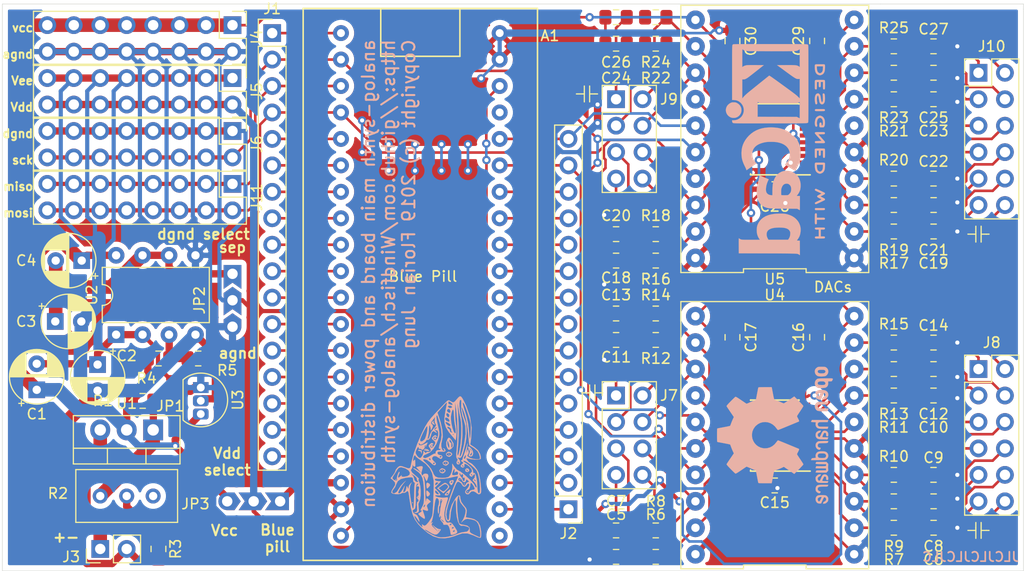
<source format=kicad_pcb>
(kicad_pcb (version 20171130) (host pcbnew 5.1.4)
  (layers (0 F.Cu signal) (31 B.Cu signal) (34 B.Paste user) (35 F.Paste user) (36 B.SilkS user) (37 F.SilkS user) (38 B.Mask user) (39 F.Mask user) (44 Edge.Cuts user))
  (net 0 "")
  (net 1 "Net-(A1-Pad5V)")
  (net 2 GNDD)
  (net 3 +3V3)
  (net 4 LD2)
  (net 5 LD1)
  (net 6 "Net-(A1-PadPB1)")
  (net 7 "Net-(A1-PadPB0)")
  (net 8 "Net-(A1-PadPA7)")
  (net 9 "Net-(A1-PadPA6)")
  (net 10 "Net-(A1-PadPA5)")
  (net 11 "Net-(A1-PadPA4)")
  (net 12 "Net-(A1-PadPA3)")
  (net 13 "Net-(A1-PadPA2)")
  (net 14 "Net-(A1-PadPA1)")
  (net 15 "Net-(A1-PadPA0)")
  (net 16 "Net-(A1-PadPC15)")
  (net 17 "Net-(A1-PadPC14)")
  (net 18 "Net-(A1-PadPC13)")
  (net 19 "Net-(A1-PadPB9)")
  (net 20 "Net-(A1-PadPB8)")
  (net 21 "Net-(A1-PadPB7)")
  (net 22 "Net-(A1-PadPB6)")
  (net 23 "Net-(A1-PadPB5)")
  (net 24 "Net-(A1-PadPB4)")
  (net 25 "Net-(A1-PadPB3)")
  (net 26 "Net-(A1-PadPA15)")
  (net 27 "Net-(A1-PadPA12)")
  (net 28 "Net-(A1-PadPA11)")
  (net 29 "Net-(A1-PadPA10)")
  (net 30 "Net-(A1-PadPA9)")
  (net 31 "Net-(A1-PadPA8)")
  (net 32 MOSI)
  (net 33 MISO)
  (net 34 SCK)
  (net 35 "Net-(A1-PadPB12)")
  (net 36 "Net-(C1-Pad2)")
  (net 37 VCC)
  (net 38 -VDC)
  (net 39 "Net-(C3-Pad2)")
  (net 40 GNDA)
  (net 41 "Net-(C5-Pad1)")
  (net 42 "Net-(C6-Pad1)")
  (net 43 "Net-(C7-Pad1)")
  (net 44 "Net-(C8-Pad1)")
  (net 45 "Net-(C9-Pad1)")
  (net 46 "Net-(C10-Pad1)")
  (net 47 "Net-(C11-Pad1)")
  (net 48 "Net-(C12-Pad1)")
  (net 49 "Net-(C13-Pad1)")
  (net 50 "Net-(C14-Pad1)")
  (net 51 VDD)
  (net 52 "Net-(C18-Pad1)")
  (net 53 "Net-(C19-Pad1)")
  (net 54 "Net-(C20-Pad1)")
  (net 55 "Net-(C21-Pad1)")
  (net 56 "Net-(C22-Pad1)")
  (net 57 "Net-(C23-Pad1)")
  (net 58 "Net-(C24-Pad1)")
  (net 59 "Net-(C25-Pad1)")
  (net 60 "Net-(C26-Pad1)")
  (net 61 "Net-(C27-Pad1)")
  (net 62 +VDC)
  (net 63 "Net-(J8-Pad12)")
  (net 64 "Net-(J8-Pad10)")
  (net 65 "Net-(J8-Pad8)")
  (net 66 "Net-(J8-Pad6)")
  (net 67 "Net-(J8-Pad4)")
  (net 68 "Net-(J8-Pad2)")
  (net 69 "Net-(J10-Pad12)")
  (net 70 "Net-(J10-Pad10)")
  (net 71 "Net-(J10-Pad8)")
  (net 72 "Net-(J10-Pad6)")
  (net 73 "Net-(J10-Pad4)")
  (net 74 "Net-(J10-Pad2)")
  (net 75 "Net-(R1-Pad2)")
  (net 76 "Net-(R2-Pad2)")
  (net 77 "Net-(R4-Pad2)")
  (net 78 "Net-(U4-Pad14)")
  (net 79 "Net-(U4-Pad6)")
  (net 80 "Net-(U5-Pad14)")
  (net 81 "Net-(U5-Pad6)")
  (net 82 "Net-(J7-Pad8)")
  (net 83 "Net-(J7-Pad6)")
  (net 84 "Net-(J7-Pad4)")
  (net 85 "Net-(J7-Pad2)")
  (net 86 "Net-(J9-Pad2)")
  (net 87 "Net-(J9-Pad4)")
  (net 88 "Net-(J9-Pad6)")
  (net 89 "Net-(J9-Pad8)")
  (module Symbol:KiCad-Logo2_8mm_SilkScreen (layer B.Cu) (at 236.474 44.196 270)
    (fp_text reference REF** hide)
    (fp_text value KiCad-Logo2_8mm_SilkScreen hide)
  )
  (module Symbol:OSHW-Logo2_14.6x12mm_SilkScreen (layer B.Cu) (at 237.236 71.628 270)
    (fp_text reference REF** hide)
    (fp_text value OSHW-Logo2_14.6x12mm_SilkScreen hide)
  )
  (module windfisch:windfisch_smaller (layer B.Cu) (at 204.724 74.676 270)
    (fp_text reference G*** hide)
    (fp_text value LOGO hide)
  )
  (module Connector_PinHeader_2.54mm:PinHeader_2x08_P2.54mm_Vertical (layer F.Cu) (at 185.166 47.498 270)
    (fp_text reference J11 (at 1.27 -2.33 90) (layer F.SilkS))
    (fp_text value Conn_02x10_Odd_Even)
    (pad 16 thru_hole oval (at 2.54 17.78 270) (size 1.7 1.7) (drill 1) (layers *.Cu *.Mask) (net 32 MOSI))
    (pad 15 thru_hole oval (at 0 17.78 270) (size 1.7 1.7) (drill 1) (layers *.Cu *.Mask) (net 33 MISO))
    (pad 14 thru_hole oval (at 2.54 15.24 270) (size 1.7 1.7) (drill 1) (layers *.Cu *.Mask) (net 32 MOSI))
    (pad 13 thru_hole oval (at 0 15.24 270) (size 1.7 1.7) (drill 1) (layers *.Cu *.Mask) (net 33 MISO))
    (pad 12 thru_hole oval (at 2.54 12.7 270) (size 1.7 1.7) (drill 1) (layers *.Cu *.Mask) (net 32 MOSI))
    (pad 11 thru_hole oval (at 0 12.7 270) (size 1.7 1.7) (drill 1) (layers *.Cu *.Mask) (net 33 MISO))
    (pad 10 thru_hole oval (at 2.54 10.16 270) (size 1.7 1.7) (drill 1) (layers *.Cu *.Mask) (net 32 MOSI))
    (pad 9 thru_hole oval (at 0 10.16 270) (size 1.7 1.7) (drill 1) (layers *.Cu *.Mask) (net 33 MISO))
    (pad 8 thru_hole oval (at 2.54 7.62 270) (size 1.7 1.7) (drill 1) (layers *.Cu *.Mask) (net 32 MOSI))
    (pad 7 thru_hole oval (at 0 7.62 270) (size 1.7 1.7) (drill 1) (layers *.Cu *.Mask) (net 33 MISO))
    (pad 6 thru_hole oval (at 2.54 5.08 270) (size 1.7 1.7) (drill 1) (layers *.Cu *.Mask) (net 32 MOSI))
    (pad 5 thru_hole oval (at 0 5.08 270) (size 1.7 1.7) (drill 1) (layers *.Cu *.Mask) (net 33 MISO))
    (pad 4 thru_hole oval (at 2.54 2.54 270) (size 1.7 1.7) (drill 1) (layers *.Cu *.Mask) (net 32 MOSI))
    (pad 3 thru_hole oval (at 0 2.54 270) (size 1.7 1.7) (drill 1) (layers *.Cu *.Mask) (net 33 MISO))
    (pad 2 thru_hole oval (at 2.54 0 270) (size 1.7 1.7) (drill 1) (layers *.Cu *.Mask) (net 32 MOSI))
    (pad 1 thru_hole rect (at 0 0 270) (size 1.7 1.7) (drill 1) (layers *.Cu *.Mask) (net 33 MISO))
  )
  (module Connector_PinHeader_2.54mm:PinHeader_2x08_P2.54mm_Vertical (layer F.Cu) (at 185.166 42.418 270)
    (fp_text reference J6 (at 1.27 -2.33 90) (layer F.SilkS))
    (fp_text value Conn_02x10_Odd_Even)
    (pad 16 thru_hole oval (at 2.54 17.78 270) (size 1.7 1.7) (drill 1) (layers *.Cu *.Mask) (net 34 SCK))
    (pad 15 thru_hole oval (at 0 17.78 270) (size 1.7 1.7) (drill 1) (layers *.Cu *.Mask) (net 2 GNDD))
    (pad 14 thru_hole oval (at 2.54 15.24 270) (size 1.7 1.7) (drill 1) (layers *.Cu *.Mask) (net 34 SCK))
    (pad 13 thru_hole oval (at 0 15.24 270) (size 1.7 1.7) (drill 1) (layers *.Cu *.Mask) (net 2 GNDD))
    (pad 12 thru_hole oval (at 2.54 12.7 270) (size 1.7 1.7) (drill 1) (layers *.Cu *.Mask) (net 34 SCK))
    (pad 11 thru_hole oval (at 0 12.7 270) (size 1.7 1.7) (drill 1) (layers *.Cu *.Mask) (net 2 GNDD))
    (pad 10 thru_hole oval (at 2.54 10.16 270) (size 1.7 1.7) (drill 1) (layers *.Cu *.Mask) (net 34 SCK))
    (pad 9 thru_hole oval (at 0 10.16 270) (size 1.7 1.7) (drill 1) (layers *.Cu *.Mask) (net 2 GNDD))
    (pad 8 thru_hole oval (at 2.54 7.62 270) (size 1.7 1.7) (drill 1) (layers *.Cu *.Mask) (net 34 SCK))
    (pad 7 thru_hole oval (at 0 7.62 270) (size 1.7 1.7) (drill 1) (layers *.Cu *.Mask) (net 2 GNDD))
    (pad 6 thru_hole oval (at 2.54 5.08 270) (size 1.7 1.7) (drill 1) (layers *.Cu *.Mask) (net 34 SCK))
    (pad 5 thru_hole oval (at 0 5.08 270) (size 1.7 1.7) (drill 1) (layers *.Cu *.Mask) (net 2 GNDD))
    (pad 4 thru_hole oval (at 2.54 2.54 270) (size 1.7 1.7) (drill 1) (layers *.Cu *.Mask) (net 34 SCK))
    (pad 3 thru_hole oval (at 0 2.54 270) (size 1.7 1.7) (drill 1) (layers *.Cu *.Mask) (net 2 GNDD))
    (pad 2 thru_hole oval (at 2.54 0 270) (size 1.7 1.7) (drill 1) (layers *.Cu *.Mask) (net 34 SCK))
    (pad 1 thru_hole rect (at 0 0 270) (size 1.7 1.7) (drill 1) (layers *.Cu *.Mask) (net 2 GNDD))
  )
  (module Connector_PinHeader_2.54mm:PinHeader_2x08_P2.54mm_Vertical (layer F.Cu) (at 185.166 37.338 270)
    (fp_text reference J5 (at 1.27 -2.33 90) (layer F.SilkS))
    (fp_text value Conn_02x10_Odd_Even)
    (pad 16 thru_hole oval (at 2.54 17.78 270) (size 1.7 1.7) (drill 1) (layers *.Cu *.Mask) (net 51 VDD))
    (pad 15 thru_hole oval (at 0 17.78 270) (size 1.7 1.7) (drill 1) (layers *.Cu *.Mask) (net 38 -VDC))
    (pad 14 thru_hole oval (at 2.54 15.24 270) (size 1.7 1.7) (drill 1) (layers *.Cu *.Mask) (net 51 VDD))
    (pad 13 thru_hole oval (at 0 15.24 270) (size 1.7 1.7) (drill 1) (layers *.Cu *.Mask) (net 38 -VDC))
    (pad 12 thru_hole oval (at 2.54 12.7 270) (size 1.7 1.7) (drill 1) (layers *.Cu *.Mask) (net 51 VDD))
    (pad 11 thru_hole oval (at 0 12.7 270) (size 1.7 1.7) (drill 1) (layers *.Cu *.Mask) (net 38 -VDC))
    (pad 10 thru_hole oval (at 2.54 10.16 270) (size 1.7 1.7) (drill 1) (layers *.Cu *.Mask) (net 51 VDD))
    (pad 9 thru_hole oval (at 0 10.16 270) (size 1.7 1.7) (drill 1) (layers *.Cu *.Mask) (net 38 -VDC))
    (pad 8 thru_hole oval (at 2.54 7.62 270) (size 1.7 1.7) (drill 1) (layers *.Cu *.Mask) (net 51 VDD))
    (pad 7 thru_hole oval (at 0 7.62 270) (size 1.7 1.7) (drill 1) (layers *.Cu *.Mask) (net 38 -VDC))
    (pad 6 thru_hole oval (at 2.54 5.08 270) (size 1.7 1.7) (drill 1) (layers *.Cu *.Mask) (net 51 VDD))
    (pad 5 thru_hole oval (at 0 5.08 270) (size 1.7 1.7) (drill 1) (layers *.Cu *.Mask) (net 38 -VDC))
    (pad 4 thru_hole oval (at 2.54 2.54 270) (size 1.7 1.7) (drill 1) (layers *.Cu *.Mask) (net 51 VDD))
    (pad 3 thru_hole oval (at 0 2.54 270) (size 1.7 1.7) (drill 1) (layers *.Cu *.Mask) (net 38 -VDC))
    (pad 2 thru_hole oval (at 2.54 0 270) (size 1.7 1.7) (drill 1) (layers *.Cu *.Mask) (net 51 VDD))
    (pad 1 thru_hole rect (at 0 0 270) (size 1.7 1.7) (drill 1) (layers *.Cu *.Mask) (net 38 -VDC))
  )
  (module Connector_PinHeader_2.54mm:PinHeader_2x08_P2.54mm_Vertical (layer F.Cu) (at 185.166 32.258 270)
    (fp_text reference J4 (at 1.27 -2.33 90) (layer F.SilkS))
    (fp_text value Conn_02x10_Odd_Even)
    (pad 16 thru_hole oval (at 2.54 17.78 270) (size 1.7 1.7) (drill 1) (layers *.Cu *.Mask) (net 40 GNDA))
    (pad 15 thru_hole oval (at 0 17.78 270) (size 1.7 1.7) (drill 1) (layers *.Cu *.Mask) (net 37 VCC))
    (pad 14 thru_hole oval (at 2.54 15.24 270) (size 1.7 1.7) (drill 1) (layers *.Cu *.Mask) (net 40 GNDA))
    (pad 13 thru_hole oval (at 0 15.24 270) (size 1.7 1.7) (drill 1) (layers *.Cu *.Mask) (net 37 VCC))
    (pad 12 thru_hole oval (at 2.54 12.7 270) (size 1.7 1.7) (drill 1) (layers *.Cu *.Mask) (net 40 GNDA))
    (pad 11 thru_hole oval (at 0 12.7 270) (size 1.7 1.7) (drill 1) (layers *.Cu *.Mask) (net 37 VCC))
    (pad 10 thru_hole oval (at 2.54 10.16 270) (size 1.7 1.7) (drill 1) (layers *.Cu *.Mask) (net 40 GNDA))
    (pad 9 thru_hole oval (at 0 10.16 270) (size 1.7 1.7) (drill 1) (layers *.Cu *.Mask) (net 37 VCC))
    (pad 8 thru_hole oval (at 2.54 7.62 270) (size 1.7 1.7) (drill 1) (layers *.Cu *.Mask) (net 40 GNDA))
    (pad 7 thru_hole oval (at 0 7.62 270) (size 1.7 1.7) (drill 1) (layers *.Cu *.Mask) (net 37 VCC))
    (pad 6 thru_hole oval (at 2.54 5.08 270) (size 1.7 1.7) (drill 1) (layers *.Cu *.Mask) (net 40 GNDA))
    (pad 5 thru_hole oval (at 0 5.08 270) (size 1.7 1.7) (drill 1) (layers *.Cu *.Mask) (net 37 VCC))
    (pad 4 thru_hole oval (at 2.54 2.54 270) (size 1.7 1.7) (drill 1) (layers *.Cu *.Mask) (net 40 GNDA))
    (pad 3 thru_hole oval (at 0 2.54 270) (size 1.7 1.7) (drill 1) (layers *.Cu *.Mask) (net 37 VCC))
    (pad 2 thru_hole oval (at 2.54 0 270) (size 1.7 1.7) (drill 1) (layers *.Cu *.Mask) (net 40 GNDA))
    (pad 1 thru_hole rect (at 0 0 270) (size 1.7 1.7) (drill 1) (layers *.Cu *.Mask) (net 37 VCC))
  )
  (module windfisch:SolderBridge (layer F.Cu) (at 179.191 72.01 180)
    (fp_text reference JP1 (at 0 3.175 180) (layer F.SilkS))
    (fp_text value SolderJumper_2_Open)
    (pad 2 smd rect (at -0.1 4.6 180) (size 1 0.5) (layers F.Cu F.Paste F.Mask) (net 40 GNDA))
    (pad 1 smd trapezoid (at -0.1 5.4 180) (size 0.5 0.5) (rect_delta 0 0.499) (layers F.Cu F.Paste F.Mask) (net 36 "Net-(C1-Pad2)"))
    (pad 2 smd trapezoid (at -0.387 4.7 225) (size 0.6 0.6) (rect_delta 0 0.599) (layers F.Cu F.Paste F.Mask) (net 40 GNDA))
    (pad 2 smd trapezoid (at 0.187 4.7 135) (size 0.6 0.6) (rect_delta 0 0.599) (layers F.Cu F.Paste F.Mask) (net 40 GNDA))
    (pad 1 smd rect (at -0.1 5.9 180) (size 1 0.5) (layers F.Cu F.Paste F.Mask) (net 36 "Net-(C1-Pad2)"))
  )
  (module Package_TO_SOT_THT:TO-92L_Inline (layer F.Cu) (at 182.118 67.056 270)
    (fp_text reference U3 (at 1.19 -3.56 90) (layer F.SilkS))
    (fp_text value TLE2426xLP)
    (pad 1 thru_hole rect (at 0 0 270) (size 1.05 1.5) (drill 0.75) (layers *.Cu *.Mask) (net 40 GNDA))
    (pad 3 thru_hole roundrect (at 2.54 0 270) (size 1.05 1.5) (drill 0.75) (layers *.Cu *.Mask) (net 37 VCC))
    (pad 2 thru_hole roundrect (at 1.27 0 270) (size 1.05 1.5) (drill 0.75) (layers *.Cu *.Mask) (net 38 -VDC))
  )
  (module Package_TO_SOT_THT:TO-220-3_Vertical (layer F.Cu) (at 177.546 71.12 180)
    (fp_text reference U1 (at 2.54 2.54) (layer F.SilkS))
    (fp_text value LM317_3PinPackage)
    (pad 3 thru_hole oval (at 5.08 0 180) (size 1.905 2) (drill 1.1) (layers *.Cu *.Mask) (net 62 +VDC))
    (pad 2 thru_hole oval (at 2.54 0 180) (size 1.905 2) (drill 1.1) (layers *.Cu *.Mask) (net 37 VCC))
    (pad 1 thru_hole rect (at 0 0 180) (size 1.905 2) (drill 1.1) (layers *.Cu *.Mask) (net 75 "Net-(R1-Pad2)"))
  )
  (module Connector_PinHeader_2.54mm:PinHeader_2x06_P2.54mm_Vertical (layer F.Cu) (at 256.794 36.83)
    (fp_text reference J10 (at 1.27 -2.54) (layer F.SilkS))
    (fp_text value Conn_02x06_Odd_Even)
    (pad 1 thru_hole rect (at 0 0) (size 1.7 1.7) (drill 1) (layers *.Cu *.Mask) (net 61 "Net-(C27-Pad1)"))
    (pad 2 thru_hole oval (at 2.54 0) (size 1.7 1.7) (drill 1) (layers *.Cu *.Mask) (net 74 "Net-(J10-Pad2)"))
    (pad 3 thru_hole oval (at 0 2.54) (size 1.7 1.7) (drill 1) (layers *.Cu *.Mask) (net 59 "Net-(C25-Pad1)"))
    (pad 4 thru_hole oval (at 2.54 2.54) (size 1.7 1.7) (drill 1) (layers *.Cu *.Mask) (net 73 "Net-(J10-Pad4)"))
    (pad 5 thru_hole oval (at 0 5.08) (size 1.7 1.7) (drill 1) (layers *.Cu *.Mask) (net 57 "Net-(C23-Pad1)"))
    (pad 6 thru_hole oval (at 2.54 5.08) (size 1.7 1.7) (drill 1) (layers *.Cu *.Mask) (net 72 "Net-(J10-Pad6)"))
    (pad 7 thru_hole oval (at 0 7.62) (size 1.7 1.7) (drill 1) (layers *.Cu *.Mask) (net 56 "Net-(C22-Pad1)"))
    (pad 8 thru_hole oval (at 2.54 7.62) (size 1.7 1.7) (drill 1) (layers *.Cu *.Mask) (net 71 "Net-(J10-Pad8)"))
    (pad 9 thru_hole oval (at 0 10.16) (size 1.7 1.7) (drill 1) (layers *.Cu *.Mask) (net 55 "Net-(C21-Pad1)"))
    (pad 10 thru_hole oval (at 2.54 10.16) (size 1.7 1.7) (drill 1) (layers *.Cu *.Mask) (net 70 "Net-(J10-Pad10)"))
    (pad 11 thru_hole oval (at 0 12.7) (size 1.7 1.7) (drill 1) (layers *.Cu *.Mask) (net 53 "Net-(C19-Pad1)"))
    (pad 12 thru_hole oval (at 2.54 12.7) (size 1.7 1.7) (drill 1) (layers *.Cu *.Mask) (net 69 "Net-(J10-Pad12)"))
  )
  (module Resistor_SMD:R_0805_2012Metric_Pad1.15x1.40mm_HandSolder (layer F.Cu) (at 181.873 64.262)
    (fp_text reference R5 (at 2.785 1.143) (layer F.SilkS))
    (fp_text value 100k)
    (pad 2 smd roundrect (at 1.025 0) (size 1.15 1.4) (layers F.Cu F.Paste F.Mask) (roundrect_rratio 0.217391) (net 38 -VDC))
    (pad 1 smd roundrect (at -1.025 0) (size 1.15 1.4) (layers F.Cu F.Paste F.Mask) (roundrect_rratio 0.217391) (net 77 "Net-(R4-Pad2)"))
  )
  (module Resistor_SMD:R_0805_2012Metric_Pad1.15x1.40mm_HandSolder (layer F.Cu) (at 178.063 64.262)
    (fp_text reference R4 (at -1.152 1.905) (layer F.SilkS))
    (fp_text value 100k)
    (pad 2 smd roundrect (at 1.025 0) (size 1.15 1.4) (layers F.Cu F.Paste F.Mask) (roundrect_rratio 0.217391) (net 77 "Net-(R4-Pad2)"))
    (pad 1 smd roundrect (at -1.025 0) (size 1.15 1.4) (layers F.Cu F.Paste F.Mask) (roundrect_rratio 0.217391) (net 37 VCC))
  )
  (module Resistor_SMD:R_0805_2012Metric_Pad1.15x1.40mm_HandSolder (layer F.Cu) (at 178.054 82.55 270)
    (fp_text reference R3 (at 0 -1.65 90) (layer F.SilkS))
    (fp_text value 1k)
    (pad 2 smd roundrect (at 1.025 0 270) (size 1.15 1.4) (layers F.Cu F.Paste F.Mask) (roundrect_rratio 0.217391) (net 38 -VDC))
    (pad 1 smd roundrect (at -1.025 0 270) (size 1.15 1.4) (layers F.Cu F.Paste F.Mask) (roundrect_rratio 0.217391) (net 76 "Net-(R2-Pad2)"))
  )
  (module Potentiometer_THT:Potentiometer_Bourns_3296W_Vertical (layer F.Cu) (at 172.466 77.47 180)
    (fp_text reference R2 (at 4.064 0.254) (layer F.SilkS))
    (fp_text value 1k)
    (pad 3 thru_hole circle (at -5.08 0 180) (size 1.44 1.44) (drill 0.8) (layers *.Cu *.Mask))
    (pad 2 thru_hole circle (at -2.54 0 180) (size 1.44 1.44) (drill 0.8) (layers *.Cu *.Mask) (net 76 "Net-(R2-Pad2)"))
    (pad 1 thru_hole circle (at 0 0 180) (size 1.44 1.44) (drill 0.8) (layers *.Cu *.Mask) (net 75 "Net-(R1-Pad2)"))
  )
  (module Resistor_SMD:R_0805_2012Metric_Pad1.15x1.40mm_HandSolder (layer F.Cu) (at 176.539 68.335)
    (fp_text reference R1 (at -3.81 0) (layer F.SilkS))
    (fp_text value 220)
    (pad 2 smd roundrect (at 1.025 0) (size 1.15 1.4) (layers F.Cu F.Paste F.Mask) (roundrect_rratio 0.217391) (net 75 "Net-(R1-Pad2)"))
    (pad 1 smd roundrect (at -1.025 0) (size 1.15 1.4) (layers F.Cu F.Paste F.Mask) (roundrect_rratio 0.217391) (net 37 VCC))
  )
  (module footprints:SolderDipJumper3alt (layer F.Cu) (at 187.198 77.978 180)
    (fp_text reference JP3 (at 5.588 -0.254) (layer F.SilkS))
    (fp_text value Jumper_3_Bridged12)
    (pad 3 thru_hole custom (at 2.54 0 180) (size 1.7 1.7) (drill 1) (layers *.Cu *.Mask) (net 37 VCC) (options (clearance outline) (anchor circle)) (primitives (gr_poly (pts (xy -0.7 0.85) (xy -1.3 0) (xy -0.7 -0.85) (xy 0 -0.85) (xy 0 0.85)) (width 0))))
    (pad 2 thru_hole custom (at 0 0 180) (size 1.7 1.7) (drill 1) (layers *.Cu *.Mask) (net 51 VDD) (options (clearance outline) (anchor circle)) (primitives (gr_poly (pts (xy -0.7 0.85) (xy -1.3 0) (xy -0.7 -0.85) (xy 1.45 -0.85) (xy 0.85 0) (xy 1.45 0.85)) (width 0))))
    (pad 1 thru_hole custom (at -2.54 0 180) (size 1.7 1.7) (drill 1) (layers *.Cu *.Mask) (net 1 "Net-(A1-Pad5V)") (options (clearance outline) (anchor rect)) (primitives (gr_poly (pts (xy 1.45 -0.85) (xy 0.85 0) (xy 1.45 0.85) (xy -0.05 0.85) (xy -0.05 -0.85)) (width 0))))
  )
  (module footprints:SolderDipJumper3alt (layer F.Cu) (at 185.166 58.674 270)
    (fp_text reference JP2 (at 0 3.175 90) (layer F.SilkS))
    (fp_text value Jumper_3_Bridged12)
    (pad 3 thru_hole custom (at 2.54 0 270) (size 1.7 1.7) (drill 1) (layers *.Cu *.Mask) (net 40 GNDA) (options (clearance outline) (anchor circle)) (primitives (gr_poly (pts (xy -0.7 0.85) (xy -1.3 0) (xy -0.7 -0.85) (xy 0 -0.85) (xy 0 0.85)) (width 0))))
    (pad 2 thru_hole custom (at 0 0 270) (size 1.7 1.7) (drill 1) (layers *.Cu *.Mask) (net 2 GNDD) (options (clearance outline) (anchor circle)) (primitives (gr_poly (pts (xy -0.7 0.85) (xy -1.3 0) (xy -0.7 -0.85) (xy 1.45 -0.85) (xy 0.85 0) (xy 1.45 0.85)) (width 0))))
    (pad 1 thru_hole custom (at -2.54 0 270) (size 1.7 1.7) (drill 1) (layers *.Cu *.Mask) (net 39 "Net-(C3-Pad2)") (options (clearance outline) (anchor rect)) (primitives (gr_poly (pts (xy 1.45 -0.85) (xy 0.85 0) (xy 1.45 0.85) (xy -0.05 0.85) (xy -0.05 -0.85)) (width 0))))
  )
  (module Connector_PinHeader_2.54mm:PinHeader_1x02_P2.54mm_Vertical (layer F.Cu) (at 172.466 82.55 90)
    (fp_text reference J3 (at -0.762 -2.794 180) (layer F.SilkS))
    (fp_text value Conn_01x02_Male)
    (pad 1 thru_hole rect (at 0 0 90) (size 1.7 1.7) (drill 1) (layers *.Cu *.Mask) (net 62 +VDC))
    (pad 2 thru_hole oval (at 0 2.54 90) (size 1.7 1.7) (drill 1) (layers *.Cu *.Mask) (net 38 -VDC))
  )
  (module Capacitor_THT:CP_Radial_D5.0mm_P2.50mm (layer F.Cu) (at 168.148 60.706)
    (fp_text reference C4 (at -2.794 -5.842) (layer F.SilkS))
    (fp_text value 1u)
    (pad 2 thru_hole circle (at 2.5 0) (size 1.6 1.6) (drill 0.8) (layers *.Cu *.Mask) (net 38 -VDC))
    (pad 1 thru_hole rect (at 0 0) (size 1.6 1.6) (drill 0.8) (layers *.Cu *.Mask) (net 39 "Net-(C3-Pad2)"))
  )
  (module Capacitor_THT:CP_Radial_D5.0mm_P2.50mm (layer F.Cu) (at 170.688 54.864 180)
    (fp_text reference C3 (at 5.334 -5.842) (layer F.SilkS))
    (fp_text value 1u)
    (pad 2 thru_hole circle (at 2.5 0 180) (size 1.6 1.6) (drill 0.8) (layers *.Cu *.Mask) (net 39 "Net-(C3-Pad2)"))
    (pad 1 thru_hole rect (at 0 0 180) (size 1.6 1.6) (drill 0.8) (layers *.Cu *.Mask) (net 37 VCC))
  )
  (module Capacitor_THT:CP_Radial_D5.0mm_P2.50mm (layer F.Cu) (at 172.212 64.85 270)
    (fp_text reference C2 (at -0.842 -2.794 180) (layer F.SilkS))
    (fp_text value 1u)
    (pad 2 thru_hole circle (at 2.5 0 270) (size 1.6 1.6) (drill 0.8) (layers *.Cu *.Mask) (net 38 -VDC))
    (pad 1 thru_hole rect (at 0 0 270) (size 1.6 1.6) (drill 0.8) (layers *.Cu *.Mask) (net 36 "Net-(C1-Pad2)"))
  )
  (module Capacitor_THT:CP_Radial_D5.0mm_P2.50mm (layer F.Cu) (at 166.37 67.27 90)
    (fp_text reference C1 (at -2.326 0 180) (layer F.SilkS))
    (fp_text value 1u)
    (pad 2 thru_hole circle (at 2.5 0 90) (size 1.6 1.6) (drill 0.8) (layers *.Cu *.Mask) (net 36 "Net-(C1-Pad2)"))
    (pad 1 thru_hole rect (at 0 0 90) (size 1.6 1.6) (drill 0.8) (layers *.Cu *.Mask) (net 37 VCC))
  )
  (module Capacitor_SMD:C_0805_2012Metric_Pad1.15x1.40mm_HandSolder (layer F.Cu) (at 221.996 54.864 180)
    (fp_text reference C18 (at 0 -1.65) (layer F.SilkS))
    (fp_text value 100n)
    (pad 1 smd roundrect (at -1.025 0 180) (size 1.15 1.4) (layers F.Cu F.Paste F.Mask) (roundrect_rratio 0.217391) (net 52 "Net-(C18-Pad1)"))
    (pad 2 smd roundrect (at 1.025 0 180) (size 1.15 1.4) (layers F.Cu F.Paste F.Mask) (roundrect_rratio 0.217391) (net 40 GNDA))
  )
  (module Capacitor_SMD:C_0805_2012Metric_Pad1.15x1.40mm_HandSolder (layer F.Cu) (at 221.996 34.036 180)
    (fp_text reference C24 (at 0 -3.302) (layer F.SilkS))
    (fp_text value 100n)
    (pad 1 smd roundrect (at -1.025 0 180) (size 1.15 1.4) (layers F.Cu F.Paste F.Mask) (roundrect_rratio 0.217391) (net 58 "Net-(C24-Pad1)"))
    (pad 2 smd roundrect (at 1.025 0 180) (size 1.15 1.4) (layers F.Cu F.Paste F.Mask) (roundrect_rratio 0.217391) (net 40 GNDA))
  )
  (module Capacitor_SMD:C_0805_2012Metric_Pad1.15x1.40mm_HandSolder (layer F.Cu) (at 252.476 34.29)
    (fp_text reference C27 (at 0 -1.65) (layer F.SilkS))
    (fp_text value 100n)
    (pad 1 smd roundrect (at -1.025 0) (size 1.15 1.4) (layers F.Cu F.Paste F.Mask) (roundrect_rratio 0.217391) (net 61 "Net-(C27-Pad1)"))
    (pad 2 smd roundrect (at 1.025 0) (size 1.15 1.4) (layers F.Cu F.Paste F.Mask) (roundrect_rratio 0.217391) (net 40 GNDA))
  )
  (module Capacitor_SMD:C_0805_2012Metric_Pad1.15x1.40mm_HandSolder (layer F.Cu) (at 237.227 48.006 180)
    (fp_text reference C28 (at 0 -1.65) (layer F.SilkS))
    (fp_text value 100n)
    (pad 1 smd roundrect (at -1.025 0 180) (size 1.15 1.4) (layers F.Cu F.Paste F.Mask) (roundrect_rratio 0.217391) (net 40 GNDA))
    (pad 2 smd roundrect (at 1.025 0 180) (size 1.15 1.4) (layers F.Cu F.Paste F.Mask) (roundrect_rratio 0.217391) (net 2 GNDD))
  )
  (module Capacitor_SMD:C_0805_2012Metric_Pad1.15x1.40mm_HandSolder (layer F.Cu) (at 233.172 33.782 90)
    (fp_text reference C30 (at 0 1.778 90) (layer F.SilkS))
    (fp_text value 100n)
    (pad 1 smd roundrect (at -1.025 0 90) (size 1.15 1.4) (layers F.Cu F.Paste F.Mask) (roundrect_rratio 0.217391) (net 37 VCC))
    (pad 2 smd roundrect (at 1.025 0 90) (size 1.15 1.4) (layers F.Cu F.Paste F.Mask) (roundrect_rratio 0.217391) (net 2 GNDD))
  )
  (module Capacitor_SMD:C_0805_2012Metric_Pad1.15x1.40mm_HandSolder (layer F.Cu) (at 252.476 39.37)
    (fp_text reference C23 (at 0 3.048) (layer F.SilkS))
    (fp_text value 100n)
    (pad 1 smd roundrect (at -1.025 0) (size 1.15 1.4) (layers F.Cu F.Paste F.Mask) (roundrect_rratio 0.217391) (net 57 "Net-(C23-Pad1)"))
    (pad 2 smd roundrect (at 1.025 0) (size 1.15 1.4) (layers F.Cu F.Paste F.Mask) (roundrect_rratio 0.217391) (net 40 GNDA))
  )
  (module Resistor_SMD:R_0805_2012Metric_Pad1.15x1.40mm_HandSolder (layer F.Cu) (at 248.666 34.29 180)
    (fp_text reference R25 (at 0 1.778) (layer F.SilkS))
    (fp_text value 10k)
    (pad 1 smd roundrect (at -1.025 0 180) (size 1.15 1.4) (layers F.Cu F.Paste F.Mask) (roundrect_rratio 0.217391) (net 61 "Net-(C27-Pad1)"))
    (pad 2 smd roundrect (at 1.025 0 180) (size 1.15 1.4) (layers F.Cu F.Paste F.Mask) (roundrect_rratio 0.217391) (net 74 "Net-(J10-Pad2)"))
  )
  (module Resistor_SMD:R_0805_2012Metric_Pad1.15x1.40mm_HandSolder (layer F.Cu) (at 225.806 31.496)
    (fp_text reference R24 (at 0 4.318) (layer F.SilkS))
    (fp_text value 10k)
    (pad 1 smd roundrect (at -1.025 0) (size 1.15 1.4) (layers F.Cu F.Paste F.Mask) (roundrect_rratio 0.217391) (net 60 "Net-(C26-Pad1)"))
    (pad 2 smd roundrect (at 1.025 0) (size 1.15 1.4) (layers F.Cu F.Paste F.Mask) (roundrect_rratio 0.217391) (net 86 "Net-(J9-Pad2)"))
  )
  (module Resistor_SMD:R_0805_2012Metric_Pad1.15x1.40mm_HandSolder (layer F.Cu) (at 248.666 36.83 180)
    (fp_text reference R23 (at 0 -4.318) (layer F.SilkS))
    (fp_text value 10k)
    (pad 1 smd roundrect (at -1.025 0 180) (size 1.15 1.4) (layers F.Cu F.Paste F.Mask) (roundrect_rratio 0.217391) (net 59 "Net-(C25-Pad1)"))
    (pad 2 smd roundrect (at 1.025 0 180) (size 1.15 1.4) (layers F.Cu F.Paste F.Mask) (roundrect_rratio 0.217391) (net 73 "Net-(J10-Pad4)"))
  )
  (module Resistor_SMD:R_0805_2012Metric_Pad1.15x1.40mm_HandSolder (layer F.Cu) (at 225.806 34.036)
    (fp_text reference R22 (at 0 3.302) (layer F.SilkS))
    (fp_text value 10k)
    (pad 1 smd roundrect (at -1.025 0) (size 1.15 1.4) (layers F.Cu F.Paste F.Mask) (roundrect_rratio 0.217391) (net 58 "Net-(C24-Pad1)"))
    (pad 2 smd roundrect (at 1.025 0) (size 1.15 1.4) (layers F.Cu F.Paste F.Mask) (roundrect_rratio 0.217391) (net 87 "Net-(J9-Pad4)"))
  )
  (module Resistor_SMD:R_0805_2012Metric_Pad1.15x1.40mm_HandSolder (layer F.Cu) (at 248.666 39.37 180)
    (fp_text reference R21 (at 0 -3.048) (layer F.SilkS))
    (fp_text value 10k)
    (pad 1 smd roundrect (at -1.025 0 180) (size 1.15 1.4) (layers F.Cu F.Paste F.Mask) (roundrect_rratio 0.217391) (net 57 "Net-(C23-Pad1)"))
    (pad 2 smd roundrect (at 1.025 0 180) (size 1.15 1.4) (layers F.Cu F.Paste F.Mask) (roundrect_rratio 0.217391) (net 72 "Net-(J10-Pad6)"))
  )
  (module Resistor_SMD:R_0805_2012Metric_Pad1.15x1.40mm_HandSolder (layer F.Cu) (at 248.666 46.99 180)
    (fp_text reference R20 (at 0 1.778) (layer F.SilkS))
    (fp_text value 10k)
    (pad 1 smd roundrect (at -1.025 0 180) (size 1.15 1.4) (layers F.Cu F.Paste F.Mask) (roundrect_rratio 0.217391) (net 56 "Net-(C22-Pad1)"))
    (pad 2 smd roundrect (at 1.025 0 180) (size 1.15 1.4) (layers F.Cu F.Paste F.Mask) (roundrect_rratio 0.217391) (net 71 "Net-(J10-Pad8)"))
  )
  (module Capacitor_SMD:C_0805_2012Metric_Pad1.15x1.40mm_HandSolder (layer F.Cu) (at 221.996 31.496 180)
    (fp_text reference C26 (at 0 -4.318) (layer F.SilkS))
    (fp_text value 100n)
    (pad 1 smd roundrect (at -1.025 0 180) (size 1.15 1.4) (layers F.Cu F.Paste F.Mask) (roundrect_rratio 0.217391) (net 60 "Net-(C26-Pad1)"))
    (pad 2 smd roundrect (at 1.025 0 180) (size 1.15 1.4) (layers F.Cu F.Paste F.Mask) (roundrect_rratio 0.217391) (net 40 GNDA))
  )
  (module Capacitor_SMD:C_0805_2012Metric_Pad1.15x1.40mm_HandSolder (layer F.Cu) (at 221.996 52.324 180)
    (fp_text reference C20 (at 0 1.778) (layer F.SilkS))
    (fp_text value 100n)
    (pad 1 smd roundrect (at -1.025 0 180) (size 1.15 1.4) (layers F.Cu F.Paste F.Mask) (roundrect_rratio 0.217391) (net 54 "Net-(C20-Pad1)"))
    (pad 2 smd roundrect (at 1.025 0 180) (size 1.15 1.4) (layers F.Cu F.Paste F.Mask) (roundrect_rratio 0.217391) (net 40 GNDA))
  )
  (module footprints:SSOP20_and_breakout (layer F.Cu) (at 237.236 43.18 90)
    (fp_text reference U5 (at -13.462 0) (layer F.SilkS))
    (fp_text value BU2505FV)
    (pad 20 thru_hole circle (at -11.43 -7.62 90) (size 1.8 1.8) (drill 0.8) (layers *.Cu *.Mask) (net 2 GNDD))
    (pad 1 thru_hole circle (at -11.43 7.62 90) (size 1.8 1.8) (drill 0.8) (layers *.Cu *.Mask) (net 40 GNDA))
    (pad 19 thru_hole circle (at -8.89 -7.62 90) (size 1.8 1.8) (drill 0.8) (layers *.Cu *.Mask) (net 89 "Net-(J9-Pad8)"))
    (pad 2 thru_hole circle (at -8.89 7.62 90) (size 1.8 1.8) (drill 0.8) (layers *.Cu *.Mask) (net 69 "Net-(J10-Pad12)"))
    (pad 18 thru_hole circle (at -6.35 -7.62 90) (size 1.8 1.8) (drill 0.8) (layers *.Cu *.Mask) (net 88 "Net-(J9-Pad6)"))
    (pad 3 thru_hole circle (at -6.35 7.62 90) (size 1.8 1.8) (drill 0.8) (layers *.Cu *.Mask) (net 70 "Net-(J10-Pad10)"))
    (pad 17 thru_hole circle (at -3.81 -7.62 90) (size 1.8 1.8) (drill 0.8) (layers *.Cu *.Mask) (net 32 MOSI))
    (pad 4 thru_hole circle (at -3.81 7.62 90) (size 1.8 1.8) (drill 0.8) (layers *.Cu *.Mask) (net 71 "Net-(J10-Pad8)"))
    (pad 16 thru_hole circle (at -1.27 -7.62 90) (size 1.8 1.8) (drill 0.8) (layers *.Cu *.Mask) (net 34 SCK))
    (pad 5 thru_hole circle (at -1.27 7.62 90) (size 1.8 1.8) (drill 0.8) (layers *.Cu *.Mask) (net 2 GNDD))
    (pad 15 thru_hole circle (at 1.27 -7.62 90) (size 1.8 1.8) (drill 0.8) (layers *.Cu *.Mask) (net 4 LD2))
    (pad 6 thru_hole circle (at 1.27 7.62 90) (size 1.8 1.8) (drill 0.8) (layers *.Cu *.Mask) (net 81 "Net-(U5-Pad6)"))
    (pad 14 thru_hole circle (at 3.81 -7.62 90) (size 1.8 1.8) (drill 0.8) (layers *.Cu *.Mask) (net 80 "Net-(U5-Pad14)"))
    (pad 7 thru_hole circle (at 3.81 7.62 90) (size 1.8 1.8) (drill 0.8) (layers *.Cu *.Mask) (net 72 "Net-(J10-Pad6)"))
    (pad 13 thru_hole circle (at 6.35 -7.62 90) (size 1.8 1.8) (drill 0.8) (layers *.Cu *.Mask) (net 87 "Net-(J9-Pad4)"))
    (pad 8 thru_hole circle (at 6.35 7.62 90) (size 1.8 1.8) (drill 0.8) (layers *.Cu *.Mask) (net 73 "Net-(J10-Pad4)"))
    (pad 12 thru_hole circle (at 8.89 -7.62 90) (size 1.8 1.8) (drill 0.8) (layers *.Cu *.Mask) (net 86 "Net-(J9-Pad2)"))
    (pad 9 thru_hole circle (at 8.89 7.62 90) (size 1.8 1.8) (drill 0.8) (layers *.Cu *.Mask) (net 74 "Net-(J10-Pad2)"))
    (pad 11 thru_hole circle (at 11.43 -7.62 90) (size 1.8 1.8) (drill 0.8) (layers *.Cu *.Mask) (net 37 VCC))
    (pad 10 thru_hole circle (at 11.43 7.62 90) (size 1.8 1.8) (drill 0.8) (layers *.Cu *.Mask) (net 51 VDD))
    (pad 6 smd rect (at 0.325 2.9 180) (size 1 0.4) (layers F.Cu F.Paste F.Mask) (net 81 "Net-(U5-Pad6)"))
    (pad 2 smd rect (at -2.275 2.9 180) (size 1 0.4) (layers F.Cu F.Paste F.Mask) (net 69 "Net-(J10-Pad12)"))
    (pad 1 smd rect (at -2.925 2.9 180) (size 1 0.4) (layers F.Cu F.Paste F.Mask) (net 40 GNDA))
    (pad 3 smd rect (at -1.625 2.9 180) (size 1 0.4) (layers F.Cu F.Paste F.Mask) (net 70 "Net-(J10-Pad10)"))
    (pad 4 smd rect (at -0.975 2.9 180) (size 1 0.4) (layers F.Cu F.Paste F.Mask) (net 71 "Net-(J10-Pad8)"))
    (pad 5 smd rect (at -0.325 2.9 180) (size 1 0.4) (layers F.Cu F.Paste F.Mask) (net 2 GNDD))
    (pad 7 smd rect (at 0.975 2.9 180) (size 1 0.4) (layers F.Cu F.Paste F.Mask) (net 72 "Net-(J10-Pad6)"))
    (pad 9 smd rect (at 2.275 2.9 180) (size 1 0.4) (layers F.Cu F.Paste F.Mask) (net 74 "Net-(J10-Pad2)"))
    (pad 10 smd rect (at 2.925 2.9 180) (size 1 0.4) (layers F.Cu F.Paste F.Mask) (net 51 VDD))
    (pad 13 smd rect (at 1.625 -2.9 180) (size 1 0.4) (layers F.Cu F.Paste F.Mask) (net 87 "Net-(J9-Pad4)"))
    (pad 16 smd rect (at -0.325 -2.9 180) (size 1 0.4) (layers F.Cu F.Paste F.Mask) (net 34 SCK))
    (pad 20 smd rect (at -2.925 -2.9 180) (size 1 0.4) (layers F.Cu F.Paste F.Mask) (net 2 GNDD))
    (pad 14 smd rect (at 0.975 -2.9 180) (size 1 0.4) (layers F.Cu F.Paste F.Mask) (net 80 "Net-(U5-Pad14)"))
    (pad 19 smd rect (at -2.275 -2.9 180) (size 1 0.4) (layers F.Cu F.Paste F.Mask) (net 89 "Net-(J9-Pad8)"))
    (pad 17 smd rect (at -0.975 -2.9 180) (size 1 0.4) (layers F.Cu F.Paste F.Mask) (net 32 MOSI))
    (pad 12 smd rect (at 2.275 -2.9 180) (size 1 0.4) (layers F.Cu F.Paste F.Mask) (net 86 "Net-(J9-Pad2)"))
    (pad 15 smd rect (at 0.325 -2.9 180) (size 1 0.4) (layers F.Cu F.Paste F.Mask) (net 4 LD2))
    (pad 8 smd rect (at 1.625 2.9 180) (size 1 0.4) (layers F.Cu F.Paste F.Mask) (net 73 "Net-(J10-Pad4)"))
    (pad 18 smd rect (at -1.625 -2.9 180) (size 1 0.4) (layers F.Cu F.Paste F.Mask) (net 88 "Net-(J9-Pad6)"))
    (pad 11 smd rect (at 2.925 -2.9 180) (size 1 0.4) (layers F.Cu F.Paste F.Mask) (net 37 VCC))
  )
  (module Capacitor_SMD:C_0805_2012Metric_Pad1.15x1.40mm_HandSolder (layer F.Cu) (at 252.485 52.07)
    (fp_text reference C19 (at -0.009 3.048) (layer F.SilkS))
    (fp_text value 100n)
    (pad 1 smd roundrect (at -1.025 0) (size 1.15 1.4) (layers F.Cu F.Paste F.Mask) (roundrect_rratio 0.217391) (net 53 "Net-(C19-Pad1)"))
    (pad 2 smd roundrect (at 1.025 0) (size 1.15 1.4) (layers F.Cu F.Paste F.Mask) (roundrect_rratio 0.217391) (net 40 GNDA))
  )
  (module Capacitor_SMD:C_0805_2012Metric_Pad1.15x1.40mm_HandSolder (layer F.Cu) (at 252.476 36.83)
    (fp_text reference C25 (at 0 4.318) (layer F.SilkS))
    (fp_text value 100n)
    (pad 1 smd roundrect (at -1.025 0) (size 1.15 1.4) (layers F.Cu F.Paste F.Mask) (roundrect_rratio 0.217391) (net 59 "Net-(C25-Pad1)"))
    (pad 2 smd roundrect (at 1.025 0) (size 1.15 1.4) (layers F.Cu F.Paste F.Mask) (roundrect_rratio 0.217391) (net 40 GNDA))
  )
  (module Resistor_SMD:R_0805_2012Metric_Pad1.15x1.40mm_HandSolder (layer F.Cu) (at 225.806 54.864)
    (fp_text reference R16 (at 0 1.778) (layer F.SilkS))
    (fp_text value 10k)
    (pad 1 smd roundrect (at -1.025 0) (size 1.15 1.4) (layers F.Cu F.Paste F.Mask) (roundrect_rratio 0.217391) (net 52 "Net-(C18-Pad1)"))
    (pad 2 smd roundrect (at 1.025 0) (size 1.15 1.4) (layers F.Cu F.Paste F.Mask) (roundrect_rratio 0.217391) (net 89 "Net-(J9-Pad8)"))
  )
  (module Capacitor_SMD:C_0805_2012Metric_Pad1.15x1.40mm_HandSolder (layer F.Cu) (at 241.3 33.773 90)
    (fp_text reference C29 (at 0 -1.778 90) (layer F.SilkS))
    (fp_text value 100n)
    (pad 1 smd roundrect (at -1.025 0 90) (size 1.15 1.4) (layers F.Cu F.Paste F.Mask) (roundrect_rratio 0.217391) (net 51 VDD))
    (pad 2 smd roundrect (at 1.025 0 90) (size 1.15 1.4) (layers F.Cu F.Paste F.Mask) (roundrect_rratio 0.217391) (net 2 GNDD))
  )
  (module Resistor_SMD:R_0805_2012Metric_Pad1.15x1.40mm_HandSolder (layer F.Cu) (at 225.806 52.324)
    (fp_text reference R18 (at 0 -1.778) (layer F.SilkS))
    (fp_text value 10k)
    (pad 1 smd roundrect (at -1.025 0) (size 1.15 1.4) (layers F.Cu F.Paste F.Mask) (roundrect_rratio 0.217391) (net 54 "Net-(C20-Pad1)"))
    (pad 2 smd roundrect (at 1.025 0) (size 1.15 1.4) (layers F.Cu F.Paste F.Mask) (roundrect_rratio 0.217391) (net 88 "Net-(J9-Pad6)"))
  )
  (module Capacitor_SMD:C_0805_2012Metric_Pad1.15x1.40mm_HandSolder (layer F.Cu) (at 252.476 46.99)
    (fp_text reference C22 (at 0 -1.65) (layer F.SilkS))
    (fp_text value 100n)
    (pad 1 smd roundrect (at -1.025 0) (size 1.15 1.4) (layers F.Cu F.Paste F.Mask) (roundrect_rratio 0.217391) (net 56 "Net-(C22-Pad1)"))
    (pad 2 smd roundrect (at 1.025 0) (size 1.15 1.4) (layers F.Cu F.Paste F.Mask) (roundrect_rratio 0.217391) (net 40 GNDA))
  )
  (module Resistor_SMD:R_0805_2012Metric_Pad1.15x1.40mm_HandSolder (layer F.Cu) (at 248.666 49.53 180)
    (fp_text reference R19 (at 0 -4.318) (layer F.SilkS))
    (fp_text value 10k)
    (pad 1 smd roundrect (at -1.025 0 180) (size 1.15 1.4) (layers F.Cu F.Paste F.Mask) (roundrect_rratio 0.217391) (net 55 "Net-(C21-Pad1)"))
    (pad 2 smd roundrect (at 1.025 0 180) (size 1.15 1.4) (layers F.Cu F.Paste F.Mask) (roundrect_rratio 0.217391) (net 70 "Net-(J10-Pad10)"))
  )
  (module Capacitor_SMD:C_0805_2012Metric_Pad1.15x1.40mm_HandSolder (layer F.Cu) (at 252.485 49.53)
    (fp_text reference C21 (at -0.009 4.318) (layer F.SilkS))
    (fp_text value 100n)
    (pad 1 smd roundrect (at -1.025 0) (size 1.15 1.4) (layers F.Cu F.Paste F.Mask) (roundrect_rratio 0.217391) (net 55 "Net-(C21-Pad1)"))
    (pad 2 smd roundrect (at 1.025 0) (size 1.15 1.4) (layers F.Cu F.Paste F.Mask) (roundrect_rratio 0.217391) (net 40 GNDA))
  )
  (module Resistor_SMD:R_0805_2012Metric_Pad1.15x1.40mm_HandSolder (layer F.Cu) (at 248.666 52.07 180)
    (fp_text reference R17 (at 0 -3.048) (layer F.SilkS))
    (fp_text value 10k)
    (pad 1 smd roundrect (at -1.025 0 180) (size 1.15 1.4) (layers F.Cu F.Paste F.Mask) (roundrect_rratio 0.217391) (net 53 "Net-(C19-Pad1)"))
    (pad 2 smd roundrect (at 1.025 0 180) (size 1.15 1.4) (layers F.Cu F.Paste F.Mask) (roundrect_rratio 0.217391) (net 69 "Net-(J10-Pad12)"))
  )
  (module Connector_PinHeader_2.54mm:PinHeader_2x04_P2.54mm_Vertical (layer F.Cu) (at 221.996 39.37)
    (fp_text reference J9 (at 5.08 0) (layer F.SilkS))
    (fp_text value Conn_02x04_Odd_Even)
    (pad 1 thru_hole rect (at 0 0) (size 1.7 1.7) (drill 1) (layers *.Cu *.Mask) (net 60 "Net-(C26-Pad1)"))
    (pad 2 thru_hole oval (at 2.54 0) (size 1.7 1.7) (drill 1) (layers *.Cu *.Mask) (net 86 "Net-(J9-Pad2)"))
    (pad 3 thru_hole oval (at 0 2.54) (size 1.7 1.7) (drill 1) (layers *.Cu *.Mask) (net 58 "Net-(C24-Pad1)"))
    (pad 4 thru_hole oval (at 2.54 2.54) (size 1.7 1.7) (drill 1) (layers *.Cu *.Mask) (net 87 "Net-(J9-Pad4)"))
    (pad 5 thru_hole oval (at 0 5.08) (size 1.7 1.7) (drill 1) (layers *.Cu *.Mask) (net 54 "Net-(C20-Pad1)"))
    (pad 6 thru_hole oval (at 2.54 5.08) (size 1.7 1.7) (drill 1) (layers *.Cu *.Mask) (net 88 "Net-(J9-Pad6)"))
    (pad 7 thru_hole oval (at 0 7.62) (size 1.7 1.7) (drill 1) (layers *.Cu *.Mask) (net 52 "Net-(C18-Pad1)"))
    (pad 8 thru_hole oval (at 2.54 7.62) (size 1.7 1.7) (drill 1) (layers *.Cu *.Mask) (net 89 "Net-(J9-Pad8)"))
  )
  (module Connector_PinHeader_2.54mm:PinHeader_2x04_P2.54mm_Vertical (layer F.Cu) (at 221.996 67.818)
    (fp_text reference J7 (at 5.08 0) (layer F.SilkS))
    (fp_text value Conn_02x04_Odd_Even)
    (pad 8 thru_hole oval (at 2.54 7.62) (size 1.7 1.7) (drill 1) (layers *.Cu *.Mask) (net 82 "Net-(J7-Pad8)"))
    (pad 7 thru_hole oval (at 0 7.62) (size 1.7 1.7) (drill 1) (layers *.Cu *.Mask) (net 41 "Net-(C5-Pad1)"))
    (pad 6 thru_hole oval (at 2.54 5.08) (size 1.7 1.7) (drill 1) (layers *.Cu *.Mask) (net 83 "Net-(J7-Pad6)"))
    (pad 5 thru_hole oval (at 0 5.08) (size 1.7 1.7) (drill 1) (layers *.Cu *.Mask) (net 43 "Net-(C7-Pad1)"))
    (pad 4 thru_hole oval (at 2.54 2.54) (size 1.7 1.7) (drill 1) (layers *.Cu *.Mask) (net 84 "Net-(J7-Pad4)"))
    (pad 3 thru_hole oval (at 0 2.54) (size 1.7 1.7) (drill 1) (layers *.Cu *.Mask) (net 47 "Net-(C11-Pad1)"))
    (pad 2 thru_hole oval (at 2.54 0) (size 1.7 1.7) (drill 1) (layers *.Cu *.Mask) (net 85 "Net-(J7-Pad2)"))
    (pad 1 thru_hole rect (at 0 0) (size 1.7 1.7) (drill 1) (layers *.Cu *.Mask) (net 49 "Net-(C13-Pad1)"))
  )
  (module footprints:SSOP20_and_breakout (layer F.Cu) (at 237.236 71.628 90)
    (fp_text reference U4 (at 13.462 0) (layer F.SilkS))
    (fp_text value BU2505FV)
    (pad 11 smd rect (at 2.925 -2.9 180) (size 1 0.4) (layers F.Cu F.Paste F.Mask) (net 37 VCC))
    (pad 18 smd rect (at -1.625 -2.9 180) (size 1 0.4) (layers F.Cu F.Paste F.Mask) (net 83 "Net-(J7-Pad6)"))
    (pad 8 smd rect (at 1.625 2.9 180) (size 1 0.4) (layers F.Cu F.Paste F.Mask) (net 67 "Net-(J8-Pad4)"))
    (pad 15 smd rect (at 0.325 -2.9 180) (size 1 0.4) (layers F.Cu F.Paste F.Mask) (net 5 LD1))
    (pad 12 smd rect (at 2.275 -2.9 180) (size 1 0.4) (layers F.Cu F.Paste F.Mask) (net 85 "Net-(J7-Pad2)"))
    (pad 17 smd rect (at -0.975 -2.9 180) (size 1 0.4) (layers F.Cu F.Paste F.Mask) (net 32 MOSI))
    (pad 19 smd rect (at -2.275 -2.9 180) (size 1 0.4) (layers F.Cu F.Paste F.Mask) (net 82 "Net-(J7-Pad8)"))
    (pad 14 smd rect (at 0.975 -2.9 180) (size 1 0.4) (layers F.Cu F.Paste F.Mask) (net 78 "Net-(U4-Pad14)"))
    (pad 20 smd rect (at -2.925 -2.9 180) (size 1 0.4) (layers F.Cu F.Paste F.Mask) (net 2 GNDD))
    (pad 16 smd rect (at -0.325 -2.9 180) (size 1 0.4) (layers F.Cu F.Paste F.Mask) (net 34 SCK))
    (pad 13 smd rect (at 1.625 -2.9 180) (size 1 0.4) (layers F.Cu F.Paste F.Mask) (net 84 "Net-(J7-Pad4)"))
    (pad 10 smd rect (at 2.925 2.9 180) (size 1 0.4) (layers F.Cu F.Paste F.Mask) (net 51 VDD))
    (pad 9 smd rect (at 2.275 2.9 180) (size 1 0.4) (layers F.Cu F.Paste F.Mask) (net 68 "Net-(J8-Pad2)"))
    (pad 7 smd rect (at 0.975 2.9 180) (size 1 0.4) (layers F.Cu F.Paste F.Mask) (net 66 "Net-(J8-Pad6)"))
    (pad 5 smd rect (at -0.325 2.9 180) (size 1 0.4) (layers F.Cu F.Paste F.Mask) (net 2 GNDD))
    (pad 4 smd rect (at -0.975 2.9 180) (size 1 0.4) (layers F.Cu F.Paste F.Mask) (net 65 "Net-(J8-Pad8)"))
    (pad 3 smd rect (at -1.625 2.9 180) (size 1 0.4) (layers F.Cu F.Paste F.Mask) (net 64 "Net-(J8-Pad10)"))
    (pad 1 smd rect (at -2.925 2.9 180) (size 1 0.4) (layers F.Cu F.Paste F.Mask) (net 40 GNDA))
    (pad 2 smd rect (at -2.275 2.9 180) (size 1 0.4) (layers F.Cu F.Paste F.Mask) (net 63 "Net-(J8-Pad12)"))
    (pad 6 smd rect (at 0.325 2.9 180) (size 1 0.4) (layers F.Cu F.Paste F.Mask) (net 79 "Net-(U4-Pad6)"))
    (pad 10 thru_hole circle (at 11.43 7.62 90) (size 1.8 1.8) (drill 0.8) (layers *.Cu *.Mask) (net 51 VDD))
    (pad 11 thru_hole circle (at 11.43 -7.62 90) (size 1.8 1.8) (drill 0.8) (layers *.Cu *.Mask) (net 37 VCC))
    (pad 9 thru_hole circle (at 8.89 7.62 90) (size 1.8 1.8) (drill 0.8) (layers *.Cu *.Mask) (net 68 "Net-(J8-Pad2)"))
    (pad 12 thru_hole circle (at 8.89 -7.62 90) (size 1.8 1.8) (drill 0.8) (layers *.Cu *.Mask) (net 85 "Net-(J7-Pad2)"))
    (pad 8 thru_hole circle (at 6.35 7.62 90) (size 1.8 1.8) (drill 0.8) (layers *.Cu *.Mask) (net 67 "Net-(J8-Pad4)"))
    (pad 13 thru_hole circle (at 6.35 -7.62 90) (size 1.8 1.8) (drill 0.8) (layers *.Cu *.Mask) (net 84 "Net-(J7-Pad4)"))
    (pad 7 thru_hole circle (at 3.81 7.62 90) (size 1.8 1.8) (drill 0.8) (layers *.Cu *.Mask) (net 66 "Net-(J8-Pad6)"))
    (pad 14 thru_hole circle (at 3.81 -7.62 90) (size 1.8 1.8) (drill 0.8) (layers *.Cu *.Mask) (net 78 "Net-(U4-Pad14)"))
    (pad 6 thru_hole circle (at 1.27 7.62 90) (size 1.8 1.8) (drill 0.8) (layers *.Cu *.Mask) (net 79 "Net-(U4-Pad6)"))
    (pad 15 thru_hole circle (at 1.27 -7.62 90) (size 1.8 1.8) (drill 0.8) (layers *.Cu *.Mask) (net 5 LD1))
    (pad 5 thru_hole circle (at -1.27 7.62 90) (size 1.8 1.8) (drill 0.8) (layers *.Cu *.Mask) (net 2 GNDD))
    (pad 16 thru_hole circle (at -1.27 -7.62 90) (size 1.8 1.8) (drill 0.8) (layers *.Cu *.Mask) (net 34 SCK))
    (pad 4 thru_hole circle (at -3.81 7.62 90) (size 1.8 1.8) (drill 0.8) (layers *.Cu *.Mask) (net 65 "Net-(J8-Pad8)"))
    (pad 17 thru_hole circle (at -3.81 -7.62 90) (size 1.8 1.8) (drill 0.8) (layers *.Cu *.Mask) (net 32 MOSI))
    (pad 3 thru_hole circle (at -6.35 7.62 90) (size 1.8 1.8) (drill 0.8) (layers *.Cu *.Mask) (net 64 "Net-(J8-Pad10)"))
    (pad 18 thru_hole circle (at -6.35 -7.62 90) (size 1.8 1.8) (drill 0.8) (layers *.Cu *.Mask) (net 83 "Net-(J7-Pad6)"))
    (pad 2 thru_hole circle (at -8.89 7.62 90) (size 1.8 1.8) (drill 0.8) (layers *.Cu *.Mask) (net 63 "Net-(J8-Pad12)"))
    (pad 19 thru_hole circle (at -8.89 -7.62 90) (size 1.8 1.8) (drill 0.8) (layers *.Cu *.Mask) (net 82 "Net-(J7-Pad8)"))
    (pad 1 thru_hole circle (at -11.43 7.62 90) (size 1.8 1.8) (drill 0.8) (layers *.Cu *.Mask) (net 40 GNDA))
    (pad 20 thru_hole circle (at -11.43 -7.62 90) (size 1.8 1.8) (drill 0.8) (layers *.Cu *.Mask) (net 2 GNDD))
  )
  (module Package_DIP:DIP-8_W7.62mm (layer F.Cu) (at 173.99 61.976 90)
    (fp_text reference U2 (at 3.81 -2.33 90) (layer F.SilkS))
    (fp_text value LM358)
    (pad 8 thru_hole oval (at 7.62 0 90) (size 1.6 1.6) (drill 0.8) (layers *.Cu *.Mask) (net 37 VCC))
    (pad 4 thru_hole oval (at 0 7.62 90) (size 1.6 1.6) (drill 0.8) (layers *.Cu *.Mask) (net 38 -VDC))
    (pad 7 thru_hole oval (at 7.62 2.54 90) (size 1.6 1.6) (drill 0.8) (layers *.Cu *.Mask) (net 39 "Net-(C3-Pad2)"))
    (pad 3 thru_hole oval (at 0 5.08 90) (size 1.6 1.6) (drill 0.8) (layers *.Cu *.Mask) (net 77 "Net-(R4-Pad2)"))
    (pad 6 thru_hole oval (at 7.62 5.08 90) (size 1.6 1.6) (drill 0.8) (layers *.Cu *.Mask) (net 39 "Net-(C3-Pad2)"))
    (pad 2 thru_hole oval (at 0 2.54 90) (size 1.6 1.6) (drill 0.8) (layers *.Cu *.Mask) (net 36 "Net-(C1-Pad2)"))
    (pad 5 thru_hole oval (at 7.62 7.62 90) (size 1.6 1.6) (drill 0.8) (layers *.Cu *.Mask) (net 40 GNDA))
    (pad 1 thru_hole rect (at 0 0 90) (size 1.6 1.6) (drill 0.8) (layers *.Cu *.Mask) (net 36 "Net-(C1-Pad2)"))
  )
  (module Resistor_SMD:R_0805_2012Metric_Pad1.15x1.40mm_HandSolder (layer F.Cu) (at 248.666 62.738 180)
    (fp_text reference R15 (at 0 1.778) (layer F.SilkS))
    (fp_text value 10k)
    (pad 2 smd roundrect (at 1.025 0 180) (size 1.15 1.4) (layers F.Cu F.Paste F.Mask) (roundrect_rratio 0.217391) (net 68 "Net-(J8-Pad2)"))
    (pad 1 smd roundrect (at -1.025 0 180) (size 1.15 1.4) (layers F.Cu F.Paste F.Mask) (roundrect_rratio 0.217391) (net 50 "Net-(C14-Pad1)"))
  )
  (module Resistor_SMD:R_0805_2012Metric_Pad1.15x1.40mm_HandSolder (layer F.Cu) (at 225.806 59.944)
    (fp_text reference R14 (at 0 -1.778) (layer F.SilkS))
    (fp_text value 10k)
    (pad 2 smd roundrect (at 1.025 0) (size 1.15 1.4) (layers F.Cu F.Paste F.Mask) (roundrect_rratio 0.217391) (net 85 "Net-(J7-Pad2)"))
    (pad 1 smd roundrect (at -1.025 0) (size 1.15 1.4) (layers F.Cu F.Paste F.Mask) (roundrect_rratio 0.217391) (net 49 "Net-(C13-Pad1)"))
  )
  (module Resistor_SMD:R_0805_2012Metric_Pad1.15x1.40mm_HandSolder (layer F.Cu) (at 248.666 65.278 180)
    (fp_text reference R13 (at 0 -4.318) (layer F.SilkS))
    (fp_text value 10k)
    (pad 2 smd roundrect (at 1.025 0 180) (size 1.15 1.4) (layers F.Cu F.Paste F.Mask) (roundrect_rratio 0.217391) (net 67 "Net-(J8-Pad4)"))
    (pad 1 smd roundrect (at -1.025 0 180) (size 1.15 1.4) (layers F.Cu F.Paste F.Mask) (roundrect_rratio 0.217391) (net 48 "Net-(C12-Pad1)"))
  )
  (module Resistor_SMD:R_0805_2012Metric_Pad1.15x1.40mm_HandSolder (layer F.Cu) (at 225.806 62.484)
    (fp_text reference R12 (at 0 1.778) (layer F.SilkS))
    (fp_text value 10k)
    (pad 2 smd roundrect (at 1.025 0) (size 1.15 1.4) (layers F.Cu F.Paste F.Mask) (roundrect_rratio 0.217391) (net 84 "Net-(J7-Pad4)"))
    (pad 1 smd roundrect (at -1.025 0) (size 1.15 1.4) (layers F.Cu F.Paste F.Mask) (roundrect_rratio 0.217391) (net 47 "Net-(C11-Pad1)"))
  )
  (module Resistor_SMD:R_0805_2012Metric_Pad1.15x1.40mm_HandSolder (layer F.Cu) (at 248.666 67.818 180)
    (fp_text reference R11 (at 0 -3.048) (layer F.SilkS))
    (fp_text value 10k)
    (pad 2 smd roundrect (at 1.025 0 180) (size 1.15 1.4) (layers F.Cu F.Paste F.Mask) (roundrect_rratio 0.217391) (net 66 "Net-(J8-Pad6)"))
    (pad 1 smd roundrect (at -1.025 0 180) (size 1.15 1.4) (layers F.Cu F.Paste F.Mask) (roundrect_rratio 0.217391) (net 46 "Net-(C10-Pad1)"))
  )
  (module Resistor_SMD:R_0805_2012Metric_Pad1.15x1.40mm_HandSolder (layer F.Cu) (at 248.666 75.438 180)
    (fp_text reference R10 (at 0 1.778) (layer F.SilkS))
    (fp_text value 10k)
    (pad 2 smd roundrect (at 1.025 0 180) (size 1.15 1.4) (layers F.Cu F.Paste F.Mask) (roundrect_rratio 0.217391) (net 65 "Net-(J8-Pad8)"))
    (pad 1 smd roundrect (at -1.025 0 180) (size 1.15 1.4) (layers F.Cu F.Paste F.Mask) (roundrect_rratio 0.217391) (net 45 "Net-(C9-Pad1)"))
  )
  (module Resistor_SMD:R_0805_2012Metric_Pad1.15x1.40mm_HandSolder (layer F.Cu) (at 248.666 77.978 180)
    (fp_text reference R9 (at 0 -4.318) (layer F.SilkS))
    (fp_text value 10k)
    (pad 2 smd roundrect (at 1.025 0 180) (size 1.15 1.4) (layers F.Cu F.Paste F.Mask) (roundrect_rratio 0.217391) (net 64 "Net-(J8-Pad10)"))
    (pad 1 smd roundrect (at -1.025 0 180) (size 1.15 1.4) (layers F.Cu F.Paste F.Mask) (roundrect_rratio 0.217391) (net 44 "Net-(C8-Pad1)"))
  )
  (module Resistor_SMD:R_0805_2012Metric_Pad1.15x1.40mm_HandSolder (layer F.Cu) (at 225.806 80.772)
    (fp_text reference R8 (at 0 -2.794) (layer F.SilkS))
    (fp_text value 10k)
    (pad 2 smd roundrect (at 1.025 0) (size 1.15 1.4) (layers F.Cu F.Paste F.Mask) (roundrect_rratio 0.217391) (net 83 "Net-(J7-Pad6)"))
    (pad 1 smd roundrect (at -1.025 0) (size 1.15 1.4) (layers F.Cu F.Paste F.Mask) (roundrect_rratio 0.217391) (net 43 "Net-(C7-Pad1)"))
  )
  (module Resistor_SMD:R_0805_2012Metric_Pad1.15x1.40mm_HandSolder (layer F.Cu) (at 248.666 80.518 180)
    (fp_text reference R7 (at 0 -3.048) (layer F.SilkS))
    (fp_text value 10k)
    (pad 2 smd roundrect (at 1.025 0 180) (size 1.15 1.4) (layers F.Cu F.Paste F.Mask) (roundrect_rratio 0.217391) (net 63 "Net-(J8-Pad12)"))
    (pad 1 smd roundrect (at -1.025 0 180) (size 1.15 1.4) (layers F.Cu F.Paste F.Mask) (roundrect_rratio 0.217391) (net 42 "Net-(C6-Pad1)"))
  )
  (module Resistor_SMD:R_0805_2012Metric_Pad1.15x1.40mm_HandSolder (layer F.Cu) (at 225.806 83.312)
    (fp_text reference R6 (at 0 -4.064) (layer F.SilkS))
    (fp_text value 10k)
    (pad 2 smd roundrect (at 1.025 0) (size 1.15 1.4) (layers F.Cu F.Paste F.Mask) (roundrect_rratio 0.217391) (net 82 "Net-(J7-Pad8)"))
    (pad 1 smd roundrect (at -1.025 0) (size 1.15 1.4) (layers F.Cu F.Paste F.Mask) (roundrect_rratio 0.217391) (net 41 "Net-(C5-Pad1)"))
  )
  (module Connector_PinHeader_2.54mm:PinHeader_2x06_P2.54mm_Vertical (layer F.Cu) (at 256.794 65.278)
    (fp_text reference J8 (at 1.27 -2.54) (layer F.SilkS))
    (fp_text value Conn_02x06_Odd_Even)
    (pad 12 thru_hole oval (at 2.54 12.7) (size 1.7 1.7) (drill 1) (layers *.Cu *.Mask) (net 63 "Net-(J8-Pad12)"))
    (pad 11 thru_hole oval (at 0 12.7) (size 1.7 1.7) (drill 1) (layers *.Cu *.Mask) (net 42 "Net-(C6-Pad1)"))
    (pad 10 thru_hole oval (at 2.54 10.16) (size 1.7 1.7) (drill 1) (layers *.Cu *.Mask) (net 64 "Net-(J8-Pad10)"))
    (pad 9 thru_hole oval (at 0 10.16) (size 1.7 1.7) (drill 1) (layers *.Cu *.Mask) (net 44 "Net-(C8-Pad1)"))
    (pad 8 thru_hole oval (at 2.54 7.62) (size 1.7 1.7) (drill 1) (layers *.Cu *.Mask) (net 65 "Net-(J8-Pad8)"))
    (pad 7 thru_hole oval (at 0 7.62) (size 1.7 1.7) (drill 1) (layers *.Cu *.Mask) (net 45 "Net-(C9-Pad1)"))
    (pad 6 thru_hole oval (at 2.54 5.08) (size 1.7 1.7) (drill 1) (layers *.Cu *.Mask) (net 66 "Net-(J8-Pad6)"))
    (pad 5 thru_hole oval (at 0 5.08) (size 1.7 1.7) (drill 1) (layers *.Cu *.Mask) (net 46 "Net-(C10-Pad1)"))
    (pad 4 thru_hole oval (at 2.54 2.54) (size 1.7 1.7) (drill 1) (layers *.Cu *.Mask) (net 67 "Net-(J8-Pad4)"))
    (pad 3 thru_hole oval (at 0 2.54) (size 1.7 1.7) (drill 1) (layers *.Cu *.Mask) (net 48 "Net-(C12-Pad1)"))
    (pad 2 thru_hole oval (at 2.54 0) (size 1.7 1.7) (drill 1) (layers *.Cu *.Mask) (net 68 "Net-(J8-Pad2)"))
    (pad 1 thru_hole rect (at 0 0) (size 1.7 1.7) (drill 1) (layers *.Cu *.Mask) (net 50 "Net-(C14-Pad1)"))
  )
  (module Connector_PinHeader_2.54mm:PinHeader_1x15_P2.54mm_Vertical (layer F.Cu) (at 217.424 78.74 180)
    (fp_text reference J2 (at 0 -2.33) (layer F.SilkS))
    (fp_text value Conn_01x15_Male)
    (pad 15 thru_hole oval (at 0 35.56 180) (size 1.7 1.7) (drill 1) (layers *.Cu *.Mask) (net 4 LD2))
    (pad 14 thru_hole oval (at 0 33.02 180) (size 1.7 1.7) (drill 1) (layers *.Cu *.Mask) (net 5 LD1))
    (pad 13 thru_hole oval (at 0 30.48 180) (size 1.7 1.7) (drill 1) (layers *.Cu *.Mask) (net 6 "Net-(A1-PadPB1)"))
    (pad 12 thru_hole oval (at 0 27.94 180) (size 1.7 1.7) (drill 1) (layers *.Cu *.Mask) (net 7 "Net-(A1-PadPB0)"))
    (pad 11 thru_hole oval (at 0 25.4 180) (size 1.7 1.7) (drill 1) (layers *.Cu *.Mask) (net 8 "Net-(A1-PadPA7)"))
    (pad 10 thru_hole oval (at 0 22.86 180) (size 1.7 1.7) (drill 1) (layers *.Cu *.Mask) (net 9 "Net-(A1-PadPA6)"))
    (pad 9 thru_hole oval (at 0 20.32 180) (size 1.7 1.7) (drill 1) (layers *.Cu *.Mask) (net 10 "Net-(A1-PadPA5)"))
    (pad 8 thru_hole oval (at 0 17.78 180) (size 1.7 1.7) (drill 1) (layers *.Cu *.Mask) (net 11 "Net-(A1-PadPA4)"))
    (pad 7 thru_hole oval (at 0 15.24 180) (size 1.7 1.7) (drill 1) (layers *.Cu *.Mask) (net 12 "Net-(A1-PadPA3)"))
    (pad 6 thru_hole oval (at 0 12.7 180) (size 1.7 1.7) (drill 1) (layers *.Cu *.Mask) (net 13 "Net-(A1-PadPA2)"))
    (pad 5 thru_hole oval (at 0 10.16 180) (size 1.7 1.7) (drill 1) (layers *.Cu *.Mask) (net 14 "Net-(A1-PadPA1)"))
    (pad 4 thru_hole oval (at 0 7.62 180) (size 1.7 1.7) (drill 1) (layers *.Cu *.Mask) (net 15 "Net-(A1-PadPA0)"))
    (pad 3 thru_hole oval (at 0 5.08 180) (size 1.7 1.7) (drill 1) (layers *.Cu *.Mask) (net 16 "Net-(A1-PadPC15)"))
    (pad 2 thru_hole oval (at 0 2.54 180) (size 1.7 1.7) (drill 1) (layers *.Cu *.Mask) (net 17 "Net-(A1-PadPC14)"))
    (pad 1 thru_hole rect (at 0 0 180) (size 1.7 1.7) (drill 1) (layers *.Cu *.Mask) (net 18 "Net-(A1-PadPC13)"))
  )
  (module Connector_PinHeader_2.54mm:PinHeader_1x17_P2.54mm_Vertical (layer F.Cu) (at 188.976 33.02)
    (fp_text reference J1 (at 0 -2.33) (layer F.SilkS))
    (fp_text value Conn_01x17_Male)
    (pad 17 thru_hole oval (at 0 40.64) (size 1.7 1.7) (drill 1) (layers *.Cu *.Mask) (net 19 "Net-(A1-PadPB9)"))
    (pad 16 thru_hole oval (at 0 38.1) (size 1.7 1.7) (drill 1) (layers *.Cu *.Mask) (net 20 "Net-(A1-PadPB8)"))
    (pad 15 thru_hole oval (at 0 35.56) (size 1.7 1.7) (drill 1) (layers *.Cu *.Mask) (net 21 "Net-(A1-PadPB7)"))
    (pad 14 thru_hole oval (at 0 33.02) (size 1.7 1.7) (drill 1) (layers *.Cu *.Mask) (net 22 "Net-(A1-PadPB6)"))
    (pad 13 thru_hole oval (at 0 30.48) (size 1.7 1.7) (drill 1) (layers *.Cu *.Mask) (net 23 "Net-(A1-PadPB5)"))
    (pad 12 thru_hole oval (at 0 27.94) (size 1.7 1.7) (drill 1) (layers *.Cu *.Mask) (net 24 "Net-(A1-PadPB4)"))
    (pad 11 thru_hole oval (at 0 25.4) (size 1.7 1.7) (drill 1) (layers *.Cu *.Mask) (net 25 "Net-(A1-PadPB3)"))
    (pad 10 thru_hole oval (at 0 22.86) (size 1.7 1.7) (drill 1) (layers *.Cu *.Mask) (net 26 "Net-(A1-PadPA15)"))
    (pad 9 thru_hole oval (at 0 20.32) (size 1.7 1.7) (drill 1) (layers *.Cu *.Mask) (net 27 "Net-(A1-PadPA12)"))
    (pad 8 thru_hole oval (at 0 17.78) (size 1.7 1.7) (drill 1) (layers *.Cu *.Mask) (net 28 "Net-(A1-PadPA11)"))
    (pad 7 thru_hole oval (at 0 15.24) (size 1.7 1.7) (drill 1) (layers *.Cu *.Mask) (net 29 "Net-(A1-PadPA10)"))
    (pad 6 thru_hole oval (at 0 12.7) (size 1.7 1.7) (drill 1) (layers *.Cu *.Mask) (net 30 "Net-(A1-PadPA9)"))
    (pad 5 thru_hole oval (at 0 10.16) (size 1.7 1.7) (drill 1) (layers *.Cu *.Mask) (net 31 "Net-(A1-PadPA8)"))
    (pad 4 thru_hole oval (at 0 7.62) (size 1.7 1.7) (drill 1) (layers *.Cu *.Mask) (net 32 MOSI))
    (pad 3 thru_hole oval (at 0 5.08) (size 1.7 1.7) (drill 1) (layers *.Cu *.Mask) (net 33 MISO))
    (pad 2 thru_hole oval (at 0 2.54) (size 1.7 1.7) (drill 1) (layers *.Cu *.Mask) (net 34 SCK))
    (pad 1 thru_hole rect (at 0 0) (size 1.7 1.7) (drill 1) (layers *.Cu *.Mask) (net 35 "Net-(A1-PadPB12)"))
  )
  (module Capacitor_SMD:C_0805_2012Metric_Pad1.15x1.40mm_HandSolder (layer F.Cu) (at 233.172 62.23 90)
    (fp_text reference C17 (at 0 1.778 90) (layer F.SilkS))
    (fp_text value 100n)
    (pad 2 smd roundrect (at 1.025 0 90) (size 1.15 1.4) (layers F.Cu F.Paste F.Mask) (roundrect_rratio 0.217391) (net 2 GNDD))
    (pad 1 smd roundrect (at -1.025 0 90) (size 1.15 1.4) (layers F.Cu F.Paste F.Mask) (roundrect_rratio 0.217391) (net 37 VCC))
  )
  (module Capacitor_SMD:C_0805_2012Metric_Pad1.15x1.40mm_HandSolder (layer F.Cu) (at 241.3 62.221 90)
    (fp_text reference C16 (at -0.009 -1.778 90) (layer F.SilkS))
    (fp_text value 100n)
    (pad 2 smd roundrect (at 1.025 0 90) (size 1.15 1.4) (layers F.Cu F.Paste F.Mask) (roundrect_rratio 0.217391) (net 2 GNDD))
    (pad 1 smd roundrect (at -1.025 0 90) (size 1.15 1.4) (layers F.Cu F.Paste F.Mask) (roundrect_rratio 0.217391) (net 51 VDD))
  )
  (module Capacitor_SMD:C_0805_2012Metric_Pad1.15x1.40mm_HandSolder (layer F.Cu) (at 237.227 76.454 180)
    (fp_text reference C15 (at 0 -1.65) (layer F.SilkS))
    (fp_text value 100n)
    (pad 2 smd roundrect (at 1.025 0 180) (size 1.15 1.4) (layers F.Cu F.Paste F.Mask) (roundrect_rratio 0.217391) (net 2 GNDD))
    (pad 1 smd roundrect (at -1.025 0 180) (size 1.15 1.4) (layers F.Cu F.Paste F.Mask) (roundrect_rratio 0.217391) (net 40 GNDA))
  )
  (module Capacitor_SMD:C_0805_2012Metric_Pad1.15x1.40mm_HandSolder (layer F.Cu) (at 252.476 62.738)
    (fp_text reference C14 (at 0 -1.65) (layer F.SilkS))
    (fp_text value 100n)
    (pad 2 smd roundrect (at 1.025 0) (size 1.15 1.4) (layers F.Cu F.Paste F.Mask) (roundrect_rratio 0.217391) (net 40 GNDA))
    (pad 1 smd roundrect (at -1.025 0) (size 1.15 1.4) (layers F.Cu F.Paste F.Mask) (roundrect_rratio 0.217391) (net 50 "Net-(C14-Pad1)"))
  )
  (module Capacitor_SMD:C_0805_2012Metric_Pad1.15x1.40mm_HandSolder (layer F.Cu) (at 221.996 59.944 180)
    (fp_text reference C13 (at 0 1.778) (layer F.SilkS))
    (fp_text value 100n)
    (pad 2 smd roundrect (at 1.025 0 180) (size 1.15 1.4) (layers F.Cu F.Paste F.Mask) (roundrect_rratio 0.217391) (net 40 GNDA))
    (pad 1 smd roundrect (at -1.025 0 180) (size 1.15 1.4) (layers F.Cu F.Paste F.Mask) (roundrect_rratio 0.217391) (net 49 "Net-(C13-Pad1)"))
  )
  (module Capacitor_SMD:C_0805_2012Metric_Pad1.15x1.40mm_HandSolder (layer F.Cu) (at 252.476 65.278)
    (fp_text reference C12 (at 0 4.318) (layer F.SilkS))
    (fp_text value 100n)
    (pad 2 smd roundrect (at 1.025 0) (size 1.15 1.4) (layers F.Cu F.Paste F.Mask) (roundrect_rratio 0.217391) (net 40 GNDA))
    (pad 1 smd roundrect (at -1.025 0) (size 1.15 1.4) (layers F.Cu F.Paste F.Mask) (roundrect_rratio 0.217391) (net 48 "Net-(C12-Pad1)"))
  )
  (module Capacitor_SMD:C_0805_2012Metric_Pad1.15x1.40mm_HandSolder (layer F.Cu) (at 221.996 62.484 180)
    (fp_text reference C11 (at 0 -1.65) (layer F.SilkS))
    (fp_text value 100n)
    (pad 2 smd roundrect (at 1.025 0 180) (size 1.15 1.4) (layers F.Cu F.Paste F.Mask) (roundrect_rratio 0.217391) (net 40 GNDA))
    (pad 1 smd roundrect (at -1.025 0 180) (size 1.15 1.4) (layers F.Cu F.Paste F.Mask) (roundrect_rratio 0.217391) (net 47 "Net-(C11-Pad1)"))
  )
  (module Capacitor_SMD:C_0805_2012Metric_Pad1.15x1.40mm_HandSolder (layer F.Cu) (at 252.476 67.818)
    (fp_text reference C10 (at 0 3.048) (layer F.SilkS))
    (fp_text value 100n)
    (pad 2 smd roundrect (at 1.025 0) (size 1.15 1.4) (layers F.Cu F.Paste F.Mask) (roundrect_rratio 0.217391) (net 40 GNDA))
    (pad 1 smd roundrect (at -1.025 0) (size 1.15 1.4) (layers F.Cu F.Paste F.Mask) (roundrect_rratio 0.217391) (net 46 "Net-(C10-Pad1)"))
  )
  (module Capacitor_SMD:C_0805_2012Metric_Pad1.15x1.40mm_HandSolder (layer F.Cu) (at 252.476 75.438)
    (fp_text reference C9 (at 0 -1.65) (layer F.SilkS))
    (fp_text value 100n)
    (pad 2 smd roundrect (at 1.025 0) (size 1.15 1.4) (layers F.Cu F.Paste F.Mask) (roundrect_rratio 0.217391) (net 40 GNDA))
    (pad 1 smd roundrect (at -1.025 0) (size 1.15 1.4) (layers F.Cu F.Paste F.Mask) (roundrect_rratio 0.217391) (net 45 "Net-(C9-Pad1)"))
  )
  (module Capacitor_SMD:C_0805_2012Metric_Pad1.15x1.40mm_HandSolder (layer F.Cu) (at 252.485 77.978)
    (fp_text reference C8 (at -0.009 4.318) (layer F.SilkS))
    (fp_text value 100n)
    (pad 2 smd roundrect (at 1.025 0) (size 1.15 1.4) (layers F.Cu F.Paste F.Mask) (roundrect_rratio 0.217391) (net 40 GNDA))
    (pad 1 smd roundrect (at -1.025 0) (size 1.15 1.4) (layers F.Cu F.Paste F.Mask) (roundrect_rratio 0.217391) (net 44 "Net-(C8-Pad1)"))
  )
  (module Capacitor_SMD:C_0805_2012Metric_Pad1.15x1.40mm_HandSolder (layer F.Cu) (at 221.996 80.772 180)
    (fp_text reference C7 (at 0 2.794) (layer F.SilkS))
    (fp_text value 100n)
    (pad 2 smd roundrect (at 1.025 0 180) (size 1.15 1.4) (layers F.Cu F.Paste F.Mask) (roundrect_rratio 0.217391) (net 40 GNDA))
    (pad 1 smd roundrect (at -1.025 0 180) (size 1.15 1.4) (layers F.Cu F.Paste F.Mask) (roundrect_rratio 0.217391) (net 43 "Net-(C7-Pad1)"))
  )
  (module Capacitor_SMD:C_0805_2012Metric_Pad1.15x1.40mm_HandSolder (layer F.Cu) (at 252.485 80.518)
    (fp_text reference C6 (at -0.009 3.048) (layer F.SilkS))
    (fp_text value 100n)
    (pad 2 smd roundrect (at 1.025 0) (size 1.15 1.4) (layers F.Cu F.Paste F.Mask) (roundrect_rratio 0.217391) (net 40 GNDA))
    (pad 1 smd roundrect (at -1.025 0) (size 1.15 1.4) (layers F.Cu F.Paste F.Mask) (roundrect_rratio 0.217391) (net 42 "Net-(C6-Pad1)"))
  )
  (module Capacitor_SMD:C_0805_2012Metric_Pad1.15x1.40mm_HandSolder (layer F.Cu) (at 221.996 83.312 180)
    (fp_text reference C5 (at 0 4.064) (layer F.SilkS))
    (fp_text value 100n)
    (pad 2 smd roundrect (at 1.025 0 180) (size 1.15 1.4) (layers F.Cu F.Paste F.Mask) (roundrect_rratio 0.217391) (net 40 GNDA))
    (pad 1 smd roundrect (at -1.025 0 180) (size 1.15 1.4) (layers F.Cu F.Paste F.Mask) (roundrect_rratio 0.217391) (net 41 "Net-(C5-Pad1)"))
  )
  (module footprints:BLUEPILL (layer F.Cu) (at 203.2 57.15)
    (fp_text reference A1 (at 12.446 -23.876) (layer F.SilkS))
    (fp_text value BluePill)
    (pad 5V thru_hole circle (at -7.62 19.05) (size 1.524 1.524) (drill 0.762) (layers *.Cu *.Mask) (net 1 "Net-(A1-Pad5V)"))
    (pad G thru_hole circle (at 7.62 -24.13) (size 1.524 1.524) (drill 0.762) (layers *.Cu *.Mask) (net 2 GNDD))
    (pad G thru_hole circle (at 7.62 -21.59) (size 1.524 1.524) (drill 0.762) (layers *.Cu *.Mask) (net 2 GNDD))
    (pad 3V3 thru_hole circle (at 7.62 -19.05) (size 1.524 1.524) (drill 0.762) (layers *.Cu *.Mask) (net 3 +3V3))
    (pad NRST thru_hole circle (at 7.62 -16.51) (size 1.524 1.524) (drill 0.762) (layers *.Cu *.Mask))
    (pad PB11 thru_hole circle (at 7.62 -13.97) (size 1.524 1.524) (drill 0.762) (layers *.Cu *.Mask) (net 4 LD2))
    (pad PB10 thru_hole circle (at 7.62 -11.43) (size 1.524 1.524) (drill 0.762) (layers *.Cu *.Mask) (net 5 LD1))
    (pad PB1 thru_hole circle (at 7.62 -8.89) (size 1.524 1.524) (drill 0.762) (layers *.Cu *.Mask) (net 6 "Net-(A1-PadPB1)"))
    (pad PB0 thru_hole circle (at 7.62 -6.35) (size 1.524 1.524) (drill 0.762) (layers *.Cu *.Mask) (net 7 "Net-(A1-PadPB0)"))
    (pad PA7 thru_hole circle (at 7.62 -3.81) (size 1.524 1.524) (drill 0.762) (layers *.Cu *.Mask) (net 8 "Net-(A1-PadPA7)"))
    (pad PA6 thru_hole circle (at 7.62 -1.27) (size 1.524 1.524) (drill 0.762) (layers *.Cu *.Mask) (net 9 "Net-(A1-PadPA6)"))
    (pad PA5 thru_hole circle (at 7.62 1.27) (size 1.524 1.524) (drill 0.762) (layers *.Cu *.Mask) (net 10 "Net-(A1-PadPA5)"))
    (pad PA4 thru_hole circle (at 7.62 3.81) (size 1.524 1.524) (drill 0.762) (layers *.Cu *.Mask) (net 11 "Net-(A1-PadPA4)"))
    (pad PA3 thru_hole circle (at 7.62 6.35) (size 1.524 1.524) (drill 0.762) (layers *.Cu *.Mask) (net 12 "Net-(A1-PadPA3)"))
    (pad PA2 thru_hole circle (at 7.62 8.89) (size 1.524 1.524) (drill 0.762) (layers *.Cu *.Mask) (net 13 "Net-(A1-PadPA2)"))
    (pad PA1 thru_hole circle (at 7.62 11.43) (size 1.524 1.524) (drill 0.762) (layers *.Cu *.Mask) (net 14 "Net-(A1-PadPA1)"))
    (pad PA0 thru_hole circle (at 7.62 13.97) (size 1.524 1.524) (drill 0.762) (layers *.Cu *.Mask) (net 15 "Net-(A1-PadPA0)"))
    (pad PC15 thru_hole circle (at 7.62 16.51) (size 1.524 1.524) (drill 0.762) (layers *.Cu *.Mask) (net 16 "Net-(A1-PadPC15)"))
    (pad PC14 thru_hole circle (at 7.62 19.05) (size 1.524 1.524) (drill 0.762) (layers *.Cu *.Mask) (net 17 "Net-(A1-PadPC14)"))
    (pad PC13 thru_hole circle (at 7.62 21.59) (size 1.524 1.524) (drill 0.762) (layers *.Cu *.Mask) (net 18 "Net-(A1-PadPC13)"))
    (pad VBAT thru_hole circle (at 7.62 24.13) (size 1.524 1.524) (drill 0.762) (layers *.Cu *.Mask))
    (pad 3V3 thru_hole circle (at -7.62 24.13) (size 1.524 1.524) (drill 0.762) (layers *.Cu *.Mask) (net 3 +3V3))
    (pad G thru_hole circle (at -7.62 21.59) (size 1.524 1.524) (drill 0.762) (layers *.Cu *.Mask) (net 2 GNDD))
    (pad PB9 thru_hole circle (at -7.62 16.51) (size 1.524 1.524) (drill 0.762) (layers *.Cu *.Mask) (net 19 "Net-(A1-PadPB9)"))
    (pad PB8 thru_hole circle (at -7.62 13.97) (size 1.524 1.524) (drill 0.762) (layers *.Cu *.Mask) (net 20 "Net-(A1-PadPB8)"))
    (pad PB7 thru_hole circle (at -7.62 11.43) (size 1.524 1.524) (drill 0.762) (layers *.Cu *.Mask) (net 21 "Net-(A1-PadPB7)"))
    (pad PB6 thru_hole circle (at -7.62 8.89) (size 1.524 1.524) (drill 0.762) (layers *.Cu *.Mask) (net 22 "Net-(A1-PadPB6)"))
    (pad PB5 thru_hole circle (at -7.62 6.35) (size 1.524 1.524) (drill 0.762) (layers *.Cu *.Mask) (net 23 "Net-(A1-PadPB5)"))
    (pad PB4 thru_hole circle (at -7.62 3.81) (size 1.524 1.524) (drill 0.762) (layers *.Cu *.Mask) (net 24 "Net-(A1-PadPB4)"))
    (pad PB3 thru_hole circle (at -7.62 1.27) (size 1.524 1.524) (drill 0.762) (layers *.Cu *.Mask) (net 25 "Net-(A1-PadPB3)"))
    (pad PA15 thru_hole circle (at -7.62 -1.27) (size 1.524 1.524) (drill 0.762) (layers *.Cu *.Mask) (net 26 "Net-(A1-PadPA15)"))
    (pad PA12 thru_hole circle (at -7.62 -3.81) (size 1.524 1.524) (drill 0.762) (layers *.Cu *.Mask) (net 27 "Net-(A1-PadPA12)"))
    (pad PA11 thru_hole circle (at -7.62 -6.35) (size 1.524 1.524) (drill 0.762) (layers *.Cu *.Mask) (net 28 "Net-(A1-PadPA11)"))
    (pad PA10 thru_hole circle (at -7.62 -8.89) (size 1.524 1.524) (drill 0.762) (layers *.Cu *.Mask) (net 29 "Net-(A1-PadPA10)"))
    (pad PA9 thru_hole circle (at -7.62 -11.43) (size 1.524 1.524) (drill 0.762) (layers *.Cu *.Mask) (net 30 "Net-(A1-PadPA9)"))
    (pad PA8 thru_hole circle (at -7.62 -13.97) (size 1.524 1.524) (drill 0.762) (layers *.Cu *.Mask) (net 31 "Net-(A1-PadPA8)"))
    (pad PB15 thru_hole circle (at -7.62 -16.51) (size 1.524 1.524) (drill 0.762) (layers *.Cu *.Mask) (net 32 MOSI))
    (pad PB14 thru_hole circle (at -7.62 -19.05) (size 1.524 1.524) (drill 0.762) (layers *.Cu *.Mask) (net 33 MISO))
    (pad PB13 thru_hole circle (at -7.62 -21.59) (size 1.524 1.524) (drill 0.762) (layers *.Cu *.Mask) (net 34 SCK))
    (pad PB12 thru_hole circle (at -7.62 -24.13) (size 1.524 1.524) (drill 0.762) (layers *.Cu *.Mask) (net 35 "Net-(A1-PadPB12)"))
  )
  (gr_text JLCJLCJLCJLC (at 256.032 83.312) (layer B.SilkS) (effects (font (size 0.9 0.9) (thickness 0.16)) (justify mirror)))
  (gr_text "analog-synth main board and power distribution\nhttps://github.com/Windfisch/analog-synth\nCopyright (c) 2019 Florian Jung" (at 200.152 33.528 90) (layer B.SilkS) (effects (font (size 1.2 1.2) (thickness 0.19)) (justify left mirror)))
  (gr_text DACs (at 242.824 57.404) (layer F.SilkS) (effects (font (size 1 1))))
  (gr_text "Blue Pill" (at 203.454 56.388) (layer F.SilkS) (effects (font (size 1 1))))
  (gr_line (start 256.54 80.518) (end 256.54 81.534) (layer F.SilkS) (width 0.12))
  (gr_line (start 257.048 80.772) (end 257.556 80.772) (layer F.SilkS) (width 0.12))
  (gr_line (start 256.54 80.518) (end 256.54 80.01) (layer F.SilkS) (width 0.12))
  (gr_line (start 256.54 80.772) (end 255.778 80.772) (layer F.SilkS) (width 0.12))
  (gr_line (start 257.048 81.534) (end 257.048 80.01) (layer F.SilkS) (width 0.12))
  (gr_line (start 257.556 80.772) (end 257.81 80.772) (layer F.SilkS) (width 0.12))
  (gr_line (start 256.54 52.07) (end 256.54 53.086) (layer F.SilkS) (width 0.12))
  (gr_line (start 257.048 52.324) (end 257.556 52.324) (layer F.SilkS) (width 0.12))
  (gr_line (start 256.54 52.07) (end 256.54 51.562) (layer F.SilkS) (width 0.12))
  (gr_line (start 256.54 52.324) (end 255.778 52.324) (layer F.SilkS) (width 0.12))
  (gr_line (start 257.048 53.086) (end 257.048 51.562) (layer F.SilkS) (width 0.12))
  (gr_line (start 257.556 52.324) (end 257.81 52.324) (layer F.SilkS) (width 0.12))
  (gr_line (start 219.456 67.31) (end 219.456 68.326) (layer F.SilkS) (width 0.12))
  (gr_line (start 219.964 67.564) (end 220.472 67.564) (layer F.SilkS) (width 0.12))
  (gr_line (start 219.456 67.31) (end 219.456 66.802) (layer F.SilkS) (width 0.12))
  (gr_line (start 219.456 67.564) (end 218.694 67.564) (layer F.SilkS) (width 0.12))
  (gr_line (start 219.964 68.326) (end 219.964 66.802) (layer F.SilkS) (width 0.12))
  (gr_line (start 220.472 67.564) (end 220.726 67.564) (layer F.SilkS) (width 0.12))
  (gr_line (start 219.964 38.862) (end 220.218 38.862) (layer F.SilkS) (width 0.12))
  (gr_line (start 218.948 38.862) (end 218.186 38.862) (layer F.SilkS) (width 0.12))
  (gr_line (start 219.456 38.862) (end 219.964 38.862) (layer F.SilkS) (width 0.12))
  (gr_line (start 218.948 38.608) (end 218.948 38.1) (layer F.SilkS) (width 0.12))
  (gr_line (start 219.456 39.624) (end 219.456 38.1) (layer F.SilkS) (width 0.12))
  (gr_line (start 218.948 38.608) (end 218.948 39.624) (layer F.SilkS) (width 0.12))
  (gr_text agnd (at 185.674 63.754) (layer F.SilkS) (effects (font (size 1 1) (thickness 0.2))))
  (gr_text sep (at 185.166 53.594) (layer F.SilkS) (effects (font (size 1 1) (thickness 0.2))))
  (gr_text "dgnd select" (at 182.372 52.324) (layer F.SilkS) (effects (font (size 1 1) (thickness 0.2))))
  (gr_text "Vdd\nselect" (at 184.658 74.168) (layer F.SilkS) (effects (font (size 1 1) (thickness 0.2))))
  (gr_text "Blue\npill" (at 189.484 81.534) (layer F.SilkS) (effects (font (size 1 1) (thickness 0.2))))
  (gr_text Vcc (at 184.404 80.772) (layer F.SilkS) (effects (font (size 1 1) (thickness 0.2))))
  (gr_text +- (at 170.561 81.407) (layer F.SilkS) (effects (font (size 1 1) (thickness 0.2)) (justify right)))
  (gr_text mosi (at 166.116 50.292) (layer F.SilkS) (effects (font (size 0.8 0.8) (thickness 0.18)) (justify right)))
  (gr_text miso (at 166.116 47.752) (layer F.SilkS) (effects (font (size 0.8 0.8) (thickness 0.18)) (justify right)))
  (gr_text sck (at 166.116 45.212) (layer F.SilkS) (effects (font (size 0.8 0.8) (thickness 0.18)) (justify right)))
  (gr_text dgnd (at 166.116 42.672) (layer F.SilkS) (effects (font (size 0.8 0.8) (thickness 0.18)) (justify right)))
  (gr_text Vdd (at 166.116 40.132) (layer F.SilkS) (effects (font (size 0.8 0.8) (thickness 0.18)) (justify right)))
  (gr_text Vee (at 166.116 37.592) (layer F.SilkS) (effects (font (size 0.8 0.8) (thickness 0.18)) (justify right)))
  (gr_text vcc (at 166.116 32.512) (layer F.SilkS) (effects (font (size 0.8 0.8) (thickness 0.18)) (justify right)))
  (gr_text agnd (at 166.116 35.052) (layer F.SilkS) (effects (font (size 0.8 0.8) (thickness 0.18)) (justify right)))
  (gr_line (start 261.112 30.226) (end 247.396 30.226) (layer Edge.Cuts) (width 0.05))
  (gr_line (start 261.112 30.734) (end 261.112 30.226) (layer Edge.Cuts) (width 0.05))
  (gr_line (start 261.112 84.6455) (end 261.112 30.734) (layer Edge.Cuts) (width 0.05))
  (gr_line (start 163.068 84.6455) (end 261.112 84.6455) (layer Edge.Cuts) (width 0.05))
  (gr_line (start 163.068 83.566) (end 163.068 84.6455) (layer Edge.Cuts) (width 0.05))
  (gr_line (start 163.068 30.226) (end 163.068 83.566) (layer Edge.Cuts) (width 0.05))
  (gr_line (start 247.396 30.226) (end 163.068 30.226) (layer Edge.Cuts) (width 0.05))
  (segment (start 191.516 76.2) (end 189.738 77.978) (width 0.7) (layer F.Cu) (net 1))
  (segment (start 195.58 76.2) (end 191.516 76.2) (width 0.7) (layer F.Cu) (net 1))
  (segment (start 243.911 71.953) (end 244.856 72.898) (width 0.25) (layer F.Cu) (net 2))
  (segment (start 240.136 71.953) (end 243.911 71.953) (width 0.25) (layer F.Cu) (net 2))
  (segment (start 234.336 78.338) (end 229.616 83.058) (width 0.25) (layer F.Cu) (net 2))
  (segment (start 234.336 74.553) (end 234.336 78.338) (width 0.25) (layer F.Cu) (net 2))
  (segment (start 234.336 74.588) (end 234.336 74.553) (width 0.25) (layer F.Cu) (net 2))
  (segment (start 236.202 76.454) (end 234.336 74.588) (width 0.25) (layer F.Cu) (net 2))
  (segment (start 234.336 46.14) (end 234.336 46.105) (width 0.25) (layer F.Cu) (net 2))
  (segment (start 236.202 48.006) (end 234.336 46.14) (width 0.25) (layer F.Cu) (net 2))
  (segment (start 243.911 43.505) (end 244.856 44.45) (width 0.25) (layer F.Cu) (net 2))
  (segment (start 240.136 43.505) (end 243.911 43.505) (width 0.25) (layer F.Cu) (net 2))
  (segment (start 241.291 61.205) (end 241.3 61.196) (width 0.25) (layer F.Cu) (net 2))
  (segment (start 241.291 32.757) (end 241.3 32.748) (width 0.25) (layer F.Cu) (net 2))
  (segment (start 235.086 74.553) (end 234.336 74.553) (width 0.25) (layer F.Cu) (net 2))
  (segment (start 236.786 74.553) (end 235.086 74.553) (width 0.25) (layer F.Cu) (net 2))
  (segment (start 240.136 71.953) (end 239.386 71.953) (width 0.25) (layer F.Cu) (net 2))
  (segment (start 235.086 46.105) (end 234.336 46.105) (width 0.25) (layer F.Cu) (net 2))
  (segment (start 236.786 46.105) (end 235.086 46.105) (width 0.25) (layer F.Cu) (net 2))
  (segment (start 240.136 43.505) (end 239.386 43.505) (width 0.25) (layer F.Cu) (net 2))
  (segment (start 196.341999 77.978001) (end 195.58 78.74) (width 0.4) (layer F.Cu) (net 2))
  (segment (start 196.742001 77.577999) (end 196.341999 77.978001) (width 0.4) (layer F.Cu) (net 2))
  (segment (start 196.742001 60.402239) (end 196.742001 77.577999) (width 0.4) (layer F.Cu) (net 2))
  (segment (start 196.049761 59.709999) (end 196.742001 60.402239) (width 0.4) (layer F.Cu) (net 2))
  (segment (start 187.151999 59.709999) (end 196.049761 59.709999) (width 0.4) (layer F.Cu) (net 2))
  (segment (start 186.116 58.674) (end 187.151999 59.709999) (width 0.4) (layer F.Cu) (net 2))
  (segment (start 185.166 58.674) (end 186.116 58.674) (width 0.4) (layer F.Cu) (net 2))
  (segment (start 186.416 42.418) (end 185.166 42.418) (width 0.4) (layer B.Cu) (net 2))
  (segment (start 183.91599 53.32001) (end 186.416001 50.819999) (width 0.4) (layer B.Cu) (net 2))
  (segment (start 183.91599 58.37399) (end 183.91599 53.32001) (width 0.4) (layer B.Cu) (net 2))
  (segment (start 184.216 58.674) (end 183.91599 58.37399) (width 0.4) (layer B.Cu) (net 2))
  (segment (start 186.416001 50.819999) (end 186.416 42.418) (width 0.4) (layer B.Cu) (net 2))
  (segment (start 185.166 58.674) (end 184.216 58.674) (width 0.4) (layer B.Cu) (net 2))
  (segment (start 210.82 33.02) (end 210.82 35.56) (width 0.4) (layer B.Cu) (net 2))
  (via (at 231.902 32.766) (size 0.8) (drill 0.4) (layers F.Cu B.Cu) (net 2))
  (segment (start 233.172 32.757) (end 231.911 32.757) (width 0.25) (layer F.Cu) (net 2))
  (segment (start 231.911 32.757) (end 231.902 32.766) (width 0.25) (layer F.Cu) (net 2))
  (segment (start 231.336315 32.766) (end 231.082315 33.02) (width 0.25) (layer B.Cu) (net 2))
  (segment (start 231.902 32.766) (end 231.336315 32.766) (width 0.25) (layer B.Cu) (net 2))
  (segment (start 231.082315 33.02) (end 228.346 33.02) (width 0.25) (layer B.Cu) (net 2))
  (segment (start 228.346 33.02) (end 210.82 33.02) (width 0.7) (layer B.Cu) (net 2))
  (segment (start 237.245 45.475) (end 237.3305 45.5605) (width 0.25) (layer F.Cu) (net 2))
  (segment (start 233.172 32.757) (end 237.245 32.757) (width 0.25) (layer F.Cu) (net 2))
  (segment (start 237.245 32.757) (end 241.291 32.757) (width 0.25) (layer F.Cu) (net 2))
  (segment (start 237.245 32.757) (end 237.245 45.475) (width 0.25) (layer F.Cu) (net 2))
  (segment (start 239.386 43.505) (end 237.3305 45.5605) (width 0.25) (layer F.Cu) (net 2))
  (segment (start 237.3305 45.5605) (end 236.786 46.105) (width 0.25) (layer F.Cu) (net 2))
  (segment (start 229.616 54.592) (end 229.616 54.61) (width 0.25) (layer F.Cu) (net 2))
  (segment (start 236.202 48.006) (end 229.616 54.592) (width 0.25) (layer F.Cu) (net 2))
  (segment (start 236.211 48.815) (end 236.211 61.205) (width 0.25) (layer F.Cu) (net 2))
  (segment (start 236.202 48.806) (end 236.211 48.815) (width 0.25) (layer F.Cu) (net 2))
  (segment (start 236.202 48.006) (end 236.202 48.806) (width 0.25) (layer F.Cu) (net 2))
  (segment (start 233.172 61.205) (end 236.211 61.205) (width 0.25) (layer F.Cu) (net 2))
  (segment (start 236.211 61.205) (end 241.291 61.205) (width 0.25) (layer F.Cu) (net 2))
  (segment (start 241.3 61.196) (end 237.49 65.006) (width 0.25) (layer F.Cu) (net 2))
  (segment (start 237.49 73.849) (end 237.4575 73.8815) (width 0.25) (layer F.Cu) (net 2))
  (segment (start 237.49 65.006) (end 237.49 73.849) (width 0.25) (layer F.Cu) (net 2))
  (segment (start 239.386 71.953) (end 237.4575 73.8815) (width 0.25) (layer F.Cu) (net 2))
  (segment (start 237.4575 73.8815) (end 236.786 74.553) (width 0.25) (layer F.Cu) (net 2))
  (via (at 209.042 37.372001) (size 0.8) (drill 0.4) (layers F.Cu B.Cu) (net 2))
  (segment (start 210.82 35.56) (end 209.042 37.338) (width 0.25) (layer B.Cu) (net 2))
  (segment (start 209.042 37.338) (end 209.042 37.372001) (width 0.25) (layer B.Cu) (net 2))
  (via (at 202.692 43.688) (size 0.8) (drill 0.4) (layers F.Cu B.Cu) (net 2))
  (segment (start 209.042 37.372001) (end 202.726001 43.688) (width 0.25) (layer F.Cu) (net 2))
  (segment (start 202.726001 43.688) (end 202.692 43.688) (width 0.25) (layer F.Cu) (net 2))
  (via (at 202.692 46.228) (size 0.8) (drill 0.4) (layers F.Cu B.Cu) (net 2))
  (segment (start 202.692 43.688) (end 202.692 46.228) (width 0.25) (layer B.Cu) (net 2))
  (segment (start 202.692 71.628) (end 195.58 78.74) (width 0.25) (layer F.Cu) (net 2))
  (segment (start 202.692 46.228) (end 202.692 71.628) (width 0.25) (layer F.Cu) (net 2))
  (segment (start 202.692 46.228) (end 199.39 46.228) (width 0.25) (layer F.Cu) (net 2))
  (via (at 205.232 46.228) (size 0.8) (drill 0.4) (layers F.Cu B.Cu) (net 2))
  (segment (start 202.692 46.228) (end 205.232 46.228) (width 0.25) (layer F.Cu) (net 2))
  (via (at 205.232 43.688) (size 0.8) (drill 0.4) (layers F.Cu B.Cu) (net 2))
  (segment (start 205.232 46.228) (end 205.232 43.688) (width 0.25) (layer B.Cu) (net 2))
  (segment (start 202.692 43.688) (end 205.232 43.688) (width 0.25) (layer F.Cu) (net 2))
  (via (at 207.772 46.228) (size 0.8) (drill 0.4) (layers F.Cu B.Cu) (net 2))
  (segment (start 207.772 46.228) (end 208.534 46.228) (width 0.25) (layer F.Cu) (net 2))
  (segment (start 205.232 46.228) (end 207.772 46.228) (width 0.25) (layer F.Cu) (net 2))
  (via (at 207.772 43.688) (size 0.8) (drill 0.4) (layers F.Cu B.Cu) (net 2))
  (segment (start 207.772 46.228) (end 207.772 43.688) (width 0.25) (layer B.Cu) (net 2))
  (segment (start 205.232 43.688) (end 207.772 43.688) (width 0.25) (layer F.Cu) (net 2))
  (segment (start 207.772 43.688) (end 208.534 43.688) (width 0.25) (layer F.Cu) (net 2))
  (via (at 200.152 43.688) (size 0.8) (drill 0.4) (layers F.Cu B.Cu) (net 2))
  (segment (start 200.152 43.688) (end 199.898 43.688) (width 0.25) (layer F.Cu) (net 2))
  (segment (start 202.692 43.688) (end 200.152 43.688) (width 0.25) (layer F.Cu) (net 2))
  (segment (start 200.152 43.688) (end 200.152 46.228) (width 0.25) (layer B.Cu) (net 2))
  (via (at 200.152 46.228) (size 0.8) (drill 0.4) (layers F.Cu B.Cu) (net 2))
  (via (at 197.612 44.45) (size 0.8) (drill 0.4) (layers F.Cu B.Cu) (net 2))
  (segment (start 197.612 44.45) (end 197.104 43.942) (width 0.25) (layer F.Cu) (net 2))
  (segment (start 199.39 46.228) (end 197.612 44.45) (width 0.25) (layer F.Cu) (net 2))
  (segment (start 197.612 44.45) (end 197.612 41.402) (width 0.25) (layer B.Cu) (net 2))
  (via (at 197.612 41.402) (size 0.8) (drill 0.4) (layers F.Cu B.Cu) (net 2))
  (segment (start 199.898 43.688) (end 197.612 41.402) (width 0.25) (layer F.Cu) (net 2))
  (segment (start 197.612 41.402) (end 197.358 41.148) (width 0.25) (layer F.Cu) (net 2))
  (segment (start 185.166 42.418) (end 167.386 42.418) (width 0.7) (layer F.Cu) (net 2))
  (via (at 209.534486 43.630001) (size 0.8) (drill 0.4) (layers F.Cu B.Cu) (net 3))
  (segment (start 210.82 38.1) (end 209.534486 39.385514) (width 0.25) (layer F.Cu) (net 3))
  (segment (start 209.534486 39.385514) (end 209.534486 43.630001) (width 0.25) (layer F.Cu) (net 3))
  (via (at 209.55 45.212) (size 0.8) (drill 0.4) (layers F.Cu B.Cu) (net 3))
  (segment (start 209.534486 43.630001) (end 209.534486 45.196486) (width 0.25) (layer B.Cu) (net 3))
  (segment (start 209.534486 45.196486) (end 209.55 45.212) (width 0.25) (layer B.Cu) (net 3))
  (segment (start 209.55 67.31) (end 195.58 81.28) (width 0.25) (layer F.Cu) (net 3))
  (segment (start 209.55 45.212) (end 209.55 67.31) (width 0.25) (layer F.Cu) (net 3))
  (segment (start 230.561 42.855) (end 229.616 41.91) (width 0.25) (layer F.Cu) (net 4))
  (segment (start 234.336 42.855) (end 230.561 42.855) (width 0.25) (layer F.Cu) (net 4))
  (segment (start 218.273999 42.330001) (end 217.424 43.18) (width 0.25) (layer B.Cu) (net 4))
  (segment (start 225.100001 40.734999) (end 219.869001 40.734999) (width 0.25) (layer B.Cu) (net 4))
  (segment (start 226.275002 41.91) (end 225.100001 40.734999) (width 0.25) (layer B.Cu) (net 4))
  (segment (start 219.869001 40.734999) (end 218.273999 42.330001) (width 0.25) (layer B.Cu) (net 4))
  (segment (start 229.616 41.91) (end 226.275002 41.91) (width 0.25) (layer B.Cu) (net 4))
  (segment (start 210.82 43.18) (end 217.424 43.18) (width 0.25) (layer F.Cu) (net 4))
  (segment (start 230.561 71.303) (end 229.616 70.358) (width 0.25) (layer F.Cu) (net 5))
  (segment (start 234.336 71.303) (end 230.561 71.303) (width 0.25) (layer F.Cu) (net 5))
  (segment (start 217.424 45.72) (end 218.62099 46.91699) (width 0.25) (layer F.Cu) (net 5))
  (via (at 218.62099 67.31) (size 0.8) (drill 0.4) (layers F.Cu B.Cu) (net 5))
  (segment (start 218.62099 46.91699) (end 218.62099 67.31) (width 0.25) (layer F.Cu) (net 5))
  (segment (start 218.62099 67.31) (end 220.493989 69.182999) (width 0.25) (layer B.Cu) (net 5))
  (segment (start 216.221919 45.72) (end 210.82 45.72) (width 0.25) (layer F.Cu) (net 5))
  (segment (start 217.424 45.72) (end 216.221919 45.72) (width 0.25) (layer F.Cu) (net 5))
  (segment (start 220.493989 69.182999) (end 225.646999 69.182999) (width 0.25) (layer B.Cu) (net 5))
  (via (at 226.191653 69.727653) (size 0.8) (drill 0.4) (layers F.Cu B.Cu) (net 5))
  (segment (start 225.646999 69.182999) (end 226.191653 69.727653) (width 0.25) (layer B.Cu) (net 5))
  (segment (start 228.985653 69.727653) (end 229.616 70.358) (width 0.25) (layer F.Cu) (net 5))
  (segment (start 226.191653 69.727653) (end 228.985653 69.727653) (width 0.25) (layer F.Cu) (net 5))
  (segment (start 210.82 48.26) (end 217.424 48.26) (width 0.25) (layer F.Cu) (net 6))
  (segment (start 217.424 50.8) (end 210.82 50.8) (width 0.25) (layer F.Cu) (net 7))
  (segment (start 210.82 53.34) (end 217.424 53.34) (width 0.25) (layer F.Cu) (net 8))
  (segment (start 217.424 55.88) (end 210.82 55.88) (width 0.25) (layer F.Cu) (net 9))
  (segment (start 210.82 58.42) (end 217.424 58.42) (width 0.25) (layer F.Cu) (net 10))
  (segment (start 217.424 60.96) (end 210.82 60.96) (width 0.25) (layer F.Cu) (net 11))
  (segment (start 211.89763 63.5) (end 217.424 63.5) (width 0.25) (layer F.Cu) (net 12))
  (segment (start 210.82 63.5) (end 211.89763 63.5) (width 0.25) (layer F.Cu) (net 12))
  (segment (start 217.424 66.04) (end 210.82 66.04) (width 0.25) (layer F.Cu) (net 13))
  (segment (start 210.82 68.58) (end 217.424 68.58) (width 0.25) (layer F.Cu) (net 14))
  (segment (start 217.424 71.12) (end 210.82 71.12) (width 0.25) (layer F.Cu) (net 15))
  (segment (start 217.424 73.66) (end 210.82 73.66) (width 0.25) (layer F.Cu) (net 16))
  (segment (start 211.89763 76.2) (end 217.424 76.2) (width 0.25) (layer F.Cu) (net 17))
  (segment (start 210.82 76.2) (end 211.89763 76.2) (width 0.25) (layer F.Cu) (net 17))
  (segment (start 217.424 78.74) (end 210.82 78.74) (width 0.25) (layer F.Cu) (net 18))
  (segment (start 195.58 73.66) (end 188.976 73.66) (width 0.25) (layer F.Cu) (net 19))
  (segment (start 188.976 71.12) (end 195.58 71.12) (width 0.25) (layer F.Cu) (net 20))
  (segment (start 195.58 68.58) (end 188.976 68.58) (width 0.25) (layer F.Cu) (net 21))
  (segment (start 188.976 66.04) (end 195.58 66.04) (width 0.25) (layer F.Cu) (net 22))
  (segment (start 195.58 63.5) (end 188.976 63.5) (width 0.25) (layer F.Cu) (net 23))
  (segment (start 190.178081 60.96) (end 195.58 60.96) (width 0.25) (layer F.Cu) (net 24))
  (segment (start 188.976 60.96) (end 190.178081 60.96) (width 0.25) (layer F.Cu) (net 24))
  (segment (start 195.58 58.42) (end 188.976 58.42) (width 0.25) (layer F.Cu) (net 25))
  (segment (start 188.976 55.88) (end 195.58 55.88) (width 0.25) (layer F.Cu) (net 26))
  (segment (start 194.50237 53.34) (end 188.976 53.34) (width 0.25) (layer F.Cu) (net 27))
  (segment (start 195.58 53.34) (end 194.50237 53.34) (width 0.25) (layer F.Cu) (net 27))
  (segment (start 194.50237 50.8) (end 188.976 50.8) (width 0.25) (layer F.Cu) (net 28))
  (segment (start 195.58 50.8) (end 194.50237 50.8) (width 0.25) (layer F.Cu) (net 28))
  (segment (start 188.976 48.26) (end 195.58 48.26) (width 0.25) (layer F.Cu) (net 29))
  (segment (start 195.58 45.72) (end 188.976 45.72) (width 0.25) (layer F.Cu) (net 30))
  (segment (start 190.178081 43.18) (end 195.58 43.18) (width 0.25) (layer F.Cu) (net 31))
  (segment (start 188.976 43.18) (end 190.178081 43.18) (width 0.25) (layer F.Cu) (net 31))
  (segment (start 232.451 72.603) (end 229.616 75.438) (width 0.25) (layer F.Cu) (net 32))
  (segment (start 234.336 72.603) (end 232.451 72.603) (width 0.25) (layer F.Cu) (net 32))
  (segment (start 232.451 44.155) (end 229.616 46.99) (width 0.25) (layer F.Cu) (net 32))
  (segment (start 234.336 44.155) (end 232.451 44.155) (width 0.25) (layer F.Cu) (net 32))
  (segment (start 195.58 40.64) (end 188.976 40.64) (width 0.25) (layer F.Cu) (net 32))
  (segment (start 187.800999 48.927001) (end 186.69 50.038) (width 0.25) (layer F.Cu) (net 32))
  (segment (start 188.976 40.64) (end 187.800999 41.815001) (width 0.25) (layer F.Cu) (net 32))
  (segment (start 186.69 50.038) (end 185.166 50.038) (width 0.25) (layer F.Cu) (net 32))
  (segment (start 187.800999 41.815001) (end 187.800999 48.927001) (width 0.25) (layer F.Cu) (net 32))
  (segment (start 228.716001 46.090001) (end 229.616 46.99) (width 0.25) (layer F.Cu) (net 32))
  (segment (start 195.58 40.64) (end 199.426999 44.486999) (width 0.25) (layer F.Cu) (net 32))
  (segment (start 221.431999 43.274999) (end 225.900999 43.274999) (width 0.25) (layer F.Cu) (net 32))
  (segment (start 225.900999 43.274999) (end 228.716001 46.090001) (width 0.25) (layer F.Cu) (net 32))
  (segment (start 199.426999 44.486999) (end 220.219999 44.486999) (width 0.25) (layer F.Cu) (net 32))
  (segment (start 220.820999 45.014001) (end 220.820999 43.885999) (width 0.25) (layer F.Cu) (net 32))
  (segment (start 220.07099 46.88301) (end 220.98 45.974) (width 0.25) (layer F.Cu) (net 32))
  (segment (start 220.820999 43.885999) (end 220.872499 43.834499) (width 0.25) (layer F.Cu) (net 32))
  (segment (start 220.07099 70.171992) (end 220.07099 46.88301) (width 0.25) (layer F.Cu) (net 32))
  (segment (start 221.621997 71.722999) (end 220.07099 70.171992) (width 0.25) (layer F.Cu) (net 32))
  (segment (start 220.98 45.974) (end 220.98 45.173002) (width 0.25) (layer F.Cu) (net 32))
  (segment (start 229.616 75.438) (end 225.900999 71.722999) (width 0.25) (layer F.Cu) (net 32))
  (segment (start 220.872499 43.834499) (end 221.431999 43.274999) (width 0.25) (layer F.Cu) (net 32))
  (segment (start 220.98 45.173002) (end 220.820999 45.014001) (width 0.25) (layer F.Cu) (net 32))
  (segment (start 225.900999 71.722999) (end 221.621997 71.722999) (width 0.25) (layer F.Cu) (net 32))
  (segment (start 220.219999 44.486999) (end 220.872499 43.834499) (width 0.25) (layer F.Cu) (net 32))
  (segment (start 185.166 50.038) (end 167.386 50.038) (width 0.4) (layer F.Cu) (net 32))
  (segment (start 188.976 38.1) (end 195.58 38.1) (width 0.25) (layer F.Cu) (net 33))
  (segment (start 187.35099 39.72501) (end 187.350989 41.628601) (width 0.25) (layer F.Cu) (net 33))
  (segment (start 188.976 38.1) (end 187.35099 39.72501) (width 0.25) (layer F.Cu) (net 33))
  (segment (start 187.350989 41.628601) (end 187.350989 46.99) (width 0.25) (layer F.Cu) (net 33))
  (segment (start 187.350989 46.99) (end 187.198 46.99) (width 0.25) (layer F.Cu) (net 33))
  (segment (start 186.69 47.498) (end 185.166 47.498) (width 0.25) (layer F.Cu) (net 33))
  (segment (start 187.198 46.99) (end 186.69 47.498) (width 0.25) (layer F.Cu) (net 33))
  (segment (start 185.166 47.498) (end 184.066 47.498) (width 0.25) (layer F.Cu) (net 33))
  (segment (start 185.166 47.498) (end 167.386 47.498) (width 0.4) (layer F.Cu) (net 33))
  (segment (start 230.561 71.953) (end 229.616 72.898) (width 0.25) (layer F.Cu) (net 34))
  (segment (start 234.336 71.953) (end 230.561 71.953) (width 0.25) (layer F.Cu) (net 34))
  (segment (start 230.561 43.505) (end 229.616 44.45) (width 0.25) (layer F.Cu) (net 34))
  (segment (start 234.336 43.505) (end 230.561 43.505) (width 0.25) (layer F.Cu) (net 34))
  (via (at 220.218 43.18) (size 0.8) (drill 0.4) (layers F.Cu B.Cu) (net 34))
  (segment (start 213.685001 36.647001) (end 220.218 43.18) (width 0.25) (layer F.Cu) (net 34))
  (segment (start 195.58 35.56) (end 196.667001 36.647001) (width 0.25) (layer F.Cu) (net 34))
  (segment (start 196.667001 36.647001) (end 213.685001 36.647001) (width 0.25) (layer F.Cu) (net 34))
  (segment (start 228.716001 43.550001) (end 229.616 44.45) (width 0.25) (layer B.Cu) (net 34))
  (segment (start 228.440999 43.274999) (end 228.716001 43.550001) (width 0.25) (layer B.Cu) (net 34))
  (segment (start 220.312999 43.274999) (end 228.440999 43.274999) (width 0.25) (layer B.Cu) (net 34))
  (segment (start 220.218 43.18) (end 220.312999 43.274999) (width 0.25) (layer B.Cu) (net 34))
  (via (at 219.34599 69.596) (size 0.8) (drill 0.4) (layers F.Cu B.Cu) (net 34))
  (segment (start 221.472989 71.722999) (end 219.34599 69.596) (width 0.25) (layer B.Cu) (net 34))
  (segment (start 195.58 35.56) (end 188.976 35.56) (width 0.25) (layer F.Cu) (net 34))
  (segment (start 186.900981 43.223019) (end 186.015999 44.108001) (width 0.25) (layer F.Cu) (net 34))
  (segment (start 186.900981 37.635019) (end 186.900981 43.223019) (width 0.25) (layer F.Cu) (net 34))
  (segment (start 186.015999 44.108001) (end 185.166 44.958) (width 0.25) (layer F.Cu) (net 34))
  (segment (start 188.976 35.56) (end 186.900981 37.635019) (width 0.25) (layer F.Cu) (net 34))
  (via (at 226.085851 71.02196) (size 0.8) (drill 0.4) (layers F.Cu B.Cu) (net 34))
  (segment (start 221.472989 71.722999) (end 225.384812 71.722999) (width 0.25) (layer B.Cu) (net 34))
  (segment (start 225.384812 71.722999) (end 226.085851 71.02196) (width 0.25) (layer B.Cu) (net 34))
  (segment (start 227.961891 72.898) (end 229.616 72.898) (width 0.25) (layer F.Cu) (net 34))
  (segment (start 226.085851 71.02196) (end 227.961891 72.898) (width 0.25) (layer F.Cu) (net 34))
  (segment (start 219.34599 69.596) (end 219.34599 49.89401) (width 0.25) (layer F.Cu) (net 34))
  (via (at 220.217999 45.466) (size 0.8) (drill 0.4) (layers F.Cu B.Cu) (net 34))
  (segment (start 219.34599 49.89401) (end 219.34599 46.338009) (width 0.25) (layer F.Cu) (net 34))
  (segment (start 219.34599 46.338009) (end 220.217999 45.466) (width 0.25) (layer F.Cu) (net 34))
  (segment (start 220.217999 43.180001) (end 220.218 43.18) (width 0.25) (layer B.Cu) (net 34))
  (segment (start 220.217999 45.466) (end 220.217999 43.180001) (width 0.25) (layer B.Cu) (net 34))
  (segment (start 185.166 44.958) (end 167.386 44.958) (width 0.4) (layer F.Cu) (net 34))
  (segment (start 195.58 33.02) (end 188.976 33.02) (width 0.25) (layer F.Cu) (net 35))
  (segment (start 173.99 61.976) (end 176.53 61.976) (width 0.7) (layer F.Cu) (net 36))
  (segment (start 172.212 63.754) (end 173.99 61.976) (width 0.7) (layer F.Cu) (net 36))
  (segment (start 172.212 64.85) (end 172.212 63.754) (width 0.7) (layer F.Cu) (net 36))
  (segment (start 172.132 64.77) (end 172.212 64.85) (width 0.7) (layer F.Cu) (net 36))
  (segment (start 166.37 64.77) (end 172.132 64.77) (width 0.7) (layer F.Cu) (net 36))
  (segment (start 177.329999 62.775999) (end 176.53 61.976) (width 0.4) (layer F.Cu) (net 36))
  (segment (start 178.01301 63.45901) (end 177.329999 62.775999) (width 0.4) (layer F.Cu) (net 36))
  (segment (start 178.01301 65.08201) (end 178.01301 63.45901) (width 0.4) (layer F.Cu) (net 36))
  (segment (start 179.041 66.11) (end 178.01301 65.08201) (width 0.4) (layer F.Cu) (net 36))
  (segment (start 179.291 66.11) (end 179.041 66.11) (width 0.4) (layer F.Cu) (net 36))
  (segment (start 179.291 66.61) (end 179.291 66.11) (width 0.25) (layer F.Cu) (net 36))
  (segment (start 234.336 68.703) (end 234.336 64.918) (width 0.25) (layer F.Cu) (net 37))
  (segment (start 233.172 63.754) (end 233.299 63.881) (width 0.25) (layer F.Cu) (net 37))
  (segment (start 233.172 63.255) (end 233.172 63.754) (width 0.25) (layer F.Cu) (net 37))
  (segment (start 234.336 64.918) (end 233.299 63.881) (width 0.25) (layer F.Cu) (net 37))
  (segment (start 233.299 63.881) (end 229.616 60.198) (width 0.25) (layer F.Cu) (net 37))
  (segment (start 234.336 40.255) (end 234.336 36.47) (width 0.25) (layer F.Cu) (net 37))
  (segment (start 233.172 35.306) (end 233.299 35.433) (width 0.25) (layer F.Cu) (net 37))
  (segment (start 233.172 34.807) (end 233.172 35.306) (width 0.25) (layer F.Cu) (net 37))
  (segment (start 234.336 36.47) (end 233.299 35.433) (width 0.25) (layer F.Cu) (net 37))
  (segment (start 233.299 35.433) (end 229.616 31.75) (width 0.25) (layer F.Cu) (net 37))
  (segment (start 175.006 68.843) (end 175.514 68.335) (width 0.7) (layer F.Cu) (net 37))
  (segment (start 175.006 71.12) (end 175.006 68.843) (width 0.7) (layer F.Cu) (net 37))
  (segment (start 177.038 66.811) (end 175.514 68.335) (width 0.7) (layer F.Cu) (net 37))
  (segment (start 177.038 64.262) (end 177.038 65.532) (width 0.7) (layer F.Cu) (net 37))
  (segment (start 177.038 65.532) (end 177.038 66.811) (width 0.7) (layer F.Cu) (net 37))
  (segment (start 171.196 54.356) (end 170.688 54.864) (width 0.7) (layer F.Cu) (net 37))
  (segment (start 173.99 54.356) (end 171.196 54.356) (width 0.7) (layer F.Cu) (net 37))
  (segment (start 176.153499 72.670001) (end 175.006 71.522502) (width 0.7) (layer B.Cu) (net 37))
  (segment (start 179.668999 72.670001) (end 176.153499 72.670001) (width 0.7) (layer B.Cu) (net 37))
  (segment (start 175.006 71.522502) (end 175.006 71.12) (width 0.7) (layer B.Cu) (net 37))
  (via (at 179.668999 72.670001) (size 0.8) (drill 0.4) (layers F.Cu B.Cu) (net 37))
  (segment (start 179.668999 72.045001) (end 182.118 69.596) (width 0.7) (layer F.Cu) (net 37))
  (segment (start 179.668999 72.670001) (end 179.668999 72.045001) (width 0.7) (layer F.Cu) (net 37))
  (segment (start 184.658 77.659002) (end 184.658 77.978) (width 0.7) (layer F.Cu) (net 37))
  (segment (start 179.668999 72.670001) (end 184.658 77.659002) (width 0.7) (layer F.Cu) (net 37))
  (via (at 219.456 31.496) (size 0.8) (drill 0.4) (layers F.Cu B.Cu) (net 37))
  (segment (start 188.214998 31.496) (end 219.456 31.496) (width 0.25) (layer F.Cu) (net 37))
  (segment (start 185.166 32.258) (end 187.452998 32.258) (width 0.25) (layer F.Cu) (net 37))
  (segment (start 187.452998 32.258) (end 188.214998 31.496) (width 0.25) (layer F.Cu) (net 37))
  (segment (start 229.362 31.496) (end 229.616 31.75) (width 0.25) (layer B.Cu) (net 37))
  (segment (start 219.456 31.496) (end 229.362 31.496) (width 0.25) (layer B.Cu) (net 37))
  (segment (start 234.936347 47.765653) (end 235.712 46.99) (width 0.25) (layer B.Cu) (net 37))
  (via (at 235.712 45.212) (size 0.8) (drill 0.4) (layers F.Cu B.Cu) (net 37))
  (segment (start 235.712 46.99) (end 235.712 45.212) (width 0.25) (layer B.Cu) (net 37))
  (segment (start 235.086 40.255) (end 234.336 40.255) (width 0.25) (layer F.Cu) (net 37))
  (segment (start 235.712 40.881) (end 235.086 40.255) (width 0.25) (layer F.Cu) (net 37))
  (segment (start 235.712 45.212) (end 235.712 40.881) (width 0.25) (layer F.Cu) (net 37))
  (via (at 234.95 50.292) (size 0.8) (drill 0.4) (layers F.Cu B.Cu) (net 37))
  (segment (start 234.936347 47.765653) (end 234.936347 50.278347) (width 0.25) (layer B.Cu) (net 37))
  (segment (start 234.936347 50.278347) (end 234.95 50.292) (width 0.25) (layer B.Cu) (net 37))
  (segment (start 234.95 54.864) (end 229.616 60.198) (width 0.25) (layer F.Cu) (net 37))
  (segment (start 234.95 50.292) (end 234.95 54.864) (width 0.25) (layer F.Cu) (net 37))
  (segment (start 164.719999 65.619999) (end 166.37 67.27) (width 1.3) (layer F.Cu) (net 37))
  (segment (start 164.719999 55.889999) (end 164.719999 65.619999) (width 1.3) (layer F.Cu) (net 37))
  (segment (start 168.980001 53.213999) (end 167.395999 53.213999) (width 1.3) (layer F.Cu) (net 37))
  (segment (start 170.630002 54.864) (end 168.980001 53.213999) (width 1.3) (layer F.Cu) (net 37))
  (segment (start 167.395999 53.213999) (end 164.719999 55.889999) (width 1.3) (layer F.Cu) (net 37))
  (segment (start 170.688 54.864) (end 170.630002 54.864) (width 1.3) (layer F.Cu) (net 37))
  (segment (start 164.719999 55.889999) (end 164.719999 33.146001) (width 1.3) (layer F.Cu) (net 37))
  (segment (start 164.719999 33.146001) (end 165.608 32.258) (width 1.3) (layer F.Cu) (net 37))
  (segment (start 165.608 32.258) (end 167.386 32.258) (width 1.3) (layer F.Cu) (net 37))
  (segment (start 175.006 71.063366) (end 175.006 71.12) (width 1.3) (layer B.Cu) (net 37))
  (segment (start 170.46999 69.26999) (end 173.212624 69.26999) (width 1.3) (layer B.Cu) (net 37))
  (segment (start 168.47 67.27) (end 170.46999 69.26999) (width 1.3) (layer B.Cu) (net 37))
  (segment (start 173.212624 69.26999) (end 175.006 71.063366) (width 1.3) (layer B.Cu) (net 37))
  (segment (start 166.37 67.27) (end 168.47 67.27) (width 1.3) (layer B.Cu) (net 37))
  (segment (start 167.386 32.258) (end 185.166 32.258) (width 1.3) (layer F.Cu) (net 37))
  (segment (start 176.031 83.575) (end 175.006 82.55) (width 0.7) (layer F.Cu) (net 38))
  (segment (start 178.054 83.575) (end 176.031 83.575) (width 0.7) (layer F.Cu) (net 38))
  (segment (start 182.898 63.264) (end 181.61 61.976) (width 0.7) (layer F.Cu) (net 38))
  (segment (start 182.898 64.262) (end 182.898 63.264) (width 0.7) (layer F.Cu) (net 38))
  (segment (start 174.156001 83.399999) (end 175.006 82.55) (width 0.7) (layer F.Cu) (net 38))
  (segment (start 171.175999 83.950001) (end 173.605999 83.950001) (width 0.7) (layer F.Cu) (net 38))
  (segment (start 169.695989 82.469991) (end 171.175999 83.950001) (width 0.7) (layer F.Cu) (net 38))
  (segment (start 173.605999 83.950001) (end 174.156001 83.399999) (width 0.7) (layer F.Cu) (net 38))
  (segment (start 182.312999 68.131001) (end 182.118 68.326) (width 0.7) (layer F.Cu) (net 38))
  (segment (start 183.308001 68.131001) (end 182.312999 68.131001) (width 0.7) (layer F.Cu) (net 38))
  (segment (start 182.898 64.262) (end 183.521372 64.885372) (width 0.7) (layer F.Cu) (net 38))
  (segment (start 183.521372 67.91763) (end 183.308001 68.131001) (width 0.7) (layer F.Cu) (net 38))
  (segment (start 183.521372 64.885372) (end 183.521372 67.91763) (width 0.7) (layer F.Cu) (net 38))
  (segment (start 171.616001 38.187999) (end 172.466 37.338) (width 0.4) (layer B.Cu) (net 38))
  (segment (start 171.215999 38.588001) (end 171.616001 38.187999) (width 0.4) (layer B.Cu) (net 38))
  (segment (start 171.215999 50.638001) (end 171.215999 38.588001) (width 0.4) (layer B.Cu) (net 38))
  (segment (start 171.958 51.380002) (end 171.215999 50.638001) (width 0.4) (layer B.Cu) (net 38))
  (segment (start 171.958 59.396) (end 171.958 51.380002) (width 0.4) (layer B.Cu) (net 38))
  (segment (start 170.648 60.706) (end 171.958 59.396) (width 0.4) (layer B.Cu) (net 38))
  (segment (start 185.166 37.338) (end 167.386 37.338) (width 0.7) (layer F.Cu) (net 38))
  (segment (start 171.412001 68.149999) (end 172.212 67.35) (width 1.3) (layer F.Cu) (net 38))
  (segment (start 169.395989 70.166011) (end 171.412001 68.149999) (width 1.3) (layer F.Cu) (net 38))
  (segment (start 169.395989 79.451323) (end 169.395989 70.166011) (width 1.3) (layer F.Cu) (net 38))
  (segment (start 169.695989 79.751323) (end 169.395989 79.451323) (width 1.3) (layer F.Cu) (net 38))
  (segment (start 169.695989 82.469991) (end 169.695989 79.751323) (width 1.3) (layer F.Cu) (net 38))
  (segment (start 172.789999 58.564001) (end 170.648 60.706) (width 0.4) (layer B.Cu) (net 38))
  (segment (start 172.789999 53.779999) (end 172.789999 58.564001) (width 0.4) (layer B.Cu) (net 38))
  (segment (start 175.006 37.338) (end 173.755999 38.588001) (width 0.4) (layer B.Cu) (net 38))
  (segment (start 173.755999 52.813999) (end 172.789999 53.779999) (width 0.4) (layer B.Cu) (net 38))
  (segment (start 173.755999 38.588001) (end 173.755999 52.813999) (width 0.4) (layer B.Cu) (net 38))
  (segment (start 172.339999 59.014001) (end 172.339999 52.704001) (width 1.3) (layer B.Cu) (net 38))
  (segment (start 170.648 60.706) (end 172.339999 59.014001) (width 1.3) (layer B.Cu) (net 38))
  (segment (start 168.675999 38.588001) (end 169.076001 38.187999) (width 0.4) (layer B.Cu) (net 38))
  (segment (start 168.675999 50.638001) (end 168.675999 38.588001) (width 0.4) (layer B.Cu) (net 38))
  (segment (start 170.741999 52.704001) (end 168.675999 50.638001) (width 0.4) (layer B.Cu) (net 38))
  (segment (start 169.076001 38.187999) (end 169.926 37.338) (width 0.4) (layer B.Cu) (net 38))
  (segment (start 172.339999 52.704001) (end 170.741999 52.704001) (width 0.4) (layer B.Cu) (net 38))
  (segment (start 170.561999 66.831369) (end 171.08063 67.35) (width 1.3) (layer B.Cu) (net 38))
  (segment (start 170.561999 63.369999) (end 170.561999 66.831369) (width 1.3) (layer B.Cu) (net 38))
  (segment (start 170.648 63.283998) (end 170.561999 63.369999) (width 1.3) (layer B.Cu) (net 38))
  (segment (start 171.08063 67.35) (end 172.212 67.35) (width 1.3) (layer B.Cu) (net 38))
  (segment (start 170.648 60.706) (end 170.648 63.283998) (width 1.3) (layer B.Cu) (net 38))
  (segment (start 176.236 67.35) (end 172.212 67.35) (width 1.3) (layer B.Cu) (net 38))
  (segment (start 181.61 61.976) (end 176.236 67.35) (width 1.3) (layer B.Cu) (net 38))
  (segment (start 176.53 54.356) (end 179.07 54.356) (width 0.7) (layer F.Cu) (net 39))
  (segment (start 168.148 54.904) (end 168.188 54.864) (width 0.7) (layer F.Cu) (net 39))
  (segment (start 168.148 57.404) (end 168.148 54.904) (width 0.7) (layer F.Cu) (net 39))
  (segment (start 168.148 60.706) (end 168.148 57.404) (width 0.7) (layer F.Cu) (net 39))
  (segment (start 179.71663 56.134) (end 184.216 56.134) (width 0.7) (layer F.Cu) (net 39))
  (segment (start 184.216 56.134) (end 185.166 56.134) (width 0.7) (layer F.Cu) (net 39))
  (segment (start 179.07 55.48737) (end 179.71663 56.134) (width 0.7) (layer F.Cu) (net 39))
  (segment (start 179.07 54.356) (end 179.07 55.48737) (width 0.7) (layer F.Cu) (net 39))
  (segment (start 168.188 60.666) (end 168.148 60.706) (width 1.3) (layer F.Cu) (net 39))
  (segment (start 168.188 54.864) (end 168.188 60.666) (width 1.3) (layer F.Cu) (net 39))
  (segment (start 173.482 57.404) (end 176.53 54.356) (width 1.3) (layer F.Cu) (net 39))
  (segment (start 168.148 57.404) (end 173.482 57.404) (width 1.3) (layer F.Cu) (net 39))
  (segment (start 240.136 78.338) (end 244.856 83.058) (width 0.25) (layer F.Cu) (net 40))
  (segment (start 240.136 74.553) (end 240.136 78.338) (width 0.25) (layer F.Cu) (net 40))
  (via (at 254.762 77.724) (size 0.8) (drill 0.4) (layers F.Cu B.Cu) (net 40))
  (segment (start 253.51 77.978) (end 254.508 77.978) (width 0.25) (layer F.Cu) (net 40))
  (segment (start 254.508 77.978) (end 254.762 77.724) (width 0.25) (layer F.Cu) (net 40))
  (via (at 254.762 75.438) (size 0.8) (drill 0.4) (layers F.Cu B.Cu) (net 40))
  (segment (start 254.762 77.724) (end 254.762 75.438) (width 0.25) (layer B.Cu) (net 40))
  (segment (start 254.762 75.438) (end 253.501 75.438) (width 0.25) (layer F.Cu) (net 40))
  (via (at 254.762 80.518) (size 0.8) (drill 0.4) (layers F.Cu B.Cu) (net 40))
  (segment (start 254.762 77.724) (end 254.762 80.518) (width 0.25) (layer B.Cu) (net 40))
  (segment (start 254.762 80.518) (end 253.51 80.518) (width 0.25) (layer F.Cu) (net 40))
  (via (at 254.762 62.738) (size 0.8) (drill 0.4) (layers F.Cu B.Cu) (net 40))
  (segment (start 254.762 62.738) (end 253.501 62.738) (width 0.25) (layer F.Cu) (net 40))
  (segment (start 254.508 67.818) (end 254.762 68.072) (width 0.25) (layer F.Cu) (net 40))
  (segment (start 254.762 75.438) (end 254.762 68.072) (width 0.25) (layer B.Cu) (net 40))
  (via (at 254.762 68.072) (size 0.8) (drill 0.4) (layers F.Cu B.Cu) (net 40))
  (segment (start 253.501 67.818) (end 254.508 67.818) (width 0.25) (layer F.Cu) (net 40))
  (via (at 254.762 66.04) (size 0.8) (drill 0.4) (layers F.Cu B.Cu) (net 40))
  (segment (start 254 65.278) (end 254.762 66.04) (width 0.25) (layer F.Cu) (net 40))
  (segment (start 254.762 68.072) (end 254.762 66.04) (width 0.25) (layer B.Cu) (net 40))
  (segment (start 253.501 65.278) (end 254 65.278) (width 0.25) (layer F.Cu) (net 40))
  (segment (start 254.762 66.04) (end 254.762 62.738) (width 0.25) (layer B.Cu) (net 40))
  (segment (start 240.136 74.57) (end 240.136 74.553) (width 0.25) (layer F.Cu) (net 40))
  (segment (start 238.252 76.454) (end 240.136 74.57) (width 0.25) (layer F.Cu) (net 40))
  (segment (start 254.762 49.276) (end 254.762 52.07) (width 0.25) (layer B.Cu) (net 40))
  (segment (start 254.762 52.07) (end 253.51 52.07) (width 0.25) (layer F.Cu) (net 40))
  (segment (start 253.501 39.37) (end 254.508 39.37) (width 0.25) (layer F.Cu) (net 40))
  (via (at 254.762 49.276) (size 0.8) (drill 0.4) (layers F.Cu B.Cu) (net 40))
  (segment (start 254.762 46.99) (end 254.762 39.624) (width 0.25) (layer B.Cu) (net 40))
  (segment (start 254.508 49.53) (end 254.762 49.276) (width 0.25) (layer F.Cu) (net 40))
  (segment (start 254.508 39.37) (end 254.762 39.624) (width 0.25) (layer F.Cu) (net 40))
  (via (at 254.762 46.99) (size 0.8) (drill 0.4) (layers F.Cu B.Cu) (net 40))
  (segment (start 253.51 49.53) (end 254.508 49.53) (width 0.25) (layer F.Cu) (net 40))
  (segment (start 254.762 46.99) (end 253.501 46.99) (width 0.25) (layer F.Cu) (net 40))
  (via (at 254.762 34.29) (size 0.8) (drill 0.4) (layers F.Cu B.Cu) (net 40))
  (segment (start 254.762 49.276) (end 254.762 46.99) (width 0.25) (layer B.Cu) (net 40))
  (via (at 254.762 52.07) (size 0.8) (drill 0.4) (layers F.Cu B.Cu) (net 40))
  (segment (start 254.762 34.29) (end 253.501 34.29) (width 0.25) (layer F.Cu) (net 40))
  (segment (start 254.762 39.624) (end 254.762 37.592) (width 0.25) (layer B.Cu) (net 40))
  (via (at 254.762 39.624) (size 0.8) (drill 0.4) (layers F.Cu B.Cu) (net 40))
  (segment (start 240.136 46.122) (end 240.136 46.105) (width 0.25) (layer F.Cu) (net 40))
  (segment (start 238.252 48.006) (end 240.136 46.122) (width 0.25) (layer F.Cu) (net 40))
  (segment (start 220.971 54.864) (end 220.971 52.324) (width 0.25) (layer F.Cu) (net 40))
  (segment (start 220.971 34.036) (end 220.971 31.496) (width 0.25) (layer F.Cu) (net 40))
  (segment (start 182.118 65.831) (end 182.118 67.056) (width 0.7) (layer B.Cu) (net 40))
  (segment (start 182.960001 64.988999) (end 182.118 65.831) (width 0.7) (layer B.Cu) (net 40))
  (segment (start 182.960001 61.327999) (end 182.960001 64.988999) (width 0.7) (layer B.Cu) (net 40))
  (segment (start 181.61 59.977998) (end 182.960001 61.327999) (width 0.7) (layer B.Cu) (net 40))
  (segment (start 181.61 54.356) (end 181.61 59.977998) (width 0.7) (layer B.Cu) (net 40))
  (segment (start 180.491 67.41) (end 179.291 67.41) (width 0.7) (layer F.Cu) (net 40))
  (segment (start 181.488934 67.056) (end 181.134934 67.41) (width 0.7) (layer F.Cu) (net 40))
  (segment (start 181.134934 67.41) (end 180.491 67.41) (width 0.7) (layer F.Cu) (net 40))
  (segment (start 182.118 67.056) (end 181.488934 67.056) (width 0.7) (layer F.Cu) (net 40))
  (segment (start 247.396 52.07) (end 244.856 54.61) (width 0.25) (layer B.Cu) (net 40))
  (segment (start 254.762 52.07) (end 247.396 52.07) (width 0.25) (layer B.Cu) (net 40))
  (segment (start 247.396 80.518) (end 244.856 83.058) (width 0.25) (layer B.Cu) (net 40))
  (segment (start 254.762 80.518) (end 247.396 80.518) (width 0.25) (layer B.Cu) (net 40))
  (segment (start 220.971 62.484) (end 220.971 61.684) (width 0.25) (layer F.Cu) (net 40))
  (segment (start 254.762 52.635685) (end 254.762 62.738) (width 0.25) (layer B.Cu) (net 40))
  (segment (start 254.762 52.07) (end 254.762 52.635685) (width 0.25) (layer B.Cu) (net 40))
  (segment (start 220.971 82.512) (end 220.971 80.772) (width 0.25) (layer F.Cu) (net 40))
  (segment (start 220.971 83.312) (end 220.971 82.512) (width 0.25) (layer F.Cu) (net 40))
  (segment (start 183.074 61.214) (end 182.960001 61.327999) (width 0.7) (layer B.Cu) (net 40))
  (segment (start 185.166 61.214) (end 183.074 61.214) (width 0.7) (layer B.Cu) (net 40))
  (segment (start 183.915999 52.050001) (end 182.409999 53.556001) (width 0.4) (layer B.Cu) (net 40))
  (segment (start 182.409999 53.556001) (end 181.61 54.356) (width 0.4) (layer B.Cu) (net 40))
  (segment (start 183.915999 36.048001) (end 183.915999 52.050001) (width 0.4) (layer B.Cu) (net 40))
  (segment (start 185.166 34.798) (end 183.915999 36.048001) (width 0.4) (layer B.Cu) (net 40))
  (via (at 219.456 83.566) (size 0.8) (drill 0.4) (layers F.Cu B.Cu) (net 40))
  (segment (start 185.166 75.495875) (end 183.262083 77.399792) (width 0.7) (layer B.Cu) (net 40))
  (segment (start 185.166 61.214) (end 185.166 75.495875) (width 0.7) (layer B.Cu) (net 40))
  (segment (start 183.262083 77.399792) (end 183.262083 78.556208) (width 0.7) (layer B.Cu) (net 40))
  (segment (start 183.262083 78.556208) (end 188.271875 83.566) (width 0.7) (layer B.Cu) (net 40))
  (segment (start 188.271875 83.566) (end 219.456 83.566) (width 0.7) (layer B.Cu) (net 40))
  (segment (start 220.717 83.566) (end 220.971 83.312) (width 0.7) (layer F.Cu) (net 40))
  (segment (start 219.456 83.566) (end 220.717 83.566) (width 0.7) (layer F.Cu) (net 40))
  (via (at 220.218 41.656) (size 0.8) (drill 0.4) (layers F.Cu B.Cu) (net 40))
  (segment (start 219.267999 42.606001) (end 220.218 41.656) (width 0.7) (layer B.Cu) (net 40))
  (via (at 220.218 39.878) (size 0.8) (drill 0.4) (layers F.Cu B.Cu) (net 40))
  (segment (start 220.218 41.656) (end 220.218 39.878) (width 0.7) (layer F.Cu) (net 40))
  (segment (start 216.173999 43.780001) (end 216.173999 42.579999) (width 0.4) (layer B.Cu) (net 40))
  (segment (start 218.875998 39.878) (end 219.652315 39.878) (width 0.4) (layer B.Cu) (net 40))
  (segment (start 216.843998 44.45) (end 216.173999 43.780001) (width 0.4) (layer B.Cu) (net 40))
  (segment (start 219.202 44.45) (end 216.843998 44.45) (width 0.4) (layer B.Cu) (net 40))
  (segment (start 219.267999 44.384001) (end 219.202 44.45) (width 0.4) (layer B.Cu) (net 40))
  (segment (start 216.173999 42.579999) (end 218.875998 39.878) (width 0.4) (layer B.Cu) (net 40))
  (segment (start 219.652315 39.878) (end 220.218 39.878) (width 0.4) (layer B.Cu) (net 40))
  (segment (start 219.267999 44.384001) (end 219.267999 42.606001) (width 0.7) (layer B.Cu) (net 40))
  (segment (start 220.218 34.789) (end 220.971 34.036) (width 0.4) (layer F.Cu) (net 40))
  (segment (start 220.218 39.878) (end 220.218 34.789) (width 0.4) (layer F.Cu) (net 40))
  (segment (start 254.254 36.83) (end 254.762 37.338) (width 0.25) (layer F.Cu) (net 40))
  (via (at 254.762 37.338) (size 0.8) (drill 0.4) (layers F.Cu B.Cu) (net 40))
  (segment (start 253.501 36.83) (end 254.254 36.83) (width 0.25) (layer F.Cu) (net 40))
  (segment (start 254.762 37.592) (end 254.762 37.338) (width 0.25) (layer B.Cu) (net 40))
  (segment (start 254.762 37.338) (end 254.762 34.29) (width 0.25) (layer B.Cu) (net 40))
  (segment (start 238.252 48.006) (end 244.856 54.61) (width 0.25) (layer F.Cu) (net 40))
  (segment (start 224.79 83.566) (end 219.456 83.566) (width 0.7) (layer B.Cu) (net 40))
  (segment (start 227.141654 81.214346) (end 224.79 83.566) (width 0.7) (layer B.Cu) (net 40))
  (segment (start 225.298 65.024) (end 227.141654 66.867654) (width 0.7) (layer B.Cu) (net 40))
  (segment (start 219.267999 47.695997) (end 220.152001 48.579999) (width 0.7) (layer B.Cu) (net 40))
  (segment (start 219.267999 44.384001) (end 219.267999 47.695997) (width 0.7) (layer B.Cu) (net 40))
  (segment (start 221.488 65.024) (end 225.298 65.024) (width 0.7) (layer B.Cu) (net 40))
  (via (at 237.49 76.708) (size 0.8) (drill 0.4) (layers F.Cu B.Cu) (net 40))
  (segment (start 227.141654 66.867654) (end 227.141654 76.773654) (width 0.7) (layer B.Cu) (net 40))
  (segment (start 227.141654 76.773654) (end 227.162309 76.752999) (width 0.25) (layer B.Cu) (net 40))
  (segment (start 227.141654 76.773654) (end 227.141654 81.214346) (width 0.7) (layer B.Cu) (net 40))
  (segment (start 227.162309 76.752999) (end 237.445001 76.752999) (width 0.25) (layer B.Cu) (net 40))
  (segment (start 237.445001 76.752999) (end 237.49 76.708) (width 0.25) (layer B.Cu) (net 40))
  (segment (start 237.998 76.708) (end 238.252 76.454) (width 0.25) (layer F.Cu) (net 40))
  (segment (start 237.49 76.708) (end 237.998 76.708) (width 0.25) (layer F.Cu) (net 40))
  (segment (start 220.971 64.271) (end 220.853 64.389) (width 0.4) (layer F.Cu) (net 40))
  (segment (start 220.971 62.484) (end 220.971 64.271) (width 0.4) (layer F.Cu) (net 40))
  (via (at 220.853 64.389) (size 0.8) (drill 0.4) (layers F.Cu B.Cu) (net 40))
  (segment (start 220.152001 63.688001) (end 220.853 64.389) (width 0.7) (layer B.Cu) (net 40))
  (segment (start 220.853 64.389) (end 221.488 65.024) (width 0.7) (layer B.Cu) (net 40))
  (segment (start 220.9255 57.0775) (end 220.853 57.15) (width 0.4) (layer F.Cu) (net 40))
  (segment (start 220.971 57.0775) (end 220.9255 57.0775) (width 0.4) (layer F.Cu) (net 40))
  (segment (start 220.971 57.0775) (end 220.971 52.324) (width 0.25) (layer F.Cu) (net 40))
  (via (at 220.853 57.15) (size 0.8) (drill 0.4) (layers F.Cu B.Cu) (net 40))
  (segment (start 220.971 61.684) (end 220.971 57.0775) (width 0.25) (layer F.Cu) (net 40))
  (segment (start 220.1545 57.15) (end 220.152001 57.147501) (width 0.4) (layer B.Cu) (net 40))
  (segment (start 220.853 57.15) (end 220.1545 57.15) (width 0.4) (layer B.Cu) (net 40))
  (segment (start 220.152001 57.147501) (end 220.152001 63.688001) (width 0.7) (layer B.Cu) (net 40))
  (via (at 220.853 50.4825) (size 0.8) (drill 0.4) (layers F.Cu B.Cu) (net 40))
  (segment (start 220.971 52.324) (end 220.971 50.6005) (width 0.4) (layer F.Cu) (net 40))
  (segment (start 220.971 50.6005) (end 220.853 50.4825) (width 0.4) (layer F.Cu) (net 40))
  (segment (start 220.284816 50.484999) (end 220.152001 50.484999) (width 0.4) (layer B.Cu) (net 40))
  (segment (start 220.152001 48.579999) (end 220.152001 50.484999) (width 0.7) (layer B.Cu) (net 40))
  (segment (start 220.287315 50.4825) (end 220.284816 50.484999) (width 0.4) (layer B.Cu) (net 40))
  (segment (start 220.853 50.4825) (end 220.287315 50.4825) (width 0.4) (layer B.Cu) (net 40))
  (segment (start 220.152001 50.484999) (end 220.152001 57.147501) (width 0.7) (layer B.Cu) (net 40))
  (via (at 238.252 49.3395) (size 0.8) (drill 0.4) (layers F.Cu B.Cu) (net 40))
  (segment (start 238.252 48.006) (end 238.252 49.3395) (width 0.4) (layer F.Cu) (net 40))
  (segment (start 230.4415 57.15) (end 220.853 57.15) (width 0.4) (layer B.Cu) (net 40))
  (segment (start 238.252 49.3395) (end 230.4415 57.15) (width 0.4) (layer B.Cu) (net 40))
  (segment (start 167.386 34.798) (end 185.166 34.798) (width 0.7) (layer F.Cu) (net 40))
  (segment (start 181.61 50.872002) (end 181.356 50.618002) (width 0.4) (layer B.Cu) (net 40))
  (segment (start 181.61 54.356) (end 181.61 50.872002) (width 0.4) (layer B.Cu) (net 40))
  (segment (start 181.356 36.068) (end 180.086 34.798) (width 0.4) (layer B.Cu) (net 40))
  (segment (start 181.356 50.618002) (end 181.356 36.068) (width 0.4) (layer B.Cu) (net 40))
  (segment (start 178.395999 35.647999) (end 177.546 34.798) (width 0.4) (layer B.Cu) (net 40))
  (segment (start 178.835999 36.087999) (end 178.395999 35.647999) (width 0.4) (layer B.Cu) (net 40))
  (segment (start 178.835999 51.581999) (end 178.835999 36.087999) (width 0.4) (layer B.Cu) (net 40))
  (segment (start 181.61 54.356) (end 178.835999 51.581999) (width 0.4) (layer B.Cu) (net 40))
  (segment (start 176.276 36.068) (end 175.006 34.798) (width 0.4) (layer B.Cu) (net 40))
  (segment (start 176.276 50.546) (end 176.276 36.068) (width 0.4) (layer B.Cu) (net 40))
  (segment (start 181.61 54.356) (end 180.409999 53.155999) (width 0.4) (layer B.Cu) (net 40))
  (segment (start 178.885999 53.155999) (end 176.276 50.546) (width 0.4) (layer B.Cu) (net 40))
  (segment (start 180.409999 53.155999) (end 178.885999 53.155999) (width 0.4) (layer B.Cu) (net 40))
  (segment (start 223.021 83.312) (end 224.781 83.312) (width 0.25) (layer F.Cu) (net 41))
  (segment (start 221.996 82.287) (end 223.021 83.312) (width 0.25) (layer F.Cu) (net 41))
  (segment (start 221.996 75.438) (end 221.996 82.287) (width 0.25) (layer F.Cu) (net 41))
  (segment (start 249.691 80.518) (end 251.46 80.518) (width 0.25) (layer F.Cu) (net 42))
  (segment (start 255.944001 78.827999) (end 256.794 77.978) (width 0.25) (layer F.Cu) (net 42))
  (segment (start 252.48501 79.49299) (end 255.27901 79.49299) (width 0.25) (layer F.Cu) (net 42))
  (segment (start 255.27901 79.49299) (end 255.944001 78.827999) (width 0.25) (layer F.Cu) (net 42))
  (segment (start 251.46 80.518) (end 252.48501 79.49299) (width 0.25) (layer F.Cu) (net 42))
  (segment (start 223.171001 74.073001) (end 223.171001 80.169001) (width 0.25) (layer F.Cu) (net 43))
  (segment (start 221.996 72.898) (end 223.171001 74.073001) (width 0.25) (layer F.Cu) (net 43))
  (segment (start 223.171001 80.169001) (end 223.774 80.772) (width 0.25) (layer F.Cu) (net 43))
  (segment (start 223.021 80.772) (end 223.774 80.772) (width 0.25) (layer F.Cu) (net 43))
  (segment (start 223.774 80.772) (end 224.781 80.772) (width 0.25) (layer F.Cu) (net 43))
  (segment (start 251.46 77.978) (end 249.691 77.978) (width 0.25) (layer F.Cu) (net 44))
  (segment (start 255.944001 76.287999) (end 256.794 75.438) (width 0.25) (layer F.Cu) (net 44))
  (segment (start 255.27901 76.95299) (end 255.944001 76.287999) (width 0.25) (layer F.Cu) (net 44))
  (segment (start 252.48501 76.95299) (end 255.27901 76.95299) (width 0.25) (layer F.Cu) (net 44))
  (segment (start 251.46 77.978) (end 252.48501 76.95299) (width 0.25) (layer F.Cu) (net 44))
  (segment (start 249.691 75.438) (end 251.451 75.438) (width 0.25) (layer F.Cu) (net 45))
  (segment (start 253.991 72.898) (end 256.794 72.898) (width 0.25) (layer F.Cu) (net 45))
  (segment (start 251.451 75.438) (end 253.991 72.898) (width 0.25) (layer F.Cu) (net 45))
  (segment (start 249.691 67.818) (end 251.451 67.818) (width 0.25) (layer F.Cu) (net 46))
  (segment (start 253.991 70.358) (end 256.794 70.358) (width 0.25) (layer F.Cu) (net 46))
  (segment (start 251.451 67.818) (end 253.991 70.358) (width 0.25) (layer F.Cu) (net 46))
  (segment (start 223.360999 62.897001) (end 223.774 62.484) (width 0.25) (layer F.Cu) (net 47))
  (segment (start 221.996 70.358) (end 223.360999 68.993001) (width 0.25) (layer F.Cu) (net 47))
  (segment (start 223.360999 68.993001) (end 223.360999 62.897001) (width 0.25) (layer F.Cu) (net 47))
  (segment (start 223.021 62.484) (end 223.774 62.484) (width 0.25) (layer F.Cu) (net 47))
  (segment (start 223.774 62.484) (end 224.781 62.484) (width 0.25) (layer F.Cu) (net 47))
  (segment (start 249.691 65.278) (end 251.451 65.278) (width 0.25) (layer F.Cu) (net 48))
  (segment (start 256.032 67.056) (end 256.794 67.818) (width 0.25) (layer F.Cu) (net 48))
  (segment (start 254.32719 67.056) (end 256.032 67.056) (width 0.25) (layer F.Cu) (net 48))
  (segment (start 253.5742 66.30301) (end 254.32719 67.056) (width 0.25) (layer F.Cu) (net 48))
  (segment (start 251.451 65.278) (end 252.47601 66.30301) (width 0.25) (layer F.Cu) (net 48))
  (segment (start 252.47601 66.30301) (end 253.5742 66.30301) (width 0.25) (layer F.Cu) (net 48))
  (segment (start 223.021 59.944) (end 224.781 59.944) (width 0.25) (layer F.Cu) (net 49))
  (segment (start 221.996 60.969) (end 223.021 59.944) (width 0.25) (layer F.Cu) (net 49))
  (segment (start 221.996 67.818) (end 221.996 60.969) (width 0.25) (layer F.Cu) (net 49))
  (segment (start 251.451 62.738) (end 249.691 62.738) (width 0.25) (layer F.Cu) (net 50))
  (segment (start 256.794 64.178) (end 256.794 65.278) (width 0.25) (layer F.Cu) (net 50))
  (segment (start 256.37901 63.76301) (end 256.794 64.178) (width 0.25) (layer F.Cu) (net 50))
  (segment (start 252.47601 63.76301) (end 256.37901 63.76301) (width 0.25) (layer F.Cu) (net 50))
  (segment (start 251.451 62.738) (end 252.47601 63.76301) (width 0.25) (layer F.Cu) (net 50))
  (segment (start 241.213 64.008) (end 241.046 64.008) (width 0.25) (layer F.Cu) (net 51))
  (segment (start 241.3 63.921) (end 241.213 64.008) (width 0.25) (layer F.Cu) (net 51))
  (segment (start 241.3 63.246) (end 241.3 63.921) (width 0.25) (layer F.Cu) (net 51))
  (segment (start 240.136 64.918) (end 241.046 64.008) (width 0.25) (layer F.Cu) (net 51))
  (segment (start 241.046 64.008) (end 244.856 60.198) (width 0.25) (layer F.Cu) (net 51))
  (segment (start 240.136 36.47) (end 244.856 31.75) (width 0.25) (layer F.Cu) (net 51))
  (segment (start 240.136 40.255) (end 240.136 36.47) (width 0.25) (layer F.Cu) (net 51))
  (segment (start 241.3 35.473) (end 241.213 35.56) (width 0.25) (layer F.Cu) (net 51))
  (segment (start 241.3 34.798) (end 241.3 35.473) (width 0.25) (layer F.Cu) (net 51))
  (segment (start 187.198 41.91) (end 185.166 39.878) (width 0.7) (layer B.Cu) (net 51))
  (segment (start 187.198 77.978) (end 187.198 41.91) (width 0.7) (layer B.Cu) (net 51))
  (via (at 239.014 42.672) (size 0.8) (drill 0.4) (layers F.Cu B.Cu) (net 51))
  (segment (start 239.526653 43.184653) (end 239.014 42.672) (width 0.25) (layer B.Cu) (net 51))
  (segment (start 239.386 40.255) (end 240.136 40.255) (width 0.25) (layer F.Cu) (net 51))
  (segment (start 239.014 40.627) (end 239.386 40.255) (width 0.25) (layer F.Cu) (net 51))
  (segment (start 239.014 42.672) (end 239.014 40.627) (width 0.25) (layer F.Cu) (net 51))
  (via (at 238.76 45.466) (size 0.8) (drill 0.4) (layers F.Cu B.Cu) (net 51))
  (segment (start 237.35199 46.87401) (end 238.76 45.466) (width 0.25) (layer F.Cu) (net 51))
  (segment (start 244.856 60.198) (end 237.35199 52.69399) (width 0.25) (layer F.Cu) (net 51))
  (segment (start 237.35199 52.69399) (end 237.35199 46.87401) (width 0.25) (layer F.Cu) (net 51))
  (segment (start 239.526653 44.699347) (end 239.526653 44.445347) (width 0.25) (layer B.Cu) (net 51))
  (segment (start 238.76 45.466) (end 239.526653 44.699347) (width 0.25) (layer B.Cu) (net 51))
  (segment (start 239.526653 44.445347) (end 239.526653 43.184653) (width 0.25) (layer B.Cu) (net 51))
  (segment (start 216.769999 82.442001) (end 220.98 78.232) (width 0.4) (layer F.Cu) (net 51))
  (via (at 220.98 78.232) (size 0.8) (drill 0.4) (layers F.Cu B.Cu) (net 51))
  (segment (start 190.712001 82.442001) (end 216.769999 82.442001) (width 0.4) (layer F.Cu) (net 51))
  (segment (start 187.198 77.978) (end 187.198 78.928) (width 0.4) (layer F.Cu) (net 51))
  (segment (start 187.198 78.928) (end 190.712001 82.442001) (width 0.4) (layer F.Cu) (net 51))
  (segment (start 220.98 78.232) (end 223.266 78.232) (width 0.4) (layer B.Cu) (net 51))
  (segment (start 223.266 78.232) (end 224.028 77.47) (width 0.4) (layer B.Cu) (net 51))
  (via (at 226.191654 75.946) (size 0.8) (drill 0.4) (layers F.Cu B.Cu) (net 51))
  (segment (start 224.028 77.47) (end 224.667654 77.47) (width 0.4) (layer B.Cu) (net 51))
  (segment (start 224.667654 77.47) (end 226.191654 75.946) (width 0.4) (layer B.Cu) (net 51))
  (segment (start 226.191654 75.946) (end 226.191654 76.077654) (width 0.4) (layer F.Cu) (net 51))
  (via (at 228.092 77.978) (size 0.8) (drill 0.4) (layers F.Cu B.Cu) (net 51))
  (segment (start 226.191654 76.077654) (end 228.092 77.978) (width 0.4) (layer F.Cu) (net 51))
  (segment (start 230.204001 81.832999) (end 232.348992 83.97799) (width 0.25) (layer B.Cu) (net 51))
  (segment (start 228.346 77.978) (end 228.390999 78.022999) (width 0.25) (layer B.Cu) (net 51))
  (segment (start 228.092 77.978) (end 228.346 77.978) (width 0.25) (layer B.Cu) (net 51))
  (segment (start 228.390999 78.022999) (end 228.390999 81.195999) (width 0.25) (layer B.Cu) (net 51))
  (segment (start 228.390999 81.195999) (end 229.027999 81.832999) (width 0.25) (layer B.Cu) (net 51))
  (segment (start 229.027999 81.832999) (end 230.204001 81.832999) (width 0.25) (layer B.Cu) (net 51))
  (segment (start 232.348992 83.97799) (end 242.66601 83.97799) (width 0.25) (layer B.Cu) (net 51))
  (segment (start 242.66601 83.97799) (end 243.586 83.058) (width 0.25) (layer B.Cu) (net 51))
  (via (at 241.046 67.818) (size 0.8) (drill 0.4) (layers F.Cu B.Cu) (net 51))
  (segment (start 243.586 83.058) (end 243.586 70.358) (width 0.25) (layer B.Cu) (net 51))
  (segment (start 243.586 70.358) (end 241.046 67.818) (width 0.25) (layer B.Cu) (net 51))
  (segment (start 240.480315 67.818) (end 240.374315 67.924) (width 0.25) (layer F.Cu) (net 51))
  (segment (start 240.374315 67.924) (end 240.136 67.924) (width 0.25) (layer F.Cu) (net 51))
  (segment (start 241.046 67.818) (end 240.480315 67.818) (width 0.25) (layer F.Cu) (net 51))
  (segment (start 240.136 68.703) (end 240.136 67.924) (width 0.25) (layer F.Cu) (net 51))
  (segment (start 240.136 67.924) (end 240.136 64.918) (width 0.25) (layer F.Cu) (net 51))
  (segment (start 167.386 39.878) (end 185.166 39.878) (width 0.7) (layer F.Cu) (net 51))
  (segment (start 223.021 54.864) (end 224.781 54.864) (width 0.25) (layer F.Cu) (net 52))
  (segment (start 221.996 53.839) (end 223.021 54.864) (width 0.25) (layer F.Cu) (net 52))
  (segment (start 221.996 46.99) (end 221.996 53.839) (width 0.25) (layer F.Cu) (net 52))
  (segment (start 249.691 52.07) (end 251.46 52.07) (width 0.25) (layer F.Cu) (net 53))
  (segment (start 255.944001 50.379999) (end 256.794 49.53) (width 0.25) (layer F.Cu) (net 53))
  (segment (start 255.27901 51.04499) (end 255.944001 50.379999) (width 0.25) (layer F.Cu) (net 53))
  (segment (start 252.48501 51.04499) (end 255.27901 51.04499) (width 0.25) (layer F.Cu) (net 53))
  (segment (start 251.46 52.07) (end 252.48501 51.04499) (width 0.25) (layer F.Cu) (net 53))
  (segment (start 224.781 52.324) (end 223.021 52.324) (width 0.25) (layer F.Cu) (net 54))
  (segment (start 223.021 51.524) (end 223.021 52.324) (width 0.25) (layer F.Cu) (net 54))
  (segment (start 223.171001 51.373999) (end 223.021 51.524) (width 0.25) (layer F.Cu) (net 54))
  (segment (start 223.171001 45.625001) (end 223.171001 51.373999) (width 0.25) (layer F.Cu) (net 54))
  (segment (start 221.996 44.45) (end 223.171001 45.625001) (width 0.25) (layer F.Cu) (net 54))
  (segment (start 251.46 49.53) (end 249.691 49.53) (width 0.25) (layer F.Cu) (net 55))
  (segment (start 255.944001 47.839999) (end 256.794 46.99) (width 0.25) (layer F.Cu) (net 55))
  (segment (start 255.27901 48.50499) (end 255.944001 47.839999) (width 0.25) (layer F.Cu) (net 55))
  (segment (start 252.48501 48.50499) (end 255.27901 48.50499) (width 0.25) (layer F.Cu) (net 55))
  (segment (start 251.46 49.53) (end 252.48501 48.50499) (width 0.25) (layer F.Cu) (net 55))
  (segment (start 249.691 46.99) (end 251.451 46.99) (width 0.25) (layer F.Cu) (net 56))
  (segment (start 253.991 44.45) (end 256.794 44.45) (width 0.25) (layer F.Cu) (net 56))
  (segment (start 251.451 46.99) (end 253.991 44.45) (width 0.25) (layer F.Cu) (net 56))
  (segment (start 249.691 39.37) (end 251.451 39.37) (width 0.25) (layer F.Cu) (net 57))
  (segment (start 253.991 41.91) (end 256.794 41.91) (width 0.25) (layer F.Cu) (net 57))
  (segment (start 251.451 39.37) (end 253.991 41.91) (width 0.25) (layer F.Cu) (net 57))
  (segment (start 224.781 34.036) (end 223.021 34.036) (width 0.25) (layer F.Cu) (net 58))
  (segment (start 223.021 34.836) (end 223.021 34.036) (width 0.25) (layer F.Cu) (net 58))
  (segment (start 223.360999 35.175999) (end 223.021 34.836) (width 0.25) (layer F.Cu) (net 58))
  (segment (start 223.360999 40.545001) (end 223.360999 35.175999) (width 0.25) (layer F.Cu) (net 58))
  (segment (start 221.996 41.91) (end 223.360999 40.545001) (width 0.25) (layer F.Cu) (net 58))
  (segment (start 251.451 36.83) (end 249.691 36.83) (width 0.25) (layer F.Cu) (net 59))
  (segment (start 255.591919 39.37) (end 256.794 39.37) (width 0.25) (layer F.Cu) (net 59))
  (segment (start 254.076929 37.85501) (end 255.591919 39.37) (width 0.25) (layer F.Cu) (net 59))
  (segment (start 252.47601 37.85501) (end 254.076929 37.85501) (width 0.25) (layer F.Cu) (net 59))
  (segment (start 251.451 36.83) (end 252.47601 37.85501) (width 0.25) (layer F.Cu) (net 59))
  (segment (start 223.021 31.496) (end 224.781 31.496) (width 0.25) (layer F.Cu) (net 60))
  (segment (start 221.996 32.521) (end 223.021 31.496) (width 0.25) (layer F.Cu) (net 60))
  (segment (start 221.996 39.37) (end 221.996 32.521) (width 0.25) (layer F.Cu) (net 60))
  (segment (start 249.691 34.29) (end 251.451 34.29) (width 0.25) (layer F.Cu) (net 61))
  (segment (start 256.37 35.306) (end 256.794 35.73) (width 0.25) (layer F.Cu) (net 61))
  (segment (start 251.451 34.29) (end 251.91281 34.29) (width 0.25) (layer F.Cu) (net 61))
  (segment (start 251.91281 34.29) (end 252.93782 35.31501) (width 0.25) (layer F.Cu) (net 61))
  (segment (start 252.93782 35.31501) (end 254.75299 35.31501) (width 0.25) (layer F.Cu) (net 61))
  (segment (start 254.75299 35.31501) (end 254.762 35.306) (width 0.25) (layer F.Cu) (net 61))
  (segment (start 256.794 35.73) (end 256.794 36.83) (width 0.25) (layer F.Cu) (net 61))
  (segment (start 254.762 35.306) (end 256.37 35.306) (width 0.25) (layer F.Cu) (net 61))
  (segment (start 172.466 73.42) (end 172.466 71.12) (width 1.3) (layer F.Cu) (net 62))
  (segment (start 170.895999 74.990001) (end 172.466 73.42) (width 1.3) (layer F.Cu) (net 62))
  (segment (start 170.895999 78.829999) (end 170.895999 74.990001) (width 1.3) (layer F.Cu) (net 62))
  (segment (start 172.466 80.4) (end 170.895999 78.829999) (width 1.3) (layer F.Cu) (net 62))
  (segment (start 172.466 82.55) (end 172.466 80.4) (width 1.3) (layer F.Cu) (net 62))
  (segment (start 246.128792 80.518) (end 247.641 80.518) (width 0.25) (layer F.Cu) (net 63))
  (segment (start 244.856 80.518) (end 246.128792 80.518) (width 0.25) (layer F.Cu) (net 63))
  (segment (start 258.484001 78.827999) (end 259.334 77.978) (width 0.25) (layer F.Cu) (net 63))
  (segment (start 255.76899 81.54301) (end 258.484001 78.827999) (width 0.25) (layer F.Cu) (net 63))
  (segment (start 247.86601 81.54301) (end 255.76899 81.54301) (width 0.25) (layer F.Cu) (net 63))
  (segment (start 247.641 81.318) (end 247.86601 81.54301) (width 0.25) (layer F.Cu) (net 63))
  (segment (start 247.641 80.518) (end 247.641 81.318) (width 0.25) (layer F.Cu) (net 63))
  (segment (start 243.956001 79.618001) (end 244.856 80.518) (width 0.25) (layer F.Cu) (net 63))
  (segment (start 243.505991 79.167991) (end 243.956001 79.618001) (width 0.25) (layer F.Cu) (net 63))
  (segment (start 240.886 73.903) (end 243.505991 76.522991) (width 0.25) (layer F.Cu) (net 63))
  (segment (start 243.505991 76.522991) (end 243.505991 79.167991) (width 0.25) (layer F.Cu) (net 63))
  (segment (start 240.136 73.903) (end 240.886 73.903) (width 0.25) (layer F.Cu) (net 63))
  (segment (start 244.856 77.978) (end 247.641 77.978) (width 0.25) (layer F.Cu) (net 64))
  (segment (start 258.158999 76.613001) (end 258.484001 76.287999) (width 0.25) (layer F.Cu) (net 64))
  (segment (start 256.419997 76.613001) (end 258.158999 76.613001) (width 0.25) (layer F.Cu) (net 64))
  (segment (start 255.618999 77.413999) (end 256.419997 76.613001) (width 0.25) (layer F.Cu) (net 64))
  (segment (start 255.618999 78.137001) (end 255.618999 77.413999) (width 0.25) (layer F.Cu) (net 64))
  (segment (start 254.75299 79.00301) (end 255.618999 78.137001) (width 0.25) (layer F.Cu) (net 64))
  (segment (start 258.484001 76.287999) (end 259.334 75.438) (width 0.25) (layer F.Cu) (net 64))
  (segment (start 245.88101 79.00301) (end 254.75299 79.00301) (width 0.25) (layer F.Cu) (net 64))
  (segment (start 244.856 77.978) (end 245.88101 79.00301) (width 0.25) (layer F.Cu) (net 64))
  (segment (start 243.956001 77.078001) (end 244.856 77.978) (width 0.25) (layer F.Cu) (net 64))
  (segment (start 243.956001 76.323001) (end 243.956001 77.078001) (width 0.25) (layer F.Cu) (net 64))
  (segment (start 240.886 73.253) (end 243.956001 76.323001) (width 0.25) (layer F.Cu) (net 64))
  (segment (start 240.136 73.253) (end 240.886 73.253) (width 0.25) (layer F.Cu) (net 64))
  (segment (start 246.128792 75.438) (end 247.641 75.438) (width 0.25) (layer F.Cu) (net 65))
  (segment (start 244.856 75.438) (end 246.128792 75.438) (width 0.25) (layer F.Cu) (net 65))
  (segment (start 258.158999 74.073001) (end 258.484001 73.747999) (width 0.25) (layer F.Cu) (net 65))
  (segment (start 256.419997 74.073001) (end 258.158999 74.073001) (width 0.25) (layer F.Cu) (net 65))
  (segment (start 255.618999 74.873999) (end 256.419997 74.073001) (width 0.25) (layer F.Cu) (net 65))
  (segment (start 258.484001 73.747999) (end 259.334 72.898) (width 0.25) (layer F.Cu) (net 65))
  (segment (start 255.618999 75.976591) (end 255.618999 74.873999) (width 0.25) (layer F.Cu) (net 65))
  (segment (start 251.8486 76.95299) (end 252.29861 76.50298) (width 0.25) (layer F.Cu) (net 65))
  (segment (start 255.09261 76.50298) (end 255.618999 75.976591) (width 0.25) (layer F.Cu) (net 65))
  (segment (start 246.37099 76.95299) (end 251.8486 76.95299) (width 0.25) (layer F.Cu) (net 65))
  (segment (start 252.29861 76.50298) (end 255.09261 76.50298) (width 0.25) (layer F.Cu) (net 65))
  (segment (start 244.856 75.438) (end 246.37099 76.95299) (width 0.25) (layer F.Cu) (net 65))
  (segment (start 242.021 72.603) (end 244.856 75.438) (width 0.25) (layer F.Cu) (net 65))
  (segment (start 240.136 72.603) (end 242.021 72.603) (width 0.25) (layer F.Cu) (net 65))
  (segment (start 244.856 67.818) (end 247.641 67.818) (width 0.25) (layer F.Cu) (net 66))
  (segment (start 258.484001 71.207999) (end 259.334 70.358) (width 0.25) (layer F.Cu) (net 66))
  (segment (start 251.356001 71.533001) (end 258.158999 71.533001) (width 0.25) (layer F.Cu) (net 66))
  (segment (start 258.158999 71.533001) (end 258.484001 71.207999) (width 0.25) (layer F.Cu) (net 66))
  (segment (start 247.641 67.818) (end 251.356001 71.533001) (width 0.25) (layer F.Cu) (net 66))
  (segment (start 242.021 70.653) (end 244.856 67.818) (width 0.25) (layer F.Cu) (net 66))
  (segment (start 240.136 70.653) (end 242.021 70.653) (width 0.25) (layer F.Cu) (net 66))
  (segment (start 246.966 65.278) (end 244.856 65.278) (width 0.25) (layer F.Cu) (net 67))
  (segment (start 247.641 65.278) (end 246.966 65.278) (width 0.25) (layer F.Cu) (net 67))
  (segment (start 255.618999 66.388001) (end 255.778998 66.548) (width 0.25) (layer F.Cu) (net 67))
  (segment (start 255.618999 65.807809) (end 255.618999 66.388001) (width 0.25) (layer F.Cu) (net 67))
  (segment (start 247.641 65.278) (end 248.66601 64.25299) (width 0.25) (layer F.Cu) (net 67))
  (segment (start 254.06418 64.25299) (end 255.618999 65.807809) (width 0.25) (layer F.Cu) (net 67))
  (segment (start 248.66601 64.25299) (end 254.06418 64.25299) (width 0.25) (layer F.Cu) (net 67))
  (segment (start 258.064 66.548) (end 259.334 67.818) (width 0.25) (layer F.Cu) (net 67))
  (segment (start 255.778998 66.548) (end 258.064 66.548) (width 0.25) (layer F.Cu) (net 67))
  (segment (start 243.956001 66.177999) (end 244.856 65.278) (width 0.25) (layer F.Cu) (net 67))
  (segment (start 243.956001 66.932999) (end 243.956001 66.177999) (width 0.25) (layer F.Cu) (net 67))
  (segment (start 240.886 70.003) (end 243.956001 66.932999) (width 0.25) (layer F.Cu) (net 67))
  (segment (start 240.136 70.003) (end 240.886 70.003) (width 0.25) (layer F.Cu) (net 67))
  (segment (start 244.856 62.738) (end 247.641 62.738) (width 0.25) (layer F.Cu) (net 68))
  (segment (start 258.484001 64.428001) (end 259.334 65.278) (width 0.25) (layer F.Cu) (net 68))
  (segment (start 255.76899 61.71299) (end 258.484001 64.428001) (width 0.25) (layer F.Cu) (net 68))
  (segment (start 248.66601 61.71299) (end 255.76899 61.71299) (width 0.25) (layer F.Cu) (net 68))
  (segment (start 247.641 62.738) (end 248.66601 61.71299) (width 0.25) (layer F.Cu) (net 68))
  (segment (start 243.956001 63.637999) (end 244.856 62.738) (width 0.25) (layer F.Cu) (net 68))
  (segment (start 243.505991 66.733009) (end 243.505991 64.088009) (width 0.25) (layer F.Cu) (net 68))
  (segment (start 240.886 69.353) (end 243.505991 66.733009) (width 0.25) (layer F.Cu) (net 68))
  (segment (start 243.505991 64.088009) (end 243.956001 63.637999) (width 0.25) (layer F.Cu) (net 68))
  (segment (start 240.136 69.353) (end 240.886 69.353) (width 0.25) (layer F.Cu) (net 68))
  (segment (start 243.956001 51.170001) (end 244.856 52.07) (width 0.25) (layer F.Cu) (net 69))
  (segment (start 243.505991 50.719991) (end 243.956001 51.170001) (width 0.25) (layer F.Cu) (net 69))
  (segment (start 240.771002 45.455) (end 243.505991 48.189989) (width 0.25) (layer F.Cu) (net 69))
  (segment (start 243.505991 48.189989) (end 243.505991 50.719991) (width 0.25) (layer F.Cu) (net 69))
  (segment (start 240.136 45.455) (end 240.771002 45.455) (width 0.25) (layer F.Cu) (net 69))
  (segment (start 246.128792 52.07) (end 247.641 52.07) (width 0.25) (layer F.Cu) (net 69))
  (segment (start 244.856 52.07) (end 246.128792 52.07) (width 0.25) (layer F.Cu) (net 69))
  (segment (start 258.484001 50.379999) (end 259.334 49.53) (width 0.25) (layer F.Cu) (net 69))
  (segment (start 255.76899 53.09501) (end 258.484001 50.379999) (width 0.25) (layer F.Cu) (net 69))
  (segment (start 248.66601 53.09501) (end 255.76899 53.09501) (width 0.25) (layer F.Cu) (net 69))
  (segment (start 247.641 52.07) (end 248.66601 53.09501) (width 0.25) (layer F.Cu) (net 69))
  (segment (start 243.956001 48.630001) (end 244.856 49.53) (width 0.25) (layer F.Cu) (net 70))
  (segment (start 240.771002 44.805) (end 243.956001 47.989999) (width 0.25) (layer F.Cu) (net 70))
  (segment (start 243.956001 47.989999) (end 243.956001 48.630001) (width 0.25) (layer F.Cu) (net 70))
  (segment (start 240.136 44.805) (end 240.771002 44.805) (width 0.25) (layer F.Cu) (net 70))
  (segment (start 247.641 49.53) (end 244.856 49.53) (width 0.25) (layer F.Cu) (net 70))
  (segment (start 258.484001 47.839999) (end 259.334 46.99) (width 0.25) (layer F.Cu) (net 70))
  (segment (start 258.158999 48.165001) (end 258.484001 47.839999) (width 0.25) (layer F.Cu) (net 70))
  (segment (start 255.618999 48.965999) (end 256.419997 48.165001) (width 0.25) (layer F.Cu) (net 70))
  (segment (start 255.618999 49.492003) (end 255.618999 48.965999) (width 0.25) (layer F.Cu) (net 70))
  (segment (start 255.110001 50.001001) (end 255.618999 49.492003) (width 0.25) (layer F.Cu) (net 70))
  (segment (start 254.627189 50.001001) (end 255.110001 50.001001) (width 0.25) (layer F.Cu) (net 70))
  (segment (start 254.07318 50.55501) (end 254.627189 50.001001) (width 0.25) (layer F.Cu) (net 70))
  (segment (start 248.66601 50.55501) (end 254.07318 50.55501) (width 0.25) (layer F.Cu) (net 70))
  (segment (start 256.419997 48.165001) (end 258.158999 48.165001) (width 0.25) (layer F.Cu) (net 70))
  (segment (start 247.641 49.53) (end 248.66601 50.55501) (width 0.25) (layer F.Cu) (net 70))
  (segment (start 242.021 44.155) (end 244.856 46.99) (width 0.25) (layer F.Cu) (net 71))
  (segment (start 240.136 44.155) (end 242.021 44.155) (width 0.25) (layer F.Cu) (net 71))
  (segment (start 244.856 46.99) (end 247.641 46.99) (width 0.25) (layer F.Cu) (net 71))
  (segment (start 258.484001 45.299999) (end 259.334 44.45) (width 0.25) (layer F.Cu) (net 71))
  (segment (start 256.419997 45.625001) (end 258.158999 45.625001) (width 0.25) (layer F.Cu) (net 71))
  (segment (start 258.158999 45.625001) (end 258.484001 45.299999) (width 0.25) (layer F.Cu) (net 71))
  (segment (start 255.618999 46.425999) (end 256.419997 45.625001) (width 0.25) (layer F.Cu) (net 71))
  (segment (start 255.618999 47.206003) (end 255.618999 46.425999) (width 0.25) (layer F.Cu) (net 71))
  (segment (start 254.809992 48.01501) (end 255.618999 47.206003) (width 0.25) (layer F.Cu) (net 71))
  (segment (start 248.66601 48.01501) (end 254.809992 48.01501) (width 0.25) (layer F.Cu) (net 71))
  (segment (start 247.641 46.99) (end 248.66601 48.01501) (width 0.25) (layer F.Cu) (net 71))
  (segment (start 242.021 42.205) (end 244.856 39.37) (width 0.25) (layer F.Cu) (net 72))
  (segment (start 240.136 42.205) (end 242.021 42.205) (width 0.25) (layer F.Cu) (net 72))
  (segment (start 244.856 39.37) (end 247.641 39.37) (width 0.25) (layer F.Cu) (net 72))
  (segment (start 251.91281 43.18) (end 258.064 43.18) (width 0.25) (layer F.Cu) (net 72))
  (segment (start 258.484001 42.759999) (end 259.334 41.91) (width 0.25) (layer F.Cu) (net 72))
  (segment (start 258.064 43.18) (end 258.484001 42.759999) (width 0.25) (layer F.Cu) (net 72))
  (segment (start 248.10281 39.37) (end 251.91281 43.18) (width 0.25) (layer F.Cu) (net 72))
  (segment (start 247.641 39.37) (end 248.10281 39.37) (width 0.25) (layer F.Cu) (net 72))
  (segment (start 243.956001 38.484999) (end 243.956001 37.729999) (width 0.25) (layer F.Cu) (net 73))
  (segment (start 243.956001 37.729999) (end 244.856 36.83) (width 0.25) (layer F.Cu) (net 73))
  (segment (start 240.886 41.555) (end 243.956001 38.484999) (width 0.25) (layer F.Cu) (net 73))
  (segment (start 240.136 41.555) (end 240.886 41.555) (width 0.25) (layer F.Cu) (net 73))
  (segment (start 247.641 36.83) (end 244.856 36.83) (width 0.25) (layer F.Cu) (net 73))
  (segment (start 258.484001 38.520001) (end 259.334 39.37) (width 0.25) (layer F.Cu) (net 73))
  (segment (start 258.158999 38.194999) (end 258.484001 38.520001) (width 0.25) (layer F.Cu) (net 73))
  (segment (start 255.873997 38.194999) (end 258.158999 38.194999) (width 0.25) (layer F.Cu) (net 73))
  (segment (start 255.618999 37.940001) (end 255.873997 38.194999) (width 0.25) (layer F.Cu) (net 73))
  (segment (start 255.618999 36.924999) (end 255.618999 37.940001) (width 0.25) (layer F.Cu) (net 73))
  (segment (start 254.49899 35.80499) (end 255.618999 36.924999) (width 0.25) (layer F.Cu) (net 73))
  (segment (start 248.66601 35.80499) (end 254.49899 35.80499) (width 0.25) (layer F.Cu) (net 73))
  (segment (start 247.641 36.83) (end 248.66601 35.80499) (width 0.25) (layer F.Cu) (net 73))
  (segment (start 243.956001 35.189999) (end 244.856 34.29) (width 0.25) (layer F.Cu) (net 74))
  (segment (start 243.505991 35.640009) (end 243.956001 35.189999) (width 0.25) (layer F.Cu) (net 74))
  (segment (start 243.505991 38.285009) (end 243.505991 35.640009) (width 0.25) (layer F.Cu) (net 74))
  (segment (start 240.886 40.905) (end 243.505991 38.285009) (width 0.25) (layer F.Cu) (net 74))
  (segment (start 240.136 40.905) (end 240.886 40.905) (width 0.25) (layer F.Cu) (net 74))
  (segment (start 244.856 34.29) (end 247.641 34.29) (width 0.25) (layer F.Cu) (net 74))
  (segment (start 255.76899 33.26499) (end 258.484001 35.980001) (width 0.25) (layer F.Cu) (net 74))
  (segment (start 258.484001 35.980001) (end 259.334 36.83) (width 0.25) (layer F.Cu) (net 74))
  (segment (start 248.66601 33.26499) (end 255.76899 33.26499) (width 0.25) (layer F.Cu) (net 74))
  (segment (start 247.641 34.29) (end 248.66601 33.26499) (width 0.25) (layer F.Cu) (net 74))
  (segment (start 177.546 72.39) (end 177.546 71.12) (width 1.3) (layer F.Cu) (net 75))
  (segment (start 172.466 77.47) (end 177.546 72.39) (width 1.3) (layer F.Cu) (net 75))
  (segment (start 177.564 71.102) (end 177.546 71.12) (width 0.7) (layer F.Cu) (net 75))
  (segment (start 177.564 68.335) (end 177.564 71.102) (width 0.7) (layer F.Cu) (net 75))
  (segment (start 175.006 78.477) (end 178.054 81.525) (width 0.7) (layer F.Cu) (net 76))
  (segment (start 175.006 77.47) (end 175.006 78.477) (width 0.7) (layer F.Cu) (net 76))
  (segment (start 180.848 64.262) (end 179.088 64.262) (width 0.7) (layer F.Cu) (net 77))
  (segment (start 179.088 61.994) (end 179.07 61.976) (width 0.7) (layer F.Cu) (net 77))
  (segment (start 179.088 64.262) (end 179.088 61.994) (width 0.7) (layer F.Cu) (net 77))
  (segment (start 232.451 70.653) (end 229.616 67.818) (width 0.25) (layer F.Cu) (net 78))
  (segment (start 234.336 70.653) (end 232.451 70.653) (width 0.25) (layer F.Cu) (net 78))
  (segment (start 243.911 71.303) (end 244.856 70.358) (width 0.25) (layer F.Cu) (net 79))
  (segment (start 240.136 71.303) (end 243.911 71.303) (width 0.25) (layer F.Cu) (net 79))
  (segment (start 232.451 42.205) (end 229.616 39.37) (width 0.25) (layer F.Cu) (net 80))
  (segment (start 234.336 42.205) (end 232.451 42.205) (width 0.25) (layer F.Cu) (net 80))
  (segment (start 243.911 42.855) (end 244.856 41.91) (width 0.25) (layer F.Cu) (net 81))
  (segment (start 240.136 42.855) (end 243.911 42.855) (width 0.25) (layer F.Cu) (net 81))
  (segment (start 230.515999 79.618001) (end 229.616 80.518) (width 0.25) (layer F.Cu) (net 82))
  (segment (start 233.700998 73.903) (end 230.966009 76.637989) (width 0.25) (layer F.Cu) (net 82))
  (segment (start 230.966009 79.167991) (end 230.515999 79.618001) (width 0.25) (layer F.Cu) (net 82))
  (segment (start 230.966009 76.637989) (end 230.966009 79.167991) (width 0.25) (layer F.Cu) (net 82))
  (segment (start 234.336 73.903) (end 233.700998 73.903) (width 0.25) (layer F.Cu) (net 82))
  (segment (start 229.616 80.527) (end 229.616 80.518) (width 0.25) (layer F.Cu) (net 82))
  (segment (start 226.831 83.312) (end 229.616 80.527) (width 0.25) (layer F.Cu) (net 82))
  (segment (start 226.207628 82.688628) (end 226.831 83.312) (width 0.25) (layer F.Cu) (net 82))
  (segment (start 225.68101 82.16201) (end 226.207628 82.688628) (width 0.25) (layer F.Cu) (net 82))
  (segment (start 225.68101 76.58301) (end 225.68101 82.16201) (width 0.25) (layer F.Cu) (net 82))
  (segment (start 224.536 75.438) (end 225.68101 76.58301) (width 0.25) (layer F.Cu) (net 82))
  (segment (start 230.515999 77.078001) (end 229.616 77.978) (width 0.25) (layer F.Cu) (net 83))
  (segment (start 230.515999 76.323001) (end 230.515999 77.078001) (width 0.25) (layer F.Cu) (net 83))
  (segment (start 233.586 73.253) (end 230.515999 76.323001) (width 0.25) (layer F.Cu) (net 83))
  (segment (start 234.336 73.253) (end 233.586 73.253) (width 0.25) (layer F.Cu) (net 83))
  (segment (start 225.385999 73.747999) (end 229.616 77.978) (width 0.25) (layer F.Cu) (net 83))
  (segment (start 224.536 72.898) (end 225.385999 73.747999) (width 0.25) (layer F.Cu) (net 83))
  (segment (start 229.616 77.987) (end 229.616 77.978) (width 0.25) (layer F.Cu) (net 83))
  (segment (start 226.831 80.772) (end 229.616 77.987) (width 0.25) (layer F.Cu) (net 83))
  (segment (start 230.515999 66.177999) (end 229.616 65.278) (width 0.25) (layer F.Cu) (net 84))
  (segment (start 230.515999 66.818001) (end 230.515999 66.177999) (width 0.25) (layer F.Cu) (net 84))
  (segment (start 233.700998 70.003) (end 230.515999 66.818001) (width 0.25) (layer F.Cu) (net 84))
  (segment (start 234.336 70.003) (end 233.700998 70.003) (width 0.25) (layer F.Cu) (net 84))
  (segment (start 224.536 70.358) (end 229.616 65.278) (width 0.25) (layer F.Cu) (net 84))
  (segment (start 226.831 62.493) (end 226.831 62.484) (width 0.25) (layer F.Cu) (net 84))
  (segment (start 229.616 65.278) (end 226.831 62.493) (width 0.25) (layer F.Cu) (net 84))
  (segment (start 230.966009 64.088009) (end 230.515999 63.637999) (width 0.25) (layer F.Cu) (net 85))
  (segment (start 230.515999 63.637999) (end 229.616 62.738) (width 0.25) (layer F.Cu) (net 85))
  (segment (start 230.966009 66.618011) (end 230.966009 64.088009) (width 0.25) (layer F.Cu) (net 85))
  (segment (start 233.700998 69.353) (end 230.966009 66.618011) (width 0.25) (layer F.Cu) (net 85))
  (segment (start 234.336 69.353) (end 233.700998 69.353) (width 0.25) (layer F.Cu) (net 85))
  (segment (start 224.536 67.818) (end 225.385999 66.968001) (width 0.25) (layer F.Cu) (net 85))
  (segment (start 226.831 59.953) (end 226.831 59.944) (width 0.25) (layer F.Cu) (net 85))
  (segment (start 229.616 62.738) (end 226.831 59.953) (width 0.25) (layer F.Cu) (net 85))
  (segment (start 226.207628 60.567372) (end 226.831 59.944) (width 0.25) (layer F.Cu) (net 85))
  (segment (start 225.93099 60.84401) (end 226.207628 60.567372) (width 0.25) (layer F.Cu) (net 85))
  (segment (start 225.93099 66.42301) (end 225.93099 60.84401) (width 0.25) (layer F.Cu) (net 85))
  (segment (start 224.536 67.818) (end 225.93099 66.42301) (width 0.25) (layer F.Cu) (net 85))
  (segment (start 230.966009 38.285009) (end 230.966009 35.640009) (width 0.25) (layer F.Cu) (net 86))
  (segment (start 230.515999 35.189999) (end 229.616 34.29) (width 0.25) (layer F.Cu) (net 86))
  (segment (start 233.586 40.905) (end 230.966009 38.285009) (width 0.25) (layer F.Cu) (net 86))
  (segment (start 230.966009 35.640009) (end 230.515999 35.189999) (width 0.25) (layer F.Cu) (net 86))
  (segment (start 234.336 40.905) (end 233.586 40.905) (width 0.25) (layer F.Cu) (net 86))
  (segment (start 226.831 31.505) (end 226.831 31.496) (width 0.25) (layer F.Cu) (net 86))
  (segment (start 229.616 34.29) (end 226.831 31.505) (width 0.25) (layer F.Cu) (net 86))
  (segment (start 226.207628 32.119372) (end 226.831 31.496) (width 0.25) (layer F.Cu) (net 86))
  (segment (start 225.68101 32.64599) (end 226.207628 32.119372) (width 0.25) (layer F.Cu) (net 86))
  (segment (start 225.68101 38.22499) (end 225.68101 32.64599) (width 0.25) (layer F.Cu) (net 86))
  (segment (start 224.536 39.37) (end 225.68101 38.22499) (width 0.25) (layer F.Cu) (net 86))
  (segment (start 230.515999 37.729999) (end 229.616 36.83) (width 0.25) (layer F.Cu) (net 87))
  (segment (start 233.586 41.555) (end 230.515999 38.484999) (width 0.25) (layer F.Cu) (net 87))
  (segment (start 230.515999 38.484999) (end 230.515999 37.729999) (width 0.25) (layer F.Cu) (net 87))
  (segment (start 234.336 41.555) (end 233.586 41.555) (width 0.25) (layer F.Cu) (net 87))
  (segment (start 226.831 34.045) (end 226.831 34.036) (width 0.25) (layer F.Cu) (net 87))
  (segment (start 229.616 36.83) (end 226.831 34.045) (width 0.25) (layer F.Cu) (net 87))
  (segment (start 224.536 41.91) (end 229.616 36.83) (width 0.25) (layer F.Cu) (net 87))
  (segment (start 230.515999 48.630001) (end 229.616 49.53) (width 0.25) (layer F.Cu) (net 88))
  (segment (start 230.515999 47.875001) (end 230.515999 48.630001) (width 0.25) (layer F.Cu) (net 88))
  (segment (start 233.586 44.805) (end 230.515999 47.875001) (width 0.25) (layer F.Cu) (net 88))
  (segment (start 234.336 44.805) (end 233.586 44.805) (width 0.25) (layer F.Cu) (net 88))
  (segment (start 226.831 52.315) (end 226.831 52.324) (width 0.25) (layer F.Cu) (net 88))
  (segment (start 229.616 49.53) (end 226.831 52.315) (width 0.25) (layer F.Cu) (net 88))
  (segment (start 224.536 44.45) (end 229.616 49.53) (width 0.25) (layer F.Cu) (net 88))
  (segment (start 230.515999 51.170001) (end 229.616 52.07) (width 0.25) (layer F.Cu) (net 89))
  (segment (start 230.966009 50.719991) (end 230.515999 51.170001) (width 0.25) (layer F.Cu) (net 89))
  (segment (start 233.586 45.455) (end 230.966009 48.074991) (width 0.25) (layer F.Cu) (net 89))
  (segment (start 230.966009 48.074991) (end 230.966009 50.719991) (width 0.25) (layer F.Cu) (net 89))
  (segment (start 234.336 45.455) (end 233.586 45.455) (width 0.25) (layer F.Cu) (net 89))
  (segment (start 226.831 54.855) (end 226.831 54.864) (width 0.25) (layer F.Cu) (net 89))
  (segment (start 229.616 52.07) (end 226.831 54.855) (width 0.25) (layer F.Cu) (net 89))
  (segment (start 226.207628 54.240628) (end 226.831 54.864) (width 0.25) (layer F.Cu) (net 89))
  (segment (start 225.93099 53.96399) (end 226.207628 54.240628) (width 0.25) (layer F.Cu) (net 89))
  (segment (start 225.93099 48.38499) (end 225.93099 53.96399) (width 0.25) (layer F.Cu) (net 89))
  (segment (start 224.536 46.99) (end 225.93099 48.38499) (width 0.25) (layer F.Cu) (net 89))
  (zone (net 40) (net_name GNDA) (layer B.Cu) (connect_pads (clearance 0.508)) (min_thickness 0.254) (fill yes (arc_segments 32) (thermal_gap 0.508) (thermal_bridge_width 0.508))
    (polygon (pts (xy 163.068 30.226) (xy 261.112 30.226) (xy 261.112 84.328) (xy 163.068 84.328)))
  )
  (zone (net 2) (net_name GNDD) (layer F.Cu) (connect_pads (clearance 0.508)) (min_thickness 0.254) (fill yes (arc_segments 32) (thermal_gap 0.508) (thermal_bridge_width 0.508))
    (polygon (pts (xy 163.068 84.328) (xy 261.112 84.328) (xy 261.112 30.226) (xy 163.068 30.226)))
  )
)
</source>
